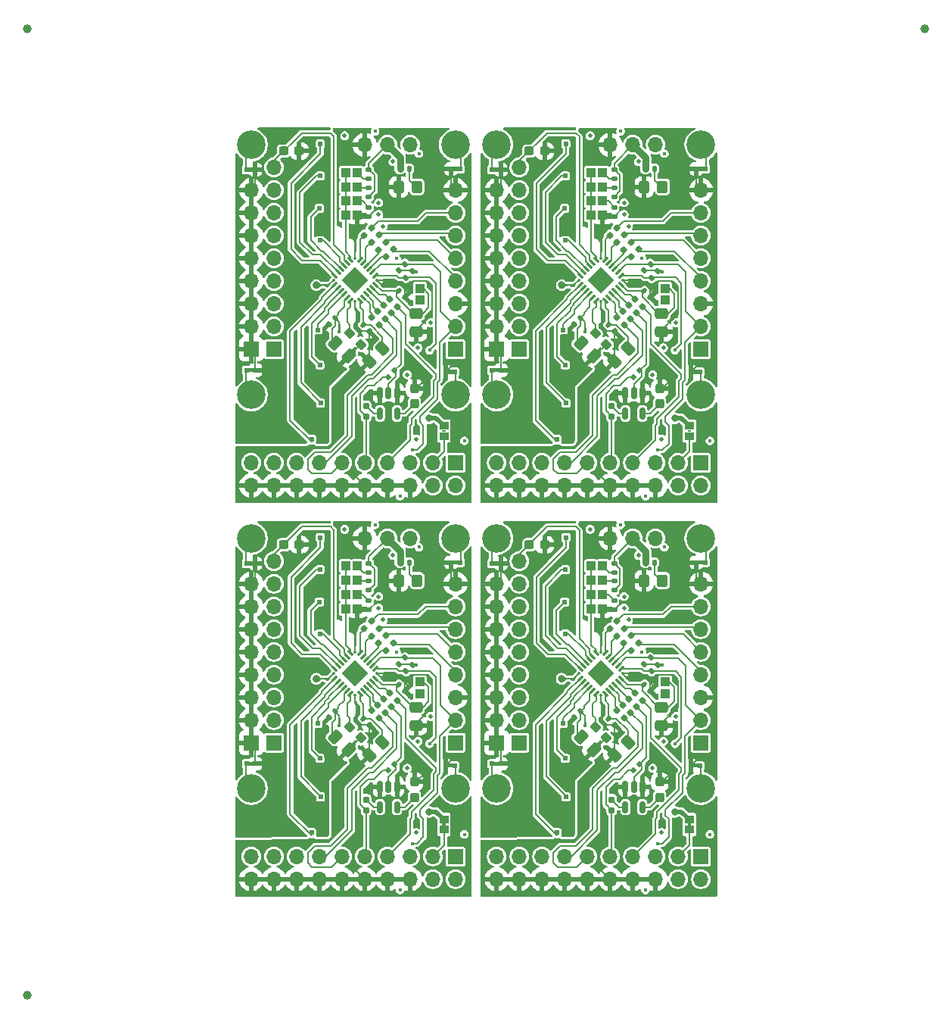
<source format=gtl>
G04 #@! TF.GenerationSoftware,KiCad,Pcbnew,9.0.4*
G04 #@! TF.CreationDate,2025-08-20T19:39:29-04:00*
G04 #@! TF.ProjectId,jlcpcb_4x4,6a6c6370-6362-45f3-9478-342e6b696361,rev?*
G04 #@! TF.SameCoordinates,Original*
G04 #@! TF.FileFunction,Copper,L1,Top*
G04 #@! TF.FilePolarity,Positive*
%FSLAX46Y46*%
G04 Gerber Fmt 4.6, Leading zero omitted, Abs format (unit mm)*
G04 Created by KiCad (PCBNEW 9.0.4) date 2025-08-20 19:39:29*
%MOMM*%
%LPD*%
G01*
G04 APERTURE LIST*
G04 Aperture macros list*
%AMRoundRect*
0 Rectangle with rounded corners*
0 $1 Rounding radius*
0 $2 $3 $4 $5 $6 $7 $8 $9 X,Y pos of 4 corners*
0 Add a 4 corners polygon primitive as box body*
4,1,4,$2,$3,$4,$5,$6,$7,$8,$9,$2,$3,0*
0 Add four circle primitives for the rounded corners*
1,1,$1+$1,$2,$3*
1,1,$1+$1,$4,$5*
1,1,$1+$1,$6,$7*
1,1,$1+$1,$8,$9*
0 Add four rect primitives between the rounded corners*
20,1,$1+$1,$2,$3,$4,$5,0*
20,1,$1+$1,$4,$5,$6,$7,0*
20,1,$1+$1,$6,$7,$8,$9,0*
20,1,$1+$1,$8,$9,$2,$3,0*%
%AMRotRect*
0 Rectangle, with rotation*
0 The origin of the aperture is its center*
0 $1 length*
0 $2 width*
0 $3 Rotation angle, in degrees counterclockwise*
0 Add horizontal line*
21,1,$1,$2,0,0,$3*%
G04 Aperture macros list end*
G04 #@! TA.AperFunction,EtchedComponent*
%ADD10C,0.000000*%
G04 #@! TD*
G04 #@! TA.AperFunction,SMDPad,CuDef*
%ADD11RoundRect,0.160000X-0.252791X0.026517X0.026517X-0.252791X0.252791X-0.026517X-0.026517X0.252791X0*%
G04 #@! TD*
G04 #@! TA.AperFunction,SMDPad,CuDef*
%ADD12RoundRect,0.160000X-0.026517X-0.252791X0.252791X0.026517X0.026517X0.252791X-0.252791X-0.026517X0*%
G04 #@! TD*
G04 #@! TA.AperFunction,SMDPad,CuDef*
%ADD13R,1.000000X1.000000*%
G04 #@! TD*
G04 #@! TA.AperFunction,SMDPad,CuDef*
%ADD14RoundRect,0.135000X-0.135000X-0.185000X0.135000X-0.185000X0.135000X0.185000X-0.135000X0.185000X0*%
G04 #@! TD*
G04 #@! TA.AperFunction,SMDPad,CuDef*
%ADD15RoundRect,0.140000X-0.021213X0.219203X-0.219203X0.021213X0.021213X-0.219203X0.219203X-0.021213X0*%
G04 #@! TD*
G04 #@! TA.AperFunction,SMDPad,CuDef*
%ADD16RoundRect,0.135000X-0.035355X0.226274X-0.226274X0.035355X0.035355X-0.226274X0.226274X-0.035355X0*%
G04 #@! TD*
G04 #@! TA.AperFunction,SMDPad,CuDef*
%ADD17R,0.500000X0.508000*%
G04 #@! TD*
G04 #@! TA.AperFunction,SMDPad,CuDef*
%ADD18R,0.508000X0.508000*%
G04 #@! TD*
G04 #@! TA.AperFunction,ComponentPad*
%ADD19C,0.500000*%
G04 #@! TD*
G04 #@! TA.AperFunction,SMDPad,CuDef*
%ADD20RoundRect,0.237500X0.237500X-0.300000X0.237500X0.300000X-0.237500X0.300000X-0.237500X-0.300000X0*%
G04 #@! TD*
G04 #@! TA.AperFunction,SMDPad,CuDef*
%ADD21RoundRect,0.140000X-0.219203X-0.021213X-0.021213X-0.219203X0.219203X0.021213X0.021213X0.219203X0*%
G04 #@! TD*
G04 #@! TA.AperFunction,SMDPad,CuDef*
%ADD22RoundRect,0.250000X-0.475000X0.337500X-0.475000X-0.337500X0.475000X-0.337500X0.475000X0.337500X0*%
G04 #@! TD*
G04 #@! TA.AperFunction,SMDPad,CuDef*
%ADD23RoundRect,0.135000X0.185000X-0.135000X0.185000X0.135000X-0.185000X0.135000X-0.185000X-0.135000X0*%
G04 #@! TD*
G04 #@! TA.AperFunction,SMDPad,CuDef*
%ADD24RoundRect,0.135000X-0.185000X0.135000X-0.185000X-0.135000X0.185000X-0.135000X0.185000X0.135000X0*%
G04 #@! TD*
G04 #@! TA.AperFunction,SMDPad,CuDef*
%ADD25RoundRect,0.160000X-0.160000X0.197500X-0.160000X-0.197500X0.160000X-0.197500X0.160000X0.197500X0*%
G04 #@! TD*
G04 #@! TA.AperFunction,ComponentPad*
%ADD26R,1.700000X1.700000*%
G04 #@! TD*
G04 #@! TA.AperFunction,ComponentPad*
%ADD27O,1.700000X1.700000*%
G04 #@! TD*
G04 #@! TA.AperFunction,ComponentPad*
%ADD28C,3.200000*%
G04 #@! TD*
G04 #@! TA.AperFunction,SMDPad,CuDef*
%ADD29RoundRect,0.237500X0.380070X-0.044194X-0.044194X0.380070X-0.380070X0.044194X0.044194X-0.380070X0*%
G04 #@! TD*
G04 #@! TA.AperFunction,SMDPad,CuDef*
%ADD30RoundRect,0.250000X-0.574524X-0.097227X-0.097227X-0.574524X0.574524X0.097227X0.097227X0.574524X0*%
G04 #@! TD*
G04 #@! TA.AperFunction,SMDPad,CuDef*
%ADD31RoundRect,0.062500X0.274004X-0.185616X-0.185616X0.274004X-0.274004X0.185616X0.185616X-0.274004X0*%
G04 #@! TD*
G04 #@! TA.AperFunction,SMDPad,CuDef*
%ADD32RoundRect,0.062500X0.274004X0.185616X0.185616X0.274004X-0.274004X-0.185616X-0.185616X-0.274004X0*%
G04 #@! TD*
G04 #@! TA.AperFunction,SMDPad,CuDef*
%ADD33RotRect,2.100000X2.100000X135.000000*%
G04 #@! TD*
G04 #@! TA.AperFunction,SMDPad,CuDef*
%ADD34RoundRect,0.062500X0.088388X0.000000X0.000000X0.088388X-0.088388X0.000000X0.000000X-0.088388X0*%
G04 #@! TD*
G04 #@! TA.AperFunction,SMDPad,CuDef*
%ADD35C,1.000000*%
G04 #@! TD*
G04 #@! TA.AperFunction,SMDPad,CuDef*
%ADD36RoundRect,0.250000X-0.097227X0.574524X-0.574524X0.097227X0.097227X-0.574524X0.574524X-0.097227X0*%
G04 #@! TD*
G04 #@! TA.AperFunction,SMDPad,CuDef*
%ADD37R,1.000000X0.954000*%
G04 #@! TD*
G04 #@! TA.AperFunction,SMDPad,CuDef*
%ADD38RoundRect,0.150000X-0.150000X0.512500X-0.150000X-0.512500X0.150000X-0.512500X0.150000X0.512500X0*%
G04 #@! TD*
G04 #@! TA.AperFunction,SMDPad,CuDef*
%ADD39C,0.200000*%
G04 #@! TD*
G04 #@! TA.AperFunction,SMDPad,CuDef*
%ADD40RoundRect,0.135000X0.035355X-0.226274X0.226274X-0.035355X-0.035355X0.226274X-0.226274X0.035355X0*%
G04 #@! TD*
G04 #@! TA.AperFunction,SMDPad,CuDef*
%ADD41RotRect,0.508000X0.508000X45.000000*%
G04 #@! TD*
G04 #@! TA.AperFunction,SMDPad,CuDef*
%ADD42RoundRect,0.250000X-0.325000X-0.450000X0.325000X-0.450000X0.325000X0.450000X-0.325000X0.450000X0*%
G04 #@! TD*
G04 #@! TA.AperFunction,SMDPad,CuDef*
%ADD43RoundRect,0.237500X-0.300000X-0.237500X0.300000X-0.237500X0.300000X0.237500X-0.300000X0.237500X0*%
G04 #@! TD*
G04 #@! TA.AperFunction,ComponentPad*
%ADD44R,0.500000X0.500000*%
G04 #@! TD*
G04 #@! TA.AperFunction,ViaPad*
%ADD45C,0.450000*%
G04 #@! TD*
G04 #@! TA.AperFunction,ViaPad*
%ADD46C,0.800000*%
G04 #@! TD*
G04 #@! TA.AperFunction,Conductor*
%ADD47C,0.250000*%
G04 #@! TD*
G04 #@! TA.AperFunction,Conductor*
%ADD48C,0.750000*%
G04 #@! TD*
G04 #@! TA.AperFunction,Conductor*
%ADD49C,0.200000*%
G04 #@! TD*
G04 #@! TA.AperFunction,Conductor*
%ADD50C,0.500000*%
G04 #@! TD*
G04 APERTURE END LIST*
G04 #@! TA.AperFunction,EtchedComponent*
G04 #@! TO.C,E108*
G36*
X37764000Y-78361500D02*
G01*
X37189000Y-78361500D01*
X37189000Y-77903500D01*
X37764000Y-77903500D01*
X37764000Y-78361500D01*
G37*
G04 #@! TD.AperFunction*
G04 #@! TA.AperFunction,EtchedComponent*
G04 #@! TO.C,G118*
G36*
X33204000Y-11861500D02*
G01*
X32629000Y-11861500D01*
X32629000Y-11403500D01*
X33204000Y-11403500D01*
X33204000Y-11861500D01*
G37*
G04 #@! TD.AperFunction*
D10*
G04 #@! TA.AperFunction,EtchedComponent*
G04 #@! TO.C,5V108*
G36*
X59285000Y-41057500D02*
G01*
X58885000Y-41057500D01*
X58885000Y-40807500D01*
X59285000Y-40807500D01*
X59285000Y-41057500D01*
G37*
G04 #@! TD.AperFunction*
G04 #@! TA.AperFunction,EtchedComponent*
G04 #@! TO.C,NT109*
G36*
X47485000Y-73457500D02*
G01*
X47285000Y-73457500D01*
X47285000Y-73007500D01*
X47485000Y-73007500D01*
X47485000Y-73457500D01*
G37*
G04 #@! TD.AperFunction*
G04 #@! TA.AperFunction,EtchedComponent*
G04 #@! TO.C,G117*
G36*
X32604000Y-34561500D02*
G01*
X32029000Y-34561500D01*
X32029000Y-34103500D01*
X32604000Y-34103500D01*
X32604000Y-34561500D01*
G37*
G04 #@! TD.AperFunction*
G04 #@! TA.AperFunction,EtchedComponent*
G04 #@! TO.C,5V108*
G36*
X59285000Y-85057500D02*
G01*
X58885000Y-85057500D01*
X58885000Y-84807500D01*
X59285000Y-84807500D01*
X59285000Y-85057500D01*
G37*
G04 #@! TD.AperFunction*
G04 #@! TA.AperFunction,EtchedComponent*
G04 #@! TO.C,NT109*
G36*
X20025000Y-29457500D02*
G01*
X19825000Y-29457500D01*
X19825000Y-29007500D01*
X20025000Y-29007500D01*
X20025000Y-29457500D01*
G37*
G04 #@! TD.AperFunction*
G04 #@! TA.AperFunction,EtchedComponent*
G04 #@! TO.C,5V108*
G36*
X31825000Y-41057500D02*
G01*
X31425000Y-41057500D01*
X31425000Y-40807500D01*
X31825000Y-40807500D01*
X31825000Y-41057500D01*
G37*
G04 #@! TD.AperFunction*
G04 #@! TA.AperFunction,EtchedComponent*
G04 #@! TO.C,G118*
G36*
X33204000Y-55861500D02*
G01*
X32629000Y-55861500D01*
X32629000Y-55403500D01*
X33204000Y-55403500D01*
X33204000Y-55861500D01*
G37*
G04 #@! TD.AperFunction*
G04 #@! TA.AperFunction,EtchedComponent*
G04 #@! TO.C,E108*
G36*
X10304000Y-34361500D02*
G01*
X9729000Y-34361500D01*
X9729000Y-33903500D01*
X10304000Y-33903500D01*
X10304000Y-34361500D01*
G37*
G04 #@! TD.AperFunction*
G04 #@! TA.AperFunction,EtchedComponent*
G04 #@! TO.C,G118*
G36*
X60664000Y-11861500D02*
G01*
X60089000Y-11861500D01*
X60089000Y-11403500D01*
X60664000Y-11403500D01*
X60664000Y-11861500D01*
G37*
G04 #@! TD.AperFunction*
G04 #@! TA.AperFunction,EtchedComponent*
G04 #@! TO.C,G117*
G36*
X60064000Y-78561500D02*
G01*
X59489000Y-78561500D01*
X59489000Y-78103500D01*
X60064000Y-78103500D01*
X60064000Y-78561500D01*
G37*
G04 #@! TD.AperFunction*
G04 #@! TA.AperFunction,EtchedComponent*
G04 #@! TO.C,E109*
G36*
X37764000Y-11961500D02*
G01*
X37189000Y-11961500D01*
X37189000Y-11503500D01*
X37764000Y-11503500D01*
X37764000Y-11961500D01*
G37*
G04 #@! TD.AperFunction*
G04 #@! TA.AperFunction,EtchedComponent*
G04 #@! TO.C,G117*
G36*
X32604000Y-78561500D02*
G01*
X32029000Y-78561500D01*
X32029000Y-78103500D01*
X32604000Y-78103500D01*
X32604000Y-78561500D01*
G37*
G04 #@! TD.AperFunction*
G04 #@! TA.AperFunction,EtchedComponent*
G04 #@! TO.C,NT109*
G36*
X20025000Y-73457500D02*
G01*
X19825000Y-73457500D01*
X19825000Y-73007500D01*
X20025000Y-73007500D01*
X20025000Y-73457500D01*
G37*
G04 #@! TD.AperFunction*
G04 #@! TA.AperFunction,EtchedComponent*
G04 #@! TO.C,E109*
G36*
X10304000Y-55961500D02*
G01*
X9729000Y-55961500D01*
X9729000Y-55503500D01*
X10304000Y-55503500D01*
X10304000Y-55961500D01*
G37*
G04 #@! TD.AperFunction*
G04 #@! TA.AperFunction,EtchedComponent*
G04 #@! TO.C,G117*
G36*
X60064000Y-34561500D02*
G01*
X59489000Y-34561500D01*
X59489000Y-34103500D01*
X60064000Y-34103500D01*
X60064000Y-34561500D01*
G37*
G04 #@! TD.AperFunction*
G04 #@! TA.AperFunction,EtchedComponent*
G04 #@! TO.C,NT109*
G36*
X47485000Y-29457500D02*
G01*
X47285000Y-29457500D01*
X47285000Y-29007500D01*
X47485000Y-29007500D01*
X47485000Y-29457500D01*
G37*
G04 #@! TD.AperFunction*
G04 #@! TA.AperFunction,EtchedComponent*
G04 #@! TO.C,5V108*
G36*
X31825000Y-85057500D02*
G01*
X31425000Y-85057500D01*
X31425000Y-84807500D01*
X31825000Y-84807500D01*
X31825000Y-85057500D01*
G37*
G04 #@! TD.AperFunction*
G04 #@! TA.AperFunction,EtchedComponent*
G04 #@! TO.C,E108*
G36*
X10304000Y-78361500D02*
G01*
X9729000Y-78361500D01*
X9729000Y-77903500D01*
X10304000Y-77903500D01*
X10304000Y-78361500D01*
G37*
G04 #@! TD.AperFunction*
G04 #@! TA.AperFunction,EtchedComponent*
G04 #@! TO.C,E109*
G36*
X37764000Y-55961500D02*
G01*
X37189000Y-55961500D01*
X37189000Y-55503500D01*
X37764000Y-55503500D01*
X37764000Y-55961500D01*
G37*
G04 #@! TD.AperFunction*
G04 #@! TA.AperFunction,EtchedComponent*
G36*
X10304000Y-11961500D02*
G01*
X9729000Y-11961500D01*
X9729000Y-11503500D01*
X10304000Y-11503500D01*
X10304000Y-11961500D01*
G37*
G04 #@! TD.AperFunction*
G04 #@! TA.AperFunction,EtchedComponent*
G04 #@! TO.C,G118*
G36*
X60664000Y-55861500D02*
G01*
X60089000Y-55861500D01*
X60089000Y-55403500D01*
X60664000Y-55403500D01*
X60664000Y-55861500D01*
G37*
G04 #@! TD.AperFunction*
G04 #@! TA.AperFunction,EtchedComponent*
G04 #@! TO.C,E108*
G36*
X37764000Y-34361500D02*
G01*
X37189000Y-34361500D01*
X37189000Y-33903500D01*
X37764000Y-33903500D01*
X37764000Y-34361500D01*
G37*
G04 #@! TD.AperFunction*
G04 #@! TD*
D11*
G04 #@! TO.P,R118,1*
G04 #@! TO.N,Board_0-5212_DIN1*
X26377207Y-27043663D03*
G04 #@! TO.P,R118,2*
G04 #@! TO.N,Board_0-Net-(TAC5212-DIN)*
X25532215Y-26198671D03*
G04 #@! TD*
D12*
G04 #@! TO.P,R112,1*
G04 #@! TO.N,Board_3-GPO1*
X51807496Y-63010004D03*
G04 #@! TO.P,R112,2*
G04 #@! TO.N,Board_3-Net-(TAC5212-GPO1)*
X50962504Y-63854996D03*
G04 #@! TD*
D13*
G04 #@! TO.P,ADD108,1,1*
G04 #@! TO.N,Board_1-GNDD*
X49385000Y-16832500D03*
G04 #@! TO.P,ADD108,2,2*
G04 #@! TO.N,Board_1-Net-(TAC5212-ADDR)*
X48085000Y-16832500D03*
G04 #@! TD*
D14*
G04 #@! TO.P,R126,1*
G04 #@! TO.N,Board_2-3.3V_LDO*
X26715000Y-55632500D03*
G04 #@! TO.P,R126,2*
G04 #@! TO.N,Board_2-Net-(D116-A)*
X27735000Y-55632500D03*
G04 #@! TD*
D15*
G04 #@! TO.P,C109,1*
G04 #@! TO.N,Board_2-3.3V_THIN*
X19464411Y-72293089D03*
G04 #@! TO.P,C109,2*
G04 #@! TO.N,Board_2-Earth*
X18785589Y-72971911D03*
G04 #@! TD*
D16*
G04 #@! TO.P,R120,1*
G04 #@! TO.N,Board_3-5212_SDA*
X54745624Y-66271876D03*
G04 #@! TO.P,R120,2*
G04 #@! TO.N,Board_3-Net-(PU_EN108-Pad1)*
X54024376Y-66993124D03*
G04 #@! TD*
D17*
G04 #@! TO.P,E108,1,1*
G04 #@! TO.N,Board_3-Earth*
X37989000Y-78132500D03*
D18*
G04 #@! TO.P,E108,2,2*
G04 #@! TO.N,Board_3-Net-(E108-Pad2)*
X36985000Y-78132500D03*
G04 #@! TD*
D19*
G04 #@! TO.P,G111,1,1*
G04 #@! TO.N,Board_1-Earth*
X55985000Y-41832500D03*
G04 #@! TD*
D13*
G04 #@! TO.P,PU_EN108,1,1*
G04 #@! TO.N,Board_2-Net-(PU_EN108-Pad1)*
X28925000Y-70282500D03*
G04 #@! TO.P,PU_EN108,2,2*
G04 #@! TO.N,Board_2-3.3v_IDE*
X28925000Y-68982500D03*
G04 #@! TD*
D16*
G04 #@! TO.P,R120,1*
G04 #@! TO.N,Board_0-5212_SDA*
X27285624Y-22271876D03*
G04 #@! TO.P,R120,2*
G04 #@! TO.N,Board_0-Net-(PU_EN108-Pad1)*
X26564376Y-22993124D03*
G04 #@! TD*
D19*
G04 #@! TO.P,G113,1,1*
G04 #@! TO.N,Board_1-Earth*
X56185000Y-31632500D03*
G04 #@! TD*
D13*
G04 #@! TO.P,ADD111,1,1*
G04 #@! TO.N,Board_2-Net-(ADD111-Pad1)*
X21925000Y-56032500D03*
G04 #@! TO.P,ADD111,2,2*
G04 #@! TO.N,Board_2-Net-(TAC5212-ADDR)*
X20625000Y-56032500D03*
G04 #@! TD*
D15*
G04 #@! TO.P,C109,1*
G04 #@! TO.N,Board_3-3.3V_THIN*
X46924411Y-72293089D03*
G04 #@! TO.P,C109,2*
G04 #@! TO.N,Board_3-Earth*
X46245589Y-72971911D03*
G04 #@! TD*
D19*
G04 #@! TO.P,G112,1,1*
G04 #@! TO.N,Board_0-Earth*
X24325000Y-15432500D03*
G04 #@! TD*
D20*
G04 #@! TO.P,C128,1*
G04 #@! TO.N,Board_2-3.3v_IDE*
X28325000Y-81895000D03*
G04 #@! TO.P,C128,2*
G04 #@! TO.N,Board_2-GNDD*
X28325000Y-80170000D03*
G04 #@! TD*
D19*
G04 #@! TO.P,G114,1,1*
G04 #@! TO.N,Board_0-Earth*
X25925000Y-10832500D03*
G04 #@! TD*
D21*
G04 #@! TO.P,C116,1*
G04 #@! TO.N,Board_1-Net-(TAC5212-DREG)*
X50045589Y-29093089D03*
G04 #@! TO.P,C116,2*
G04 #@! TO.N,Board_1-GNDD*
X50724411Y-29771911D03*
G04 #@! TD*
D12*
G04 #@! TO.P,R113,1*
G04 #@! TO.N,Board_3-GPIO2*
X52607496Y-63810004D03*
G04 #@! TO.P,R113,2*
G04 #@! TO.N,Board_3-Net-(TAC5212-GPIO2)*
X51762504Y-64654996D03*
G04 #@! TD*
D22*
G04 #@! TO.P,C111,1*
G04 #@! TO.N,Board_1-3.3v_IDE*
X55985000Y-27795000D03*
G04 #@! TO.P,C111,2*
G04 #@! TO.N,Board_1-GNDD*
X55985000Y-29870000D03*
G04 #@! TD*
D19*
G04 #@! TO.P,G114,1,1*
G04 #@! TO.N,Board_1-Earth*
X53385000Y-10832500D03*
G04 #@! TD*
D14*
G04 #@! TO.P,R126,1*
G04 #@! TO.N,Board_1-3.3V_LDO*
X54175000Y-11632500D03*
G04 #@! TO.P,R126,2*
G04 #@! TO.N,Board_1-Net-(D116-A)*
X55195000Y-11632500D03*
G04 #@! TD*
D23*
G04 #@! TO.P,R123,1*
G04 #@! TO.N,Board_3-Net-(ADD111-Pad1)*
X50685000Y-56742500D03*
G04 #@! TO.P,R123,2*
G04 #@! TO.N,Board_3-3.3V_LDO*
X50685000Y-55722500D03*
G04 #@! TD*
D19*
G04 #@! TO.P,G115,1,1*
G04 #@! TO.N,Board_1-Earth*
X57585000Y-28832500D03*
G04 #@! TD*
D12*
G04 #@! TO.P,R112,1*
G04 #@! TO.N,Board_1-GPO1*
X51807496Y-19010004D03*
G04 #@! TO.P,R112,2*
G04 #@! TO.N,Board_1-Net-(TAC5212-GPO1)*
X50962504Y-19854996D03*
G04 #@! TD*
D11*
G04 #@! TO.P,R117,1*
G04 #@! TO.N,Board_2-5212_DOUT1*
X25705455Y-71715414D03*
G04 #@! TO.P,R117,2*
G04 #@! TO.N,Board_2-Net-(TAC5212-DOUT)*
X24860463Y-70870422D03*
G04 #@! TD*
G04 #@! TO.P,R115,1*
G04 #@! TO.N,Board_1-5212_LRCK1*
X52493704Y-28387166D03*
G04 #@! TO.P,R115,2*
G04 #@! TO.N,Board_1-Net-(TAC5212-FSYNC)*
X51648712Y-27542174D03*
G04 #@! TD*
D24*
G04 #@! TO.P,R124,1*
G04 #@! TO.N,Board_0-Net-(ADD112-Pad1)*
X23225000Y-15922500D03*
G04 #@! TO.P,R124,2*
G04 #@! TO.N,Board_0-GNDD*
X23225000Y-16942500D03*
G04 #@! TD*
D19*
G04 #@! TO.P,G108,1,1*
G04 #@! TO.N,Board_1-Earth*
X52285000Y-18032500D03*
G04 #@! TD*
D12*
G04 #@! TO.P,R110,1*
G04 #@! TO.N,Board_0-GPI1*
X23547496Y-18210004D03*
G04 #@! TO.P,R110,2*
G04 #@! TO.N,Board_0-Net-(TAC5212-GPI1)*
X22702504Y-19054996D03*
G04 #@! TD*
D21*
G04 #@! TO.P,C116,1*
G04 #@! TO.N,Board_2-Net-(TAC5212-DREG)*
X22585589Y-73093089D03*
G04 #@! TO.P,C116,2*
G04 #@! TO.N,Board_2-GNDD*
X23264411Y-73771911D03*
G04 #@! TD*
D14*
G04 #@! TO.P,R126,1*
G04 #@! TO.N,Board_3-3.3V_LDO*
X54175000Y-55632500D03*
G04 #@! TO.P,R126,2*
G04 #@! TO.N,Board_3-Net-(D116-A)*
X55195000Y-55632500D03*
G04 #@! TD*
D25*
G04 #@! TO.P,R125,1*
G04 #@! TO.N,Board_3-5212_DOUT1+*
X50385000Y-83330000D03*
G04 #@! TO.P,R125,2*
G04 #@! TO.N,Board_3-Net-(U108-Y)*
X50385000Y-82135000D03*
G04 #@! TD*
D26*
G04 #@! TO.P,board_outline108,1,HELD_HIGH*
G04 #@! TO.N,Board_0-EN_HELD_HIGH*
X32925000Y-44495000D03*
D27*
G04 #@! TO.P,board_outline108,2,HELD_LOW*
G04 #@! TO.N,Board_0-unconnected-(board_outline108-HELD_LOW-Pad2)*
X32925000Y-47035000D03*
G04 #@! TO.P,board_outline108,3,5V*
G04 #@! TO.N,Board_0-Net-(5V108-Pad2)*
X30385000Y-44495000D03*
G04 #@! TO.P,board_outline108,4,GNDD*
G04 #@! TO.N,Board_0-3.3v_IDE*
X30385000Y-47035000D03*
G04 #@! TO.P,board_outline108,5,12V*
G04 #@! TO.N,Board_0-unconnected-(board_outline108-12V-Pad5)*
X27845000Y-44495000D03*
G04 #@! TO.P,board_outline108,6,GNDD*
G04 #@! TO.N,Board_0-GNDD*
X27845000Y-47035000D03*
G04 #@! TO.P,board_outline108,7,DSP_DOUT*
G04 #@! TO.N,Board_0-5212_DIN1*
X25305000Y-44495000D03*
G04 #@! TO.P,board_outline108,8,GNDD*
G04 #@! TO.N,Board_0-GNDD*
X25305000Y-47035000D03*
G04 #@! TO.P,board_outline108,9,DSP_DIN*
G04 #@! TO.N,Board_0-5212_DOUT1+*
X22765000Y-44495000D03*
G04 #@! TO.P,board_outline108,10,GNDD*
G04 #@! TO.N,Board_0-GNDD*
X22765000Y-47035000D03*
G04 #@! TO.P,board_outline108,11,BCLK*
G04 #@! TO.N,Board_0-5212_BCLK1*
X20225000Y-44495000D03*
G04 #@! TO.P,board_outline108,12,GNDD*
G04 #@! TO.N,Board_0-GNDD*
X20225000Y-47035000D03*
G04 #@! TO.P,board_outline108,13,LRCK*
G04 #@! TO.N,Board_0-5212_LRCK1*
X17685000Y-44495000D03*
G04 #@! TO.P,board_outline108,14,GNDD*
G04 #@! TO.N,Board_0-GNDD*
X17685000Y-47035000D03*
G04 #@! TO.P,board_outline108,15,SDA*
G04 #@! TO.N,Board_0-DSP_SDA*
X15145000Y-44495000D03*
G04 #@! TO.P,board_outline108,16,GNDD*
G04 #@! TO.N,Board_0-GNDD*
X15145000Y-47035000D03*
G04 #@! TO.P,board_outline108,17,SCL*
G04 #@! TO.N,Board_0-DSP_SCL*
X12605000Y-44495000D03*
G04 #@! TO.P,board_outline108,18,GNDD*
G04 #@! TO.N,Board_0-GNDD*
X12605000Y-47035000D03*
G04 #@! TO.P,board_outline108,19,MCLK*
G04 #@! TO.N,Board_0-5212_MCLK1*
X10065000Y-44495000D03*
G04 #@! TO.P,board_outline108,20,GNDD*
G04 #@! TO.N,Board_0-GNDD*
X10065000Y-47035000D03*
D26*
G04 #@! TO.P,board_outline108,21,OUTP*
G04 #@! TO.N,Board_0-OUT1P+*
X12610000Y-31785000D03*
G04 #@! TO.P,board_outline108,22,AGND*
G04 #@! TO.N,Board_0-Earth*
X10070000Y-31785000D03*
D27*
G04 #@! TO.P,board_outline108,23,OUT1M*
G04 #@! TO.N,Board_0-OUT1M+*
X12610000Y-29245000D03*
G04 #@! TO.P,board_outline108,24,AGND*
G04 #@! TO.N,Board_0-Earth*
X10070000Y-29245000D03*
G04 #@! TO.P,board_outline108,25,OUT2P*
G04 #@! TO.N,Board_0-OUT2P+*
X12610000Y-26705000D03*
G04 #@! TO.P,board_outline108,26,AGND*
G04 #@! TO.N,Board_0-Earth*
X10070000Y-26705000D03*
G04 #@! TO.P,board_outline108,27,OUT2M*
G04 #@! TO.N,Board_0-OUT2M+*
X12610000Y-24165000D03*
G04 #@! TO.P,board_outline108,28,AGND*
G04 #@! TO.N,Board_0-Earth*
X10070000Y-24165000D03*
G04 #@! TO.P,board_outline108,29,IN1P*
G04 #@! TO.N,Board_0-IN1P+*
X12610000Y-21625000D03*
G04 #@! TO.P,board_outline108,30,AGND*
G04 #@! TO.N,Board_0-Earth*
X10070000Y-21625000D03*
G04 #@! TO.P,board_outline108,31,IN1M*
G04 #@! TO.N,Board_0-IN1M+*
X12610000Y-19085000D03*
G04 #@! TO.P,board_outline108,32,AGND*
G04 #@! TO.N,Board_0-Earth*
X10070000Y-19085000D03*
G04 #@! TO.P,board_outline108,33,IN2P*
G04 #@! TO.N,Board_0-IN2P+*
X12610000Y-16545000D03*
G04 #@! TO.P,board_outline108,34,AGND*
G04 #@! TO.N,Board_0-Earth*
X10070000Y-16545000D03*
G04 #@! TO.P,board_outline108,35,IN2M*
G04 #@! TO.N,Board_0-IN2M+*
X12610000Y-14005000D03*
G04 #@! TO.P,board_outline108,36,AGND*
G04 #@! TO.N,Board_0-Earth*
X10070000Y-14005000D03*
D26*
G04 #@! TO.P,board_outline108,37,SCL*
G04 #@! TO.N,Board_0-5212_SCL*
X32930000Y-31785000D03*
D27*
G04 #@! TO.P,board_outline108,38,SDA*
G04 #@! TO.N,Board_0-5212_SDA*
X32930000Y-29245000D03*
G04 #@! TO.P,board_outline108,39,GNDD*
G04 #@! TO.N,Board_0-GNDD*
X32930000Y-26705000D03*
G04 #@! TO.P,board_outline108,40,GPIO1*
G04 #@! TO.N,Board_0-GPIO1*
X32930000Y-24165000D03*
G04 #@! TO.P,board_outline108,41,GPIO2*
G04 #@! TO.N,Board_0-GPIO2*
X32930000Y-21625000D03*
G04 #@! TO.P,board_outline108,42,GPO1*
G04 #@! TO.N,Board_0-GPO1*
X32930000Y-19085000D03*
G04 #@! TO.P,board_outline108,43,GPI1*
G04 #@! TO.N,Board_0-GPI1*
X32930000Y-16545000D03*
G04 #@! TO.P,board_outline108,44,GNDD*
G04 #@! TO.N,Board_0-GNDD*
X32930000Y-14005000D03*
G04 #@! TO.P,board_outline108,45,5V*
G04 #@! TO.N,Board_0-5V*
X27850000Y-8940000D03*
G04 #@! TO.P,board_outline108,46,3.3V*
G04 #@! TO.N,Board_0-3.3V_LDO*
X25310000Y-8940000D03*
G04 #@! TO.P,board_outline108,47,GNDD*
G04 #@! TO.N,Board_0-GNDD*
X22770000Y-8940000D03*
G04 #@! TO.P,board_outline108,48,MIC_BIAS*
G04 #@! TO.N,Board_0-MICBIAS*
X12610000Y-11480000D03*
D28*
G04 #@! TO.P,board_outline108,49,AGND*
G04 #@! TO.N,Board_0-Net-(E108-Pad2)*
X10070000Y-36880000D03*
G04 #@! TO.P,board_outline108,50,AGND*
G04 #@! TO.N,Board_0-Net-(E109-Pad2)*
X10070000Y-8940000D03*
G04 #@! TO.P,board_outline108,51,DGND*
G04 #@! TO.N,Board_0-Net-(G117-Pad1)*
X32930000Y-36880000D03*
G04 #@! TO.P,board_outline108,52,DGND*
G04 #@! TO.N,Board_0-Net-(G118-Pad1)*
X32930000Y-8940000D03*
G04 #@! TD*
D29*
G04 #@! TO.P,C119,1*
G04 #@! TO.N,Board_3-Earth*
X49794880Y-75242380D03*
G04 #@! TO.P,C119,2*
G04 #@! TO.N,Board_3-Net-(TAC5212-VREF)*
X48575120Y-74022620D03*
G04 #@! TD*
D13*
G04 #@! TO.P,ADD111,1,1*
G04 #@! TO.N,Board_1-Net-(ADD111-Pad1)*
X49385000Y-12032500D03*
G04 #@! TO.P,ADD111,2,2*
G04 #@! TO.N,Board_1-Net-(TAC5212-ADDR)*
X48085000Y-12032500D03*
G04 #@! TD*
D30*
G04 #@! TO.P,C108,1*
G04 #@! TO.N,Board_2-3.3V_THIN*
X19491377Y-75098877D03*
G04 #@! TO.P,C108,2*
G04 #@! TO.N,Board_2-Earth*
X20958623Y-76566123D03*
G04 #@! TD*
D19*
G04 #@! TO.P,G114,1,1*
G04 #@! TO.N,Board_3-Earth*
X53385000Y-54832500D03*
G04 #@! TD*
D31*
G04 #@! TO.P,TAC5212,1,DREG*
G04 #@! TO.N,Board_3-Net-(TAC5212-DREG)*
X49692005Y-70352725D03*
G04 #@! TO.P,TAC5212,2,BCLK*
G04 #@! TO.N,Board_3-Net-(TAC5212-BCLK)*
X50045559Y-69999172D03*
G04 #@! TO.P,TAC5212,3,FSYNC*
G04 #@! TO.N,Board_3-Net-(TAC5212-FSYNC)*
X50399112Y-69645618D03*
G04 #@! TO.P,TAC5212,4,DOUT*
G04 #@! TO.N,Board_3-Net-(TAC5212-DOUT)*
X50752665Y-69292065D03*
G04 #@! TO.P,TAC5212,5,DIN*
G04 #@! TO.N,Board_3-Net-(TAC5212-DIN)*
X51106219Y-68938512D03*
G04 #@! TO.P,TAC5212,6,IOVDD*
G04 #@! TO.N,Board_3-3.3v_IDE*
X51459772Y-68584958D03*
D32*
G04 #@! TO.P,TAC5212,7,SCL*
G04 #@! TO.N,Board_3-5212_SCL*
X51459772Y-67541976D03*
G04 #@! TO.P,TAC5212,8,SDA*
G04 #@! TO.N,Board_3-5212_SDA*
X51106219Y-67188422D03*
G04 #@! TO.P,TAC5212,9,GPIO1*
G04 #@! TO.N,Board_3-Net-(TAC5212-GPIO1)*
X50752665Y-66834869D03*
G04 #@! TO.P,TAC5212,10,GPIO2*
G04 #@! TO.N,Board_3-Net-(TAC5212-GPIO2)*
X50399112Y-66481316D03*
G04 #@! TO.P,TAC5212,11,GPO1*
G04 #@! TO.N,Board_3-Net-(TAC5212-GPO1)*
X50045559Y-66127762D03*
G04 #@! TO.P,TAC5212,12,GPI1*
G04 #@! TO.N,Board_3-Net-(TAC5212-GPI1)*
X49692005Y-65774209D03*
D31*
G04 #@! TO.P,TAC5212,13,ADDR*
G04 #@! TO.N,Board_3-Net-(TAC5212-ADDR)*
X48649023Y-65774209D03*
G04 #@! TO.P,TAC5212,14,MICBIAS*
G04 #@! TO.N,Board_3-MICBIAS*
X48295469Y-66127762D03*
G04 #@! TO.P,TAC5212,15,IN1P*
G04 #@! TO.N,Board_3-IN1P*
X47941916Y-66481316D03*
G04 #@! TO.P,TAC5212,16,IN1M*
G04 #@! TO.N,Board_3-IN1M*
X47588363Y-66834869D03*
G04 #@! TO.P,TAC5212,17,IN2P*
G04 #@! TO.N,Board_3-IN2P*
X47234809Y-67188422D03*
G04 #@! TO.P,TAC5212,18,IN2M*
G04 #@! TO.N,Board_3-IN2M*
X46881256Y-67541976D03*
D32*
G04 #@! TO.P,TAC5212,19,OUT1M*
G04 #@! TO.N,Board_3-OUT1M*
X46881256Y-68584958D03*
G04 #@! TO.P,TAC5212,20,OUT1P*
G04 #@! TO.N,Board_3-OUT1P*
X47234809Y-68938512D03*
G04 #@! TO.P,TAC5212,21,OUT2P*
G04 #@! TO.N,Board_3-OUT2P*
X47588363Y-69292065D03*
G04 #@! TO.P,TAC5212,22,OUT2M*
G04 #@! TO.N,Board_3-OUT2M*
X47941916Y-69645618D03*
G04 #@! TO.P,TAC5212,23,AVDD*
G04 #@! TO.N,Board_3-3.3V_THIN*
X48295469Y-69999172D03*
G04 #@! TO.P,TAC5212,24,VREF*
G04 #@! TO.N,Board_3-Net-(TAC5212-VREF)*
X48649023Y-70352725D03*
D19*
G04 #@! TO.P,TAC5212,25,VSS*
G04 #@! TO.N,Board_3-GNDD*
X49665489Y-68558442D03*
X48675539Y-68558442D03*
X49170514Y-68063467D03*
D33*
X49170514Y-68063467D03*
D19*
X49665489Y-67568492D03*
X48675539Y-67568492D03*
D34*
G04 #@! TO.P,TAC5212,A1,VSS*
X49170514Y-70495914D03*
G04 #@! TO.P,TAC5212,A2,VSS*
X51602961Y-68063467D03*
G04 #@! TO.P,TAC5212,A3,VSS*
X49170514Y-65631020D03*
G04 #@! TO.P,TAC5212,A4,VSS*
X46738067Y-68063467D03*
G04 #@! TD*
D29*
G04 #@! TO.P,C119,1*
G04 #@! TO.N,Board_0-Earth*
X22334880Y-31242380D03*
G04 #@! TO.P,C119,2*
G04 #@! TO.N,Board_0-Net-(TAC5212-VREF)*
X21115120Y-30022620D03*
G04 #@! TD*
D12*
G04 #@! TO.P,R110,1*
G04 #@! TO.N,Board_1-GPI1*
X51007496Y-18210004D03*
G04 #@! TO.P,R110,2*
G04 #@! TO.N,Board_1-Net-(TAC5212-GPI1)*
X50162504Y-19054996D03*
G04 #@! TD*
D35*
G04 #@! TO.P,KiKit_FID_T_3,*
G04 #@! TO.N,*
X-15000000Y-104000000D03*
G04 #@! TD*
D13*
G04 #@! TO.P,ADD111,1,1*
G04 #@! TO.N,Board_3-Net-(ADD111-Pad1)*
X49385000Y-56032500D03*
G04 #@! TO.P,ADD111,2,2*
G04 #@! TO.N,Board_3-Net-(TAC5212-ADDR)*
X48085000Y-56032500D03*
G04 #@! TD*
D17*
G04 #@! TO.P,G118,1,1*
G04 #@! TO.N,Board_0-Net-(G118-Pad1)*
X33429000Y-11632500D03*
D18*
G04 #@! TO.P,G118,2,2*
G04 #@! TO.N,Board_0-GNDD*
X32425000Y-11632500D03*
G04 #@! TD*
D11*
G04 #@! TO.P,R115,1*
G04 #@! TO.N,Board_0-5212_LRCK1*
X25033704Y-28387166D03*
G04 #@! TO.P,R115,2*
G04 #@! TO.N,Board_0-Net-(TAC5212-FSYNC)*
X24188712Y-27542174D03*
G04 #@! TD*
D19*
G04 #@! TO.P,G110,1,1*
G04 #@! TO.N,Board_3-Earth*
X51785000Y-60732500D03*
G04 #@! TD*
D12*
G04 #@! TO.P,R114,1*
G04 #@! TO.N,Board_2-GPIO1*
X25947496Y-64610004D03*
G04 #@! TO.P,R114,2*
G04 #@! TO.N,Board_2-Net-(TAC5212-GPIO1)*
X25102504Y-65454996D03*
G04 #@! TD*
D19*
G04 #@! TO.P,G109,1,1*
G04 #@! TO.N,Board_2-Earth*
X27525000Y-78632500D03*
G04 #@! TD*
D36*
G04 #@! TO.P,C115,1*
G04 #@! TO.N,Board_0-Net-(TAC5212-DREG)*
X24758623Y-31698877D03*
G04 #@! TO.P,C115,2*
G04 #@! TO.N,Board_0-GNDD*
X23291377Y-33166123D03*
G04 #@! TD*
D22*
G04 #@! TO.P,C111,1*
G04 #@! TO.N,Board_3-3.3v_IDE*
X55985000Y-71795000D03*
G04 #@! TO.P,C111,2*
G04 #@! TO.N,Board_3-GNDD*
X55985000Y-73870000D03*
G04 #@! TD*
D26*
G04 #@! TO.P,board_outline108,1,HELD_HIGH*
G04 #@! TO.N,Board_1-EN_HELD_HIGH*
X60385000Y-44495000D03*
D27*
G04 #@! TO.P,board_outline108,2,HELD_LOW*
G04 #@! TO.N,Board_1-unconnected-(board_outline108-HELD_LOW-Pad2)*
X60385000Y-47035000D03*
G04 #@! TO.P,board_outline108,3,5V*
G04 #@! TO.N,Board_1-Net-(5V108-Pad2)*
X57845000Y-44495000D03*
G04 #@! TO.P,board_outline108,4,GNDD*
G04 #@! TO.N,Board_1-3.3v_IDE*
X57845000Y-47035000D03*
G04 #@! TO.P,board_outline108,5,12V*
G04 #@! TO.N,Board_1-unconnected-(board_outline108-12V-Pad5)*
X55305000Y-44495000D03*
G04 #@! TO.P,board_outline108,6,GNDD*
G04 #@! TO.N,Board_1-GNDD*
X55305000Y-47035000D03*
G04 #@! TO.P,board_outline108,7,DSP_DOUT*
G04 #@! TO.N,Board_1-5212_DIN1*
X52765000Y-44495000D03*
G04 #@! TO.P,board_outline108,8,GNDD*
G04 #@! TO.N,Board_1-GNDD*
X52765000Y-47035000D03*
G04 #@! TO.P,board_outline108,9,DSP_DIN*
G04 #@! TO.N,Board_1-5212_DOUT1+*
X50225000Y-44495000D03*
G04 #@! TO.P,board_outline108,10,GNDD*
G04 #@! TO.N,Board_1-GNDD*
X50225000Y-47035000D03*
G04 #@! TO.P,board_outline108,11,BCLK*
G04 #@! TO.N,Board_1-5212_BCLK1*
X47685000Y-44495000D03*
G04 #@! TO.P,board_outline108,12,GNDD*
G04 #@! TO.N,Board_1-GNDD*
X47685000Y-47035000D03*
G04 #@! TO.P,board_outline108,13,LRCK*
G04 #@! TO.N,Board_1-5212_LRCK1*
X45145000Y-44495000D03*
G04 #@! TO.P,board_outline108,14,GNDD*
G04 #@! TO.N,Board_1-GNDD*
X45145000Y-47035000D03*
G04 #@! TO.P,board_outline108,15,SDA*
G04 #@! TO.N,Board_1-DSP_SDA*
X42605000Y-44495000D03*
G04 #@! TO.P,board_outline108,16,GNDD*
G04 #@! TO.N,Board_1-GNDD*
X42605000Y-47035000D03*
G04 #@! TO.P,board_outline108,17,SCL*
G04 #@! TO.N,Board_1-DSP_SCL*
X40065000Y-44495000D03*
G04 #@! TO.P,board_outline108,18,GNDD*
G04 #@! TO.N,Board_1-GNDD*
X40065000Y-47035000D03*
G04 #@! TO.P,board_outline108,19,MCLK*
G04 #@! TO.N,Board_1-5212_MCLK1*
X37525000Y-44495000D03*
G04 #@! TO.P,board_outline108,20,GNDD*
G04 #@! TO.N,Board_1-GNDD*
X37525000Y-47035000D03*
D26*
G04 #@! TO.P,board_outline108,21,OUTP*
G04 #@! TO.N,Board_1-OUT1P+*
X40070000Y-31785000D03*
G04 #@! TO.P,board_outline108,22,AGND*
G04 #@! TO.N,Board_1-Earth*
X37530000Y-31785000D03*
D27*
G04 #@! TO.P,board_outline108,23,OUT1M*
G04 #@! TO.N,Board_1-OUT1M+*
X40070000Y-29245000D03*
G04 #@! TO.P,board_outline108,24,AGND*
G04 #@! TO.N,Board_1-Earth*
X37530000Y-29245000D03*
G04 #@! TO.P,board_outline108,25,OUT2P*
G04 #@! TO.N,Board_1-OUT2P+*
X40070000Y-26705000D03*
G04 #@! TO.P,board_outline108,26,AGND*
G04 #@! TO.N,Board_1-Earth*
X37530000Y-26705000D03*
G04 #@! TO.P,board_outline108,27,OUT2M*
G04 #@! TO.N,Board_1-OUT2M+*
X40070000Y-24165000D03*
G04 #@! TO.P,board_outline108,28,AGND*
G04 #@! TO.N,Board_1-Earth*
X37530000Y-24165000D03*
G04 #@! TO.P,board_outline108,29,IN1P*
G04 #@! TO.N,Board_1-IN1P+*
X40070000Y-21625000D03*
G04 #@! TO.P,board_outline108,30,AGND*
G04 #@! TO.N,Board_1-Earth*
X37530000Y-21625000D03*
G04 #@! TO.P,board_outline108,31,IN1M*
G04 #@! TO.N,Board_1-IN1M+*
X40070000Y-19085000D03*
G04 #@! TO.P,board_outline108,32,AGND*
G04 #@! TO.N,Board_1-Earth*
X37530000Y-19085000D03*
G04 #@! TO.P,board_outline108,33,IN2P*
G04 #@! TO.N,Board_1-IN2P+*
X40070000Y-16545000D03*
G04 #@! TO.P,board_outline108,34,AGND*
G04 #@! TO.N,Board_1-Earth*
X37530000Y-16545000D03*
G04 #@! TO.P,board_outline108,35,IN2M*
G04 #@! TO.N,Board_1-IN2M+*
X40070000Y-14005000D03*
G04 #@! TO.P,board_outline108,36,AGND*
G04 #@! TO.N,Board_1-Earth*
X37530000Y-14005000D03*
D26*
G04 #@! TO.P,board_outline108,37,SCL*
G04 #@! TO.N,Board_1-5212_SCL*
X60390000Y-31785000D03*
D27*
G04 #@! TO.P,board_outline108,38,SDA*
G04 #@! TO.N,Board_1-5212_SDA*
X60390000Y-29245000D03*
G04 #@! TO.P,board_outline108,39,GNDD*
G04 #@! TO.N,Board_1-GNDD*
X60390000Y-26705000D03*
G04 #@! TO.P,board_outline108,40,GPIO1*
G04 #@! TO.N,Board_1-GPIO1*
X60390000Y-24165000D03*
G04 #@! TO.P,board_outline108,41,GPIO2*
G04 #@! TO.N,Board_1-GPIO2*
X60390000Y-21625000D03*
G04 #@! TO.P,board_outline108,42,GPO1*
G04 #@! TO.N,Board_1-GPO1*
X60390000Y-19085000D03*
G04 #@! TO.P,board_outline108,43,GPI1*
G04 #@! TO.N,Board_1-GPI1*
X60390000Y-16545000D03*
G04 #@! TO.P,board_outline108,44,GNDD*
G04 #@! TO.N,Board_1-GNDD*
X60390000Y-14005000D03*
G04 #@! TO.P,board_outline108,45,5V*
G04 #@! TO.N,Board_1-5V*
X55310000Y-8940000D03*
G04 #@! TO.P,board_outline108,46,3.3V*
G04 #@! TO.N,Board_1-3.3V_LDO*
X52770000Y-8940000D03*
G04 #@! TO.P,board_outline108,47,GNDD*
G04 #@! TO.N,Board_1-GNDD*
X50230000Y-8940000D03*
G04 #@! TO.P,board_outline108,48,MIC_BIAS*
G04 #@! TO.N,Board_1-MICBIAS*
X40070000Y-11480000D03*
D28*
G04 #@! TO.P,board_outline108,49,AGND*
G04 #@! TO.N,Board_1-Net-(E108-Pad2)*
X37530000Y-36880000D03*
G04 #@! TO.P,board_outline108,50,AGND*
G04 #@! TO.N,Board_1-Net-(E109-Pad2)*
X37530000Y-8940000D03*
G04 #@! TO.P,board_outline108,51,DGND*
G04 #@! TO.N,Board_1-Net-(G117-Pad1)*
X60390000Y-36880000D03*
G04 #@! TO.P,board_outline108,52,DGND*
G04 #@! TO.N,Board_1-Net-(G118-Pad1)*
X60390000Y-8940000D03*
G04 #@! TD*
D37*
G04 #@! TO.P,5V108,1,1*
G04 #@! TO.N,Board_1-5V*
X59085000Y-40355500D03*
G04 #@! TO.P,5V108,2,2*
G04 #@! TO.N,Board_1-Net-(5V108-Pad2)*
X59085001Y-41507487D03*
G04 #@! TD*
D19*
G04 #@! TO.P,G111,1,1*
G04 #@! TO.N,Board_0-Earth*
X28525000Y-41832500D03*
G04 #@! TD*
D13*
G04 #@! TO.P,ADD110,1,1*
G04 #@! TO.N,Board_2-Net-(ADD110-Pad1)*
X21925000Y-57632500D03*
G04 #@! TO.P,ADD110,2,2*
G04 #@! TO.N,Board_2-Net-(TAC5212-ADDR)*
X20625000Y-57632500D03*
G04 #@! TD*
D38*
G04 #@! TO.P,U108,1,OE*
G04 #@! TO.N,Board_3-GNDD*
X53835000Y-80695000D03*
G04 #@! TO.P,U108,2,A*
G04 #@! TO.N,Board_3-5212_DOUT1*
X52885000Y-80695000D03*
G04 #@! TO.P,U108,3,GND*
G04 #@! TO.N,Board_3-GNDD*
X51935000Y-80695000D03*
G04 #@! TO.P,U108,4,Y*
G04 #@! TO.N,Board_3-Net-(U108-Y)*
X51935000Y-82970000D03*
G04 #@! TO.P,U108,5,VCC*
G04 #@! TO.N,Board_3-3.3v_IDE*
X53835000Y-82970000D03*
G04 #@! TD*
D12*
G04 #@! TO.P,R112,1*
G04 #@! TO.N,Board_0-GPO1*
X24347496Y-19010004D03*
G04 #@! TO.P,R112,2*
G04 #@! TO.N,Board_0-Net-(TAC5212-GPO1)*
X23502504Y-19854996D03*
G04 #@! TD*
D11*
G04 #@! TO.P,R115,1*
G04 #@! TO.N,Board_2-5212_LRCK1*
X25033704Y-72387166D03*
G04 #@! TO.P,R115,2*
G04 #@! TO.N,Board_2-Net-(TAC5212-FSYNC)*
X24188712Y-71542174D03*
G04 #@! TD*
D39*
G04 #@! TO.P,NT109,1,1*
G04 #@! TO.N,Board_3-3.3V_LDO*
X47385000Y-73457500D03*
G04 #@! TO.P,NT109,2,2*
G04 #@! TO.N,Board_3-3.3V_THIN*
X47385000Y-73007500D03*
G04 #@! TD*
D26*
G04 #@! TO.P,board_outline108,1,HELD_HIGH*
G04 #@! TO.N,Board_2-EN_HELD_HIGH*
X32925000Y-88495000D03*
D27*
G04 #@! TO.P,board_outline108,2,HELD_LOW*
G04 #@! TO.N,Board_2-unconnected-(board_outline108-HELD_LOW-Pad2)*
X32925000Y-91035000D03*
G04 #@! TO.P,board_outline108,3,5V*
G04 #@! TO.N,Board_2-Net-(5V108-Pad2)*
X30385000Y-88495000D03*
G04 #@! TO.P,board_outline108,4,GNDD*
G04 #@! TO.N,Board_2-3.3v_IDE*
X30385000Y-91035000D03*
G04 #@! TO.P,board_outline108,5,12V*
G04 #@! TO.N,Board_2-unconnected-(board_outline108-12V-Pad5)*
X27845000Y-88495000D03*
G04 #@! TO.P,board_outline108,6,GNDD*
G04 #@! TO.N,Board_2-GNDD*
X27845000Y-91035000D03*
G04 #@! TO.P,board_outline108,7,DSP_DOUT*
G04 #@! TO.N,Board_2-5212_DIN1*
X25305000Y-88495000D03*
G04 #@! TO.P,board_outline108,8,GNDD*
G04 #@! TO.N,Board_2-GNDD*
X25305000Y-91035000D03*
G04 #@! TO.P,board_outline108,9,DSP_DIN*
G04 #@! TO.N,Board_2-5212_DOUT1+*
X22765000Y-88495000D03*
G04 #@! TO.P,board_outline108,10,GNDD*
G04 #@! TO.N,Board_2-GNDD*
X22765000Y-91035000D03*
G04 #@! TO.P,board_outline108,11,BCLK*
G04 #@! TO.N,Board_2-5212_BCLK1*
X20225000Y-88495000D03*
G04 #@! TO.P,board_outline108,12,GNDD*
G04 #@! TO.N,Board_2-GNDD*
X20225000Y-91035000D03*
G04 #@! TO.P,board_outline108,13,LRCK*
G04 #@! TO.N,Board_2-5212_LRCK1*
X17685000Y-88495000D03*
G04 #@! TO.P,board_outline108,14,GNDD*
G04 #@! TO.N,Board_2-GNDD*
X17685000Y-91035000D03*
G04 #@! TO.P,board_outline108,15,SDA*
G04 #@! TO.N,Board_2-DSP_SDA*
X15145000Y-88495000D03*
G04 #@! TO.P,board_outline108,16,GNDD*
G04 #@! TO.N,Board_2-GNDD*
X15145000Y-91035000D03*
G04 #@! TO.P,board_outline108,17,SCL*
G04 #@! TO.N,Board_2-DSP_SCL*
X12605000Y-88495000D03*
G04 #@! TO.P,board_outline108,18,GNDD*
G04 #@! TO.N,Board_2-GNDD*
X12605000Y-91035000D03*
G04 #@! TO.P,board_outline108,19,MCLK*
G04 #@! TO.N,Board_2-5212_MCLK1*
X10065000Y-88495000D03*
G04 #@! TO.P,board_outline108,20,GNDD*
G04 #@! TO.N,Board_2-GNDD*
X10065000Y-91035000D03*
D26*
G04 #@! TO.P,board_outline108,21,OUTP*
G04 #@! TO.N,Board_2-OUT1P+*
X12610000Y-75785000D03*
G04 #@! TO.P,board_outline108,22,AGND*
G04 #@! TO.N,Board_2-Earth*
X10070000Y-75785000D03*
D27*
G04 #@! TO.P,board_outline108,23,OUT1M*
G04 #@! TO.N,Board_2-OUT1M+*
X12610000Y-73245000D03*
G04 #@! TO.P,board_outline108,24,AGND*
G04 #@! TO.N,Board_2-Earth*
X10070000Y-73245000D03*
G04 #@! TO.P,board_outline108,25,OUT2P*
G04 #@! TO.N,Board_2-OUT2P+*
X12610000Y-70705000D03*
G04 #@! TO.P,board_outline108,26,AGND*
G04 #@! TO.N,Board_2-Earth*
X10070000Y-70705000D03*
G04 #@! TO.P,board_outline108,27,OUT2M*
G04 #@! TO.N,Board_2-OUT2M+*
X12610000Y-68165000D03*
G04 #@! TO.P,board_outline108,28,AGND*
G04 #@! TO.N,Board_2-Earth*
X10070000Y-68165000D03*
G04 #@! TO.P,board_outline108,29,IN1P*
G04 #@! TO.N,Board_2-IN1P+*
X12610000Y-65625000D03*
G04 #@! TO.P,board_outline108,30,AGND*
G04 #@! TO.N,Board_2-Earth*
X10070000Y-65625000D03*
G04 #@! TO.P,board_outline108,31,IN1M*
G04 #@! TO.N,Board_2-IN1M+*
X12610000Y-63085000D03*
G04 #@! TO.P,board_outline108,32,AGND*
G04 #@! TO.N,Board_2-Earth*
X10070000Y-63085000D03*
G04 #@! TO.P,board_outline108,33,IN2P*
G04 #@! TO.N,Board_2-IN2P+*
X12610000Y-60545000D03*
G04 #@! TO.P,board_outline108,34,AGND*
G04 #@! TO.N,Board_2-Earth*
X10070000Y-60545000D03*
G04 #@! TO.P,board_outline108,35,IN2M*
G04 #@! TO.N,Board_2-IN2M+*
X12610000Y-58005000D03*
G04 #@! TO.P,board_outline108,36,AGND*
G04 #@! TO.N,Board_2-Earth*
X10070000Y-58005000D03*
D26*
G04 #@! TO.P,board_outline108,37,SCL*
G04 #@! TO.N,Board_2-5212_SCL*
X32930000Y-75785000D03*
D27*
G04 #@! TO.P,board_outline108,38,SDA*
G04 #@! TO.N,Board_2-5212_SDA*
X32930000Y-73245000D03*
G04 #@! TO.P,board_outline108,39,GNDD*
G04 #@! TO.N,Board_2-GNDD*
X32930000Y-70705000D03*
G04 #@! TO.P,board_outline108,40,GPIO1*
G04 #@! TO.N,Board_2-GPIO1*
X32930000Y-68165000D03*
G04 #@! TO.P,board_outline108,41,GPIO2*
G04 #@! TO.N,Board_2-GPIO2*
X32930000Y-65625000D03*
G04 #@! TO.P,board_outline108,42,GPO1*
G04 #@! TO.N,Board_2-GPO1*
X32930000Y-63085000D03*
G04 #@! TO.P,board_outline108,43,GPI1*
G04 #@! TO.N,Board_2-GPI1*
X32930000Y-60545000D03*
G04 #@! TO.P,board_outline108,44,GNDD*
G04 #@! TO.N,Board_2-GNDD*
X32930000Y-58005000D03*
G04 #@! TO.P,board_outline108,45,5V*
G04 #@! TO.N,Board_2-5V*
X27850000Y-52940000D03*
G04 #@! TO.P,board_outline108,46,3.3V*
G04 #@! TO.N,Board_2-3.3V_LDO*
X25310000Y-52940000D03*
G04 #@! TO.P,board_outline108,47,GNDD*
G04 #@! TO.N,Board_2-GNDD*
X22770000Y-52940000D03*
G04 #@! TO.P,board_outline108,48,MIC_BIAS*
G04 #@! TO.N,Board_2-MICBIAS*
X12610000Y-55480000D03*
D28*
G04 #@! TO.P,board_outline108,49,AGND*
G04 #@! TO.N,Board_2-Net-(E108-Pad2)*
X10070000Y-80880000D03*
G04 #@! TO.P,board_outline108,50,AGND*
G04 #@! TO.N,Board_2-Net-(E109-Pad2)*
X10070000Y-52940000D03*
G04 #@! TO.P,board_outline108,51,DGND*
G04 #@! TO.N,Board_2-Net-(G117-Pad1)*
X32930000Y-80880000D03*
G04 #@! TO.P,board_outline108,52,DGND*
G04 #@! TO.N,Board_2-Net-(G118-Pad1)*
X32930000Y-52940000D03*
G04 #@! TD*
D21*
G04 #@! TO.P,C112,1*
G04 #@! TO.N,Board_0-3.3v_IDE*
X26585589Y-25293089D03*
G04 #@! TO.P,C112,2*
G04 #@! TO.N,Board_0-GNDD*
X27264411Y-25971911D03*
G04 #@! TD*
D13*
G04 #@! TO.P,ADD110,1,1*
G04 #@! TO.N,Board_3-Net-(ADD110-Pad1)*
X49385000Y-57632500D03*
G04 #@! TO.P,ADD110,2,2*
G04 #@! TO.N,Board_3-Net-(TAC5212-ADDR)*
X48085000Y-57632500D03*
G04 #@! TD*
D11*
G04 #@! TO.P,R115,1*
G04 #@! TO.N,Board_3-5212_LRCK1*
X52493704Y-72387166D03*
G04 #@! TO.P,R115,2*
G04 #@! TO.N,Board_3-Net-(TAC5212-FSYNC)*
X51648712Y-71542174D03*
G04 #@! TD*
D19*
G04 #@! TO.P,G116,1,1*
G04 #@! TO.N,Board_1-Earth*
X47985000Y-7932500D03*
G04 #@! TD*
D17*
G04 #@! TO.P,G117,1,1*
G04 #@! TO.N,Board_0-Net-(G117-Pad1)*
X32829000Y-34332500D03*
D18*
G04 #@! TO.P,G117,2,2*
G04 #@! TO.N,Board_0-GNDD*
X31825000Y-34332500D03*
G04 #@! TD*
D12*
G04 #@! TO.P,R113,1*
G04 #@! TO.N,Board_0-GPIO2*
X25147496Y-19810004D03*
G04 #@! TO.P,R113,2*
G04 #@! TO.N,Board_0-Net-(TAC5212-GPIO2)*
X24302504Y-20654996D03*
G04 #@! TD*
D13*
G04 #@! TO.P,ADD110,1,1*
G04 #@! TO.N,Board_1-Net-(ADD110-Pad1)*
X49385000Y-13632500D03*
G04 #@! TO.P,ADD110,2,2*
G04 #@! TO.N,Board_1-Net-(TAC5212-ADDR)*
X48085000Y-13632500D03*
G04 #@! TD*
D12*
G04 #@! TO.P,R114,1*
G04 #@! TO.N,Board_0-GPIO1*
X25947496Y-20610004D03*
G04 #@! TO.P,R114,2*
G04 #@! TO.N,Board_0-Net-(TAC5212-GPIO1)*
X25102504Y-21454996D03*
G04 #@! TD*
D21*
G04 #@! TO.P,C116,1*
G04 #@! TO.N,Board_3-Net-(TAC5212-DREG)*
X50045589Y-73093089D03*
G04 #@! TO.P,C116,2*
G04 #@! TO.N,Board_3-GNDD*
X50724411Y-73771911D03*
G04 #@! TD*
G04 #@! TO.P,C112,1*
G04 #@! TO.N,Board_2-3.3v_IDE*
X26585589Y-69293089D03*
G04 #@! TO.P,C112,2*
G04 #@! TO.N,Board_2-GNDD*
X27264411Y-69971911D03*
G04 #@! TD*
D40*
G04 #@! TO.P,R121,1*
G04 #@! TO.N,Board_0-5212_SCL*
X27364376Y-23793124D03*
G04 #@! TO.P,R121,2*
G04 #@! TO.N,Board_0-Net-(PU_EN108-Pad1)*
X28085624Y-23071876D03*
G04 #@! TD*
D13*
G04 #@! TO.P,ADD108,1,1*
G04 #@! TO.N,Board_3-GNDD*
X49385000Y-60832500D03*
G04 #@! TO.P,ADD108,2,2*
G04 #@! TO.N,Board_3-Net-(TAC5212-ADDR)*
X48085000Y-60832500D03*
G04 #@! TD*
D37*
G04 #@! TO.P,5V108,1,1*
G04 #@! TO.N,Board_3-5V*
X59085000Y-84355500D03*
G04 #@! TO.P,5V108,2,2*
G04 #@! TO.N,Board_3-Net-(5V108-Pad2)*
X59085001Y-85507487D03*
G04 #@! TD*
D11*
G04 #@! TO.P,R119,1*
G04 #@! TO.N,Board_3-5212_BCLK1*
X51821952Y-73058917D03*
G04 #@! TO.P,R119,2*
G04 #@! TO.N,Board_3-Net-(TAC5212-BCLK)*
X50976960Y-72213925D03*
G04 #@! TD*
D41*
G04 #@! TO.P,DOUT108,1,1*
G04 #@! TO.N,Board_2-5212_DOUT1*
X26078553Y-78178947D03*
G04 #@! TO.P,DOUT108,2,2*
G04 #@! TO.N,Board_2-5212_DOUT1+*
X25371447Y-78886053D03*
G04 #@! TD*
D11*
G04 #@! TO.P,R118,1*
G04 #@! TO.N,Board_2-5212_DIN1*
X26377207Y-71043663D03*
G04 #@! TO.P,R118,2*
G04 #@! TO.N,Board_2-Net-(TAC5212-DIN)*
X25532215Y-70198671D03*
G04 #@! TD*
D19*
G04 #@! TO.P,G111,1,1*
G04 #@! TO.N,Board_2-Earth*
X28525000Y-85832500D03*
G04 #@! TD*
G04 #@! TO.P,G110,1,1*
G04 #@! TO.N,Board_2-Earth*
X24325000Y-60732500D03*
G04 #@! TD*
D26*
G04 #@! TO.P,board_outline108,1,HELD_HIGH*
G04 #@! TO.N,Board_3-EN_HELD_HIGH*
X60385000Y-88495000D03*
D27*
G04 #@! TO.P,board_outline108,2,HELD_LOW*
G04 #@! TO.N,Board_3-unconnected-(board_outline108-HELD_LOW-Pad2)*
X60385000Y-91035000D03*
G04 #@! TO.P,board_outline108,3,5V*
G04 #@! TO.N,Board_3-Net-(5V108-Pad2)*
X57845000Y-88495000D03*
G04 #@! TO.P,board_outline108,4,GNDD*
G04 #@! TO.N,Board_3-3.3v_IDE*
X57845000Y-91035000D03*
G04 #@! TO.P,board_outline108,5,12V*
G04 #@! TO.N,Board_3-unconnected-(board_outline108-12V-Pad5)*
X55305000Y-88495000D03*
G04 #@! TO.P,board_outline108,6,GNDD*
G04 #@! TO.N,Board_3-GNDD*
X55305000Y-91035000D03*
G04 #@! TO.P,board_outline108,7,DSP_DOUT*
G04 #@! TO.N,Board_3-5212_DIN1*
X52765000Y-88495000D03*
G04 #@! TO.P,board_outline108,8,GNDD*
G04 #@! TO.N,Board_3-GNDD*
X52765000Y-91035000D03*
G04 #@! TO.P,board_outline108,9,DSP_DIN*
G04 #@! TO.N,Board_3-5212_DOUT1+*
X50225000Y-88495000D03*
G04 #@! TO.P,board_outline108,10,GNDD*
G04 #@! TO.N,Board_3-GNDD*
X50225000Y-91035000D03*
G04 #@! TO.P,board_outline108,11,BCLK*
G04 #@! TO.N,Board_3-5212_BCLK1*
X47685000Y-88495000D03*
G04 #@! TO.P,board_outline108,12,GNDD*
G04 #@! TO.N,Board_3-GNDD*
X47685000Y-91035000D03*
G04 #@! TO.P,board_outline108,13,LRCK*
G04 #@! TO.N,Board_3-5212_LRCK1*
X45145000Y-88495000D03*
G04 #@! TO.P,board_outline108,14,GNDD*
G04 #@! TO.N,Board_3-GNDD*
X45145000Y-91035000D03*
G04 #@! TO.P,board_outline108,15,SDA*
G04 #@! TO.N,Board_3-DSP_SDA*
X42605000Y-88495000D03*
G04 #@! TO.P,board_outline108,16,GNDD*
G04 #@! TO.N,Board_3-GNDD*
X42605000Y-91035000D03*
G04 #@! TO.P,board_outline108,17,SCL*
G04 #@! TO.N,Board_3-DSP_SCL*
X40065000Y-88495000D03*
G04 #@! TO.P,board_outline108,18,GNDD*
G04 #@! TO.N,Board_3-GNDD*
X40065000Y-91035000D03*
G04 #@! TO.P,board_outline108,19,MCLK*
G04 #@! TO.N,Board_3-5212_MCLK1*
X37525000Y-88495000D03*
G04 #@! TO.P,board_outline108,20,GNDD*
G04 #@! TO.N,Board_3-GNDD*
X37525000Y-91035000D03*
D26*
G04 #@! TO.P,board_outline108,21,OUTP*
G04 #@! TO.N,Board_3-OUT1P+*
X40070000Y-75785000D03*
G04 #@! TO.P,board_outline108,22,AGND*
G04 #@! TO.N,Board_3-Earth*
X37530000Y-75785000D03*
D27*
G04 #@! TO.P,board_outline108,23,OUT1M*
G04 #@! TO.N,Board_3-OUT1M+*
X40070000Y-73245000D03*
G04 #@! TO.P,board_outline108,24,AGND*
G04 #@! TO.N,Board_3-Earth*
X37530000Y-73245000D03*
G04 #@! TO.P,board_outline108,25,OUT2P*
G04 #@! TO.N,Board_3-OUT2P+*
X40070000Y-70705000D03*
G04 #@! TO.P,board_outline108,26,AGND*
G04 #@! TO.N,Board_3-Earth*
X37530000Y-70705000D03*
G04 #@! TO.P,board_outline108,27,OUT2M*
G04 #@! TO.N,Board_3-OUT2M+*
X40070000Y-68165000D03*
G04 #@! TO.P,board_outline108,28,AGND*
G04 #@! TO.N,Board_3-Earth*
X37530000Y-68165000D03*
G04 #@! TO.P,board_outline108,29,IN1P*
G04 #@! TO.N,Board_3-IN1P+*
X40070000Y-65625000D03*
G04 #@! TO.P,board_outline108,30,AGND*
G04 #@! TO.N,Board_3-Earth*
X37530000Y-65625000D03*
G04 #@! TO.P,board_outline108,31,IN1M*
G04 #@! TO.N,Board_3-IN1M+*
X40070000Y-63085000D03*
G04 #@! TO.P,board_outline108,32,AGND*
G04 #@! TO.N,Board_3-Earth*
X37530000Y-63085000D03*
G04 #@! TO.P,board_outline108,33,IN2P*
G04 #@! TO.N,Board_3-IN2P+*
X40070000Y-60545000D03*
G04 #@! TO.P,board_outline108,34,AGND*
G04 #@! TO.N,Board_3-Earth*
X37530000Y-60545000D03*
G04 #@! TO.P,board_outline108,35,IN2M*
G04 #@! TO.N,Board_3-IN2M+*
X40070000Y-58005000D03*
G04 #@! TO.P,board_outline108,36,AGND*
G04 #@! TO.N,Board_3-Earth*
X37530000Y-58005000D03*
D26*
G04 #@! TO.P,board_outline108,37,SCL*
G04 #@! TO.N,Board_3-5212_SCL*
X60390000Y-75785000D03*
D27*
G04 #@! TO.P,board_outline108,38,SDA*
G04 #@! TO.N,Board_3-5212_SDA*
X60390000Y-73245000D03*
G04 #@! TO.P,board_outline108,39,GNDD*
G04 #@! TO.N,Board_3-GNDD*
X60390000Y-70705000D03*
G04 #@! TO.P,board_outline108,40,GPIO1*
G04 #@! TO.N,Board_3-GPIO1*
X60390000Y-68165000D03*
G04 #@! TO.P,board_outline108,41,GPIO2*
G04 #@! TO.N,Board_3-GPIO2*
X60390000Y-65625000D03*
G04 #@! TO.P,board_outline108,42,GPO1*
G04 #@! TO.N,Board_3-GPO1*
X60390000Y-63085000D03*
G04 #@! TO.P,board_outline108,43,GPI1*
G04 #@! TO.N,Board_3-GPI1*
X60390000Y-60545000D03*
G04 #@! TO.P,board_outline108,44,GNDD*
G04 #@! TO.N,Board_3-GNDD*
X60390000Y-58005000D03*
G04 #@! TO.P,board_outline108,45,5V*
G04 #@! TO.N,Board_3-5V*
X55310000Y-52940000D03*
G04 #@! TO.P,board_outline108,46,3.3V*
G04 #@! TO.N,Board_3-3.3V_LDO*
X52770000Y-52940000D03*
G04 #@! TO.P,board_outline108,47,GNDD*
G04 #@! TO.N,Board_3-GNDD*
X50230000Y-52940000D03*
G04 #@! TO.P,board_outline108,48,MIC_BIAS*
G04 #@! TO.N,Board_3-MICBIAS*
X40070000Y-55480000D03*
D28*
G04 #@! TO.P,board_outline108,49,AGND*
G04 #@! TO.N,Board_3-Net-(E108-Pad2)*
X37530000Y-80880000D03*
G04 #@! TO.P,board_outline108,50,AGND*
G04 #@! TO.N,Board_3-Net-(E109-Pad2)*
X37530000Y-52940000D03*
G04 #@! TO.P,board_outline108,51,DGND*
G04 #@! TO.N,Board_3-Net-(G117-Pad1)*
X60390000Y-80880000D03*
G04 #@! TO.P,board_outline108,52,DGND*
G04 #@! TO.N,Board_3-Net-(G118-Pad1)*
X60390000Y-52940000D03*
G04 #@! TD*
D12*
G04 #@! TO.P,R110,1*
G04 #@! TO.N,Board_3-GPI1*
X51007496Y-62210004D03*
G04 #@! TO.P,R110,2*
G04 #@! TO.N,Board_3-Net-(TAC5212-GPI1)*
X50162504Y-63054996D03*
G04 #@! TD*
D19*
G04 #@! TO.P,G112,1,1*
G04 #@! TO.N,Board_1-Earth*
X51785000Y-15432500D03*
G04 #@! TD*
D22*
G04 #@! TO.P,C111,1*
G04 #@! TO.N,Board_2-3.3v_IDE*
X28525000Y-71795000D03*
G04 #@! TO.P,C111,2*
G04 #@! TO.N,Board_2-GNDD*
X28525000Y-73870000D03*
G04 #@! TD*
D19*
G04 #@! TO.P,G114,1,1*
G04 #@! TO.N,Board_2-Earth*
X25925000Y-54832500D03*
G04 #@! TD*
D13*
G04 #@! TO.P,PU_EN108,1,1*
G04 #@! TO.N,Board_1-Net-(PU_EN108-Pad1)*
X56385000Y-26282500D03*
G04 #@! TO.P,PU_EN108,2,2*
G04 #@! TO.N,Board_1-3.3v_IDE*
X56385000Y-24982500D03*
G04 #@! TD*
D19*
G04 #@! TO.P,G113,1,1*
G04 #@! TO.N,Board_0-Earth*
X28725000Y-31632500D03*
G04 #@! TD*
D29*
G04 #@! TO.P,C119,1*
G04 #@! TO.N,Board_2-Earth*
X22334880Y-75242380D03*
G04 #@! TO.P,C119,2*
G04 #@! TO.N,Board_2-Net-(TAC5212-VREF)*
X21115120Y-74022620D03*
G04 #@! TD*
D39*
G04 #@! TO.P,NT109,1,1*
G04 #@! TO.N,Board_0-3.3V_LDO*
X19925000Y-29457500D03*
G04 #@! TO.P,NT109,2,2*
G04 #@! TO.N,Board_0-3.3V_THIN*
X19925000Y-29007500D03*
G04 #@! TD*
D19*
G04 #@! TO.P,G115,1,1*
G04 #@! TO.N,Board_3-Earth*
X57585000Y-72832500D03*
G04 #@! TD*
D13*
G04 #@! TO.P,ADD112,1,1*
G04 #@! TO.N,Board_0-Net-(ADD112-Pad1)*
X21925000Y-15232500D03*
G04 #@! TO.P,ADD112,2,2*
G04 #@! TO.N,Board_0-Net-(TAC5212-ADDR)*
X20625000Y-15232500D03*
G04 #@! TD*
D41*
G04 #@! TO.P,DOUT108,1,1*
G04 #@! TO.N,Board_3-5212_DOUT1*
X53538553Y-78178947D03*
G04 #@! TO.P,DOUT108,2,2*
G04 #@! TO.N,Board_3-5212_DOUT1+*
X52831447Y-78886053D03*
G04 #@! TD*
D25*
G04 #@! TO.P,R125,1*
G04 #@! TO.N,Board_1-5212_DOUT1+*
X50385000Y-39330000D03*
G04 #@! TO.P,R125,2*
G04 #@! TO.N,Board_1-Net-(U108-Y)*
X50385000Y-38135000D03*
G04 #@! TD*
D19*
G04 #@! TO.P,G116,1,1*
G04 #@! TO.N,Board_3-Earth*
X47985000Y-51932500D03*
G04 #@! TD*
D12*
G04 #@! TO.P,R112,1*
G04 #@! TO.N,Board_2-GPO1*
X24347496Y-63010004D03*
G04 #@! TO.P,R112,2*
G04 #@! TO.N,Board_2-Net-(TAC5212-GPO1)*
X23502504Y-63854996D03*
G04 #@! TD*
D13*
G04 #@! TO.P,ADD112,1,1*
G04 #@! TO.N,Board_3-Net-(ADD112-Pad1)*
X49385000Y-59232500D03*
G04 #@! TO.P,ADD112,2,2*
G04 #@! TO.N,Board_3-Net-(TAC5212-ADDR)*
X48085000Y-59232500D03*
G04 #@! TD*
D30*
G04 #@! TO.P,C108,1*
G04 #@! TO.N,Board_0-3.3V_THIN*
X19491377Y-31098877D03*
G04 #@! TO.P,C108,2*
G04 #@! TO.N,Board_0-Earth*
X20958623Y-32566123D03*
G04 #@! TD*
D42*
G04 #@! TO.P,D116,1,K*
G04 #@! TO.N,Board_1-GNDD*
X54035000Y-13657500D03*
G04 #@! TO.P,D116,2,A*
G04 #@! TO.N,Board_1-Net-(D116-A)*
X56085000Y-13657500D03*
G04 #@! TD*
D30*
G04 #@! TO.P,C108,1*
G04 #@! TO.N,Board_1-3.3V_THIN*
X46951377Y-31098877D03*
G04 #@! TO.P,C108,2*
G04 #@! TO.N,Board_1-Earth*
X48418623Y-32566123D03*
G04 #@! TD*
D19*
G04 #@! TO.P,G109,1,1*
G04 #@! TO.N,Board_1-Earth*
X54985000Y-34632500D03*
G04 #@! TD*
G04 #@! TO.P,G108,1,1*
G04 #@! TO.N,Board_3-Earth*
X52285000Y-62032500D03*
G04 #@! TD*
D37*
G04 #@! TO.P,5V108,1,1*
G04 #@! TO.N,Board_0-5V*
X31625000Y-40355500D03*
G04 #@! TO.P,5V108,2,2*
G04 #@! TO.N,Board_0-Net-(5V108-Pad2)*
X31625001Y-41507487D03*
G04 #@! TD*
D12*
G04 #@! TO.P,R114,1*
G04 #@! TO.N,Board_3-GPIO1*
X53407496Y-64610004D03*
G04 #@! TO.P,R114,2*
G04 #@! TO.N,Board_3-Net-(TAC5212-GPIO1)*
X52562504Y-65454996D03*
G04 #@! TD*
D23*
G04 #@! TO.P,R123,1*
G04 #@! TO.N,Board_0-Net-(ADD111-Pad1)*
X23225000Y-12742500D03*
G04 #@! TO.P,R123,2*
G04 #@! TO.N,Board_0-3.3V_LDO*
X23225000Y-11722500D03*
G04 #@! TD*
D19*
G04 #@! TO.P,G113,1,1*
G04 #@! TO.N,Board_2-Earth*
X28725000Y-75632500D03*
G04 #@! TD*
D11*
G04 #@! TO.P,R119,1*
G04 #@! TO.N,Board_2-5212_BCLK1*
X24361952Y-73058917D03*
G04 #@! TO.P,R119,2*
G04 #@! TO.N,Board_2-Net-(TAC5212-BCLK)*
X23516960Y-72213925D03*
G04 #@! TD*
D12*
G04 #@! TO.P,R113,1*
G04 #@! TO.N,Board_1-GPIO2*
X52607496Y-19810004D03*
G04 #@! TO.P,R113,2*
G04 #@! TO.N,Board_1-Net-(TAC5212-GPIO2)*
X51762504Y-20654996D03*
G04 #@! TD*
D14*
G04 #@! TO.P,R126,1*
G04 #@! TO.N,Board_0-3.3V_LDO*
X26715000Y-11632500D03*
G04 #@! TO.P,R126,2*
G04 #@! TO.N,Board_0-Net-(D116-A)*
X27735000Y-11632500D03*
G04 #@! TD*
D11*
G04 #@! TO.P,R117,1*
G04 #@! TO.N,Board_0-5212_DOUT1*
X25705455Y-27715414D03*
G04 #@! TO.P,R117,2*
G04 #@! TO.N,Board_0-Net-(TAC5212-DOUT)*
X24860463Y-26870422D03*
G04 #@! TD*
D35*
G04 #@! TO.P,KiKit_FID_T_2,*
G04 #@! TO.N,*
X85460000Y4000000D03*
G04 #@! TD*
D24*
G04 #@! TO.P,R122,1*
G04 #@! TO.N,Board_3-Net-(ADD110-Pad1)*
X50685000Y-57722500D03*
G04 #@! TO.P,R122,2*
G04 #@! TO.N,Board_3-3.3V_LDO*
X50685000Y-58742500D03*
G04 #@! TD*
G04 #@! TO.P,R124,1*
G04 #@! TO.N,Board_3-Net-(ADD112-Pad1)*
X50685000Y-59922500D03*
G04 #@! TO.P,R124,2*
G04 #@! TO.N,Board_3-GNDD*
X50685000Y-60942500D03*
G04 #@! TD*
D16*
G04 #@! TO.P,R120,1*
G04 #@! TO.N,Board_2-5212_SDA*
X27285624Y-66271876D03*
G04 #@! TO.P,R120,2*
G04 #@! TO.N,Board_2-Net-(PU_EN108-Pad1)*
X26564376Y-66993124D03*
G04 #@! TD*
D21*
G04 #@! TO.P,C112,1*
G04 #@! TO.N,Board_3-3.3v_IDE*
X54045589Y-69293089D03*
G04 #@! TO.P,C112,2*
G04 #@! TO.N,Board_3-GNDD*
X54724411Y-69971911D03*
G04 #@! TD*
D12*
G04 #@! TO.P,R113,1*
G04 #@! TO.N,Board_2-GPIO2*
X25147496Y-63810004D03*
G04 #@! TO.P,R113,2*
G04 #@! TO.N,Board_2-Net-(TAC5212-GPIO2)*
X24302504Y-64654996D03*
G04 #@! TD*
D17*
G04 #@! TO.P,G118,1,1*
G04 #@! TO.N,Board_2-Net-(G118-Pad1)*
X33429000Y-55632500D03*
D18*
G04 #@! TO.P,G118,2,2*
G04 #@! TO.N,Board_2-GNDD*
X32425000Y-55632500D03*
G04 #@! TD*
D17*
G04 #@! TO.P,E108,1,1*
G04 #@! TO.N,Board_0-Earth*
X10529000Y-34132500D03*
D18*
G04 #@! TO.P,E108,2,2*
G04 #@! TO.N,Board_0-Net-(E108-Pad2)*
X9525000Y-34132500D03*
G04 #@! TD*
D17*
G04 #@! TO.P,G118,1,1*
G04 #@! TO.N,Board_1-Net-(G118-Pad1)*
X60889000Y-11632500D03*
D18*
G04 #@! TO.P,G118,2,2*
G04 #@! TO.N,Board_1-GNDD*
X59885000Y-11632500D03*
G04 #@! TD*
D17*
G04 #@! TO.P,G117,1,1*
G04 #@! TO.N,Board_3-Net-(G117-Pad1)*
X60289000Y-78332500D03*
D18*
G04 #@! TO.P,G117,2,2*
G04 #@! TO.N,Board_3-GNDD*
X59285000Y-78332500D03*
G04 #@! TD*
D40*
G04 #@! TO.P,R121,1*
G04 #@! TO.N,Board_1-5212_SCL*
X54824376Y-23793124D03*
G04 #@! TO.P,R121,2*
G04 #@! TO.N,Board_1-Net-(PU_EN108-Pad1)*
X55545624Y-23071876D03*
G04 #@! TD*
D42*
G04 #@! TO.P,D116,1,K*
G04 #@! TO.N,Board_2-GNDD*
X26575000Y-57657500D03*
G04 #@! TO.P,D116,2,A*
G04 #@! TO.N,Board_2-Net-(D116-A)*
X28625000Y-57657500D03*
G04 #@! TD*
D13*
G04 #@! TO.P,ADD108,1,1*
G04 #@! TO.N,Board_0-GNDD*
X21925000Y-16832500D03*
G04 #@! TO.P,ADD108,2,2*
G04 #@! TO.N,Board_0-Net-(TAC5212-ADDR)*
X20625000Y-16832500D03*
G04 #@! TD*
D17*
G04 #@! TO.P,E109,1,1*
G04 #@! TO.N,Board_1-Earth*
X37989000Y-11732500D03*
D18*
G04 #@! TO.P,E109,2,2*
G04 #@! TO.N,Board_1-Net-(E109-Pad2)*
X36985000Y-11732500D03*
G04 #@! TD*
D40*
G04 #@! TO.P,R121,1*
G04 #@! TO.N,Board_2-5212_SCL*
X27364376Y-67793124D03*
G04 #@! TO.P,R121,2*
G04 #@! TO.N,Board_2-Net-(PU_EN108-Pad1)*
X28085624Y-67071876D03*
G04 #@! TD*
D43*
G04 #@! TO.P,C118,1*
G04 #@! TO.N,Board_0-MICBIAS*
X13712500Y-9632500D03*
G04 #@! TO.P,C118,2*
G04 #@! TO.N,Board_0-Earth*
X15437500Y-9632500D03*
G04 #@! TD*
D15*
G04 #@! TO.P,C109,1*
G04 #@! TO.N,Board_0-3.3V_THIN*
X19464411Y-28293089D03*
G04 #@! TO.P,C109,2*
G04 #@! TO.N,Board_0-Earth*
X18785589Y-28971911D03*
G04 #@! TD*
D11*
G04 #@! TO.P,R119,1*
G04 #@! TO.N,Board_0-5212_BCLK1*
X24361952Y-29058917D03*
G04 #@! TO.P,R119,2*
G04 #@! TO.N,Board_0-Net-(TAC5212-BCLK)*
X23516960Y-28213925D03*
G04 #@! TD*
D41*
G04 #@! TO.P,DOUT108,1,1*
G04 #@! TO.N,Board_1-5212_DOUT1*
X53538553Y-34178947D03*
G04 #@! TO.P,DOUT108,2,2*
G04 #@! TO.N,Board_1-5212_DOUT1+*
X52831447Y-34886053D03*
G04 #@! TD*
D13*
G04 #@! TO.P,PU_EN108,1,1*
G04 #@! TO.N,Board_3-Net-(PU_EN108-Pad1)*
X56385000Y-70282500D03*
G04 #@! TO.P,PU_EN108,2,2*
G04 #@! TO.N,Board_3-3.3v_IDE*
X56385000Y-68982500D03*
G04 #@! TD*
D25*
G04 #@! TO.P,R125,1*
G04 #@! TO.N,Board_0-5212_DOUT1+*
X22925000Y-39330000D03*
G04 #@! TO.P,R125,2*
G04 #@! TO.N,Board_0-Net-(U108-Y)*
X22925000Y-38135000D03*
G04 #@! TD*
D19*
G04 #@! TO.P,G112,1,1*
G04 #@! TO.N,Board_2-Earth*
X24325000Y-59432500D03*
G04 #@! TD*
G04 #@! TO.P,G116,1,1*
G04 #@! TO.N,Board_0-Earth*
X20525000Y-7932500D03*
G04 #@! TD*
G04 #@! TO.P,G115,1,1*
G04 #@! TO.N,Board_2-Earth*
X30125000Y-72832500D03*
G04 #@! TD*
D17*
G04 #@! TO.P,G117,1,1*
G04 #@! TO.N,Board_2-Net-(G117-Pad1)*
X32829000Y-78332500D03*
D18*
G04 #@! TO.P,G117,2,2*
G04 #@! TO.N,Board_2-GNDD*
X31825000Y-78332500D03*
G04 #@! TD*
D11*
G04 #@! TO.P,R117,1*
G04 #@! TO.N,Board_3-5212_DOUT1*
X53165455Y-71715414D03*
G04 #@! TO.P,R117,2*
G04 #@! TO.N,Board_3-Net-(TAC5212-DOUT)*
X52320463Y-70870422D03*
G04 #@! TD*
D24*
G04 #@! TO.P,R122,1*
G04 #@! TO.N,Board_1-Net-(ADD110-Pad1)*
X50685000Y-13722500D03*
G04 #@! TO.P,R122,2*
G04 #@! TO.N,Board_1-3.3V_LDO*
X50685000Y-14742500D03*
G04 #@! TD*
D39*
G04 #@! TO.P,NT109,1,1*
G04 #@! TO.N,Board_2-3.3V_LDO*
X19925000Y-73457500D03*
G04 #@! TO.P,NT109,2,2*
G04 #@! TO.N,Board_2-3.3V_THIN*
X19925000Y-73007500D03*
G04 #@! TD*
D13*
G04 #@! TO.P,PU_EN108,1,1*
G04 #@! TO.N,Board_0-Net-(PU_EN108-Pad1)*
X28925000Y-26282500D03*
G04 #@! TO.P,PU_EN108,2,2*
G04 #@! TO.N,Board_0-3.3v_IDE*
X28925000Y-24982500D03*
G04 #@! TD*
D19*
G04 #@! TO.P,G109,1,1*
G04 #@! TO.N,Board_3-Earth*
X54985000Y-78632500D03*
G04 #@! TD*
D36*
G04 #@! TO.P,C115,1*
G04 #@! TO.N,Board_2-Net-(TAC5212-DREG)*
X24758623Y-75698877D03*
G04 #@! TO.P,C115,2*
G04 #@! TO.N,Board_2-GNDD*
X23291377Y-77166123D03*
G04 #@! TD*
D43*
G04 #@! TO.P,C118,1*
G04 #@! TO.N,Board_2-MICBIAS*
X13712500Y-53632500D03*
G04 #@! TO.P,C118,2*
G04 #@! TO.N,Board_2-Earth*
X15437500Y-53632500D03*
G04 #@! TD*
D19*
G04 #@! TO.P,G109,1,1*
G04 #@! TO.N,Board_0-Earth*
X27525000Y-34632500D03*
G04 #@! TD*
D20*
G04 #@! TO.P,C128,1*
G04 #@! TO.N,Board_1-3.3v_IDE*
X55785000Y-37895000D03*
G04 #@! TO.P,C128,2*
G04 #@! TO.N,Board_1-GNDD*
X55785000Y-36170000D03*
G04 #@! TD*
D17*
G04 #@! TO.P,E109,1,1*
G04 #@! TO.N,Board_2-Earth*
X10529000Y-55732500D03*
D18*
G04 #@! TO.P,E109,2,2*
G04 #@! TO.N,Board_2-Net-(E109-Pad2)*
X9525000Y-55732500D03*
G04 #@! TD*
D21*
G04 #@! TO.P,C112,1*
G04 #@! TO.N,Board_1-3.3v_IDE*
X54045589Y-25293089D03*
G04 #@! TO.P,C112,2*
G04 #@! TO.N,Board_1-GNDD*
X54724411Y-25971911D03*
G04 #@! TD*
D41*
G04 #@! TO.P,DOUT108,1,1*
G04 #@! TO.N,Board_0-5212_DOUT1*
X26078553Y-34178947D03*
G04 #@! TO.P,DOUT108,2,2*
G04 #@! TO.N,Board_0-5212_DOUT1+*
X25371447Y-34886053D03*
G04 #@! TD*
D12*
G04 #@! TO.P,R110,1*
G04 #@! TO.N,Board_2-GPI1*
X23547496Y-62210004D03*
G04 #@! TO.P,R110,2*
G04 #@! TO.N,Board_2-Net-(TAC5212-GPI1)*
X22702504Y-63054996D03*
G04 #@! TD*
D17*
G04 #@! TO.P,G117,1,1*
G04 #@! TO.N,Board_1-Net-(G117-Pad1)*
X60289000Y-34332500D03*
D18*
G04 #@! TO.P,G117,2,2*
G04 #@! TO.N,Board_1-GNDD*
X59285000Y-34332500D03*
G04 #@! TD*
D11*
G04 #@! TO.P,R118,1*
G04 #@! TO.N,Board_1-5212_DIN1*
X53837207Y-27043663D03*
G04 #@! TO.P,R118,2*
G04 #@! TO.N,Board_1-Net-(TAC5212-DIN)*
X52992215Y-26198671D03*
G04 #@! TD*
D12*
G04 #@! TO.P,R114,1*
G04 #@! TO.N,Board_1-GPIO1*
X53407496Y-20610004D03*
G04 #@! TO.P,R114,2*
G04 #@! TO.N,Board_1-Net-(TAC5212-GPIO1)*
X52562504Y-21454996D03*
G04 #@! TD*
D11*
G04 #@! TO.P,R119,1*
G04 #@! TO.N,Board_1-5212_BCLK1*
X51821952Y-29058917D03*
G04 #@! TO.P,R119,2*
G04 #@! TO.N,Board_1-Net-(TAC5212-BCLK)*
X50976960Y-28213925D03*
G04 #@! TD*
D38*
G04 #@! TO.P,U108,1,OE*
G04 #@! TO.N,Board_1-GNDD*
X53835000Y-36695000D03*
G04 #@! TO.P,U108,2,A*
G04 #@! TO.N,Board_1-5212_DOUT1*
X52885000Y-36695000D03*
G04 #@! TO.P,U108,3,GND*
G04 #@! TO.N,Board_1-GNDD*
X51935000Y-36695000D03*
G04 #@! TO.P,U108,4,Y*
G04 #@! TO.N,Board_1-Net-(U108-Y)*
X51935000Y-38970000D03*
G04 #@! TO.P,U108,5,VCC*
G04 #@! TO.N,Board_1-3.3v_IDE*
X53835000Y-38970000D03*
G04 #@! TD*
D19*
G04 #@! TO.P,G116,1,1*
G04 #@! TO.N,Board_2-Earth*
X20525000Y-51932500D03*
G04 #@! TD*
D23*
G04 #@! TO.P,R123,1*
G04 #@! TO.N,Board_2-Net-(ADD111-Pad1)*
X23225000Y-56742500D03*
G04 #@! TO.P,R123,2*
G04 #@! TO.N,Board_2-3.3V_LDO*
X23225000Y-55722500D03*
G04 #@! TD*
D19*
G04 #@! TO.P,G113,1,1*
G04 #@! TO.N,Board_3-Earth*
X56185000Y-75632500D03*
G04 #@! TD*
D30*
G04 #@! TO.P,C108,1*
G04 #@! TO.N,Board_3-3.3V_THIN*
X46951377Y-75098877D03*
G04 #@! TO.P,C108,2*
G04 #@! TO.N,Board_3-Earth*
X48418623Y-76566123D03*
G04 #@! TD*
D25*
G04 #@! TO.P,R125,1*
G04 #@! TO.N,Board_2-5212_DOUT1+*
X22925000Y-83330000D03*
G04 #@! TO.P,R125,2*
G04 #@! TO.N,Board_2-Net-(U108-Y)*
X22925000Y-82135000D03*
G04 #@! TD*
D24*
G04 #@! TO.P,R122,1*
G04 #@! TO.N,Board_0-Net-(ADD110-Pad1)*
X23225000Y-13722500D03*
G04 #@! TO.P,R122,2*
G04 #@! TO.N,Board_0-3.3V_LDO*
X23225000Y-14742500D03*
G04 #@! TD*
D16*
G04 #@! TO.P,R120,1*
G04 #@! TO.N,Board_1-5212_SDA*
X54745624Y-22271876D03*
G04 #@! TO.P,R120,2*
G04 #@! TO.N,Board_1-Net-(PU_EN108-Pad1)*
X54024376Y-22993124D03*
G04 #@! TD*
D20*
G04 #@! TO.P,C128,1*
G04 #@! TO.N,Board_3-3.3v_IDE*
X55785000Y-81895000D03*
G04 #@! TO.P,C128,2*
G04 #@! TO.N,Board_3-GNDD*
X55785000Y-80170000D03*
G04 #@! TD*
D24*
G04 #@! TO.P,R124,1*
G04 #@! TO.N,Board_1-Net-(ADD112-Pad1)*
X50685000Y-15922500D03*
G04 #@! TO.P,R124,2*
G04 #@! TO.N,Board_1-GNDD*
X50685000Y-16942500D03*
G04 #@! TD*
D19*
G04 #@! TO.P,G111,1,1*
G04 #@! TO.N,Board_3-Earth*
X55985000Y-85832500D03*
G04 #@! TD*
D29*
G04 #@! TO.P,C119,1*
G04 #@! TO.N,Board_1-Earth*
X49794880Y-31242380D03*
G04 #@! TO.P,C119,2*
G04 #@! TO.N,Board_1-Net-(TAC5212-VREF)*
X48575120Y-30022620D03*
G04 #@! TD*
D19*
G04 #@! TO.P,G108,1,1*
G04 #@! TO.N,Board_2-Earth*
X24825000Y-62032500D03*
G04 #@! TD*
D13*
G04 #@! TO.P,ADD108,1,1*
G04 #@! TO.N,Board_2-GNDD*
X21925000Y-60832500D03*
G04 #@! TO.P,ADD108,2,2*
G04 #@! TO.N,Board_2-Net-(TAC5212-ADDR)*
X20625000Y-60832500D03*
G04 #@! TD*
D11*
G04 #@! TO.P,R118,1*
G04 #@! TO.N,Board_3-5212_DIN1*
X53837207Y-71043663D03*
G04 #@! TO.P,R118,2*
G04 #@! TO.N,Board_3-Net-(TAC5212-DIN)*
X52992215Y-70198671D03*
G04 #@! TD*
D13*
G04 #@! TO.P,ADD110,1,1*
G04 #@! TO.N,Board_0-Net-(ADD110-Pad1)*
X21925000Y-13632500D03*
G04 #@! TO.P,ADD110,2,2*
G04 #@! TO.N,Board_0-Net-(TAC5212-ADDR)*
X20625000Y-13632500D03*
G04 #@! TD*
D19*
G04 #@! TO.P,G112,1,1*
G04 #@! TO.N,Board_3-Earth*
X51785000Y-59432500D03*
G04 #@! TD*
D43*
G04 #@! TO.P,C118,1*
G04 #@! TO.N,Board_3-MICBIAS*
X41172500Y-53632500D03*
G04 #@! TO.P,C118,2*
G04 #@! TO.N,Board_3-Earth*
X42897500Y-53632500D03*
G04 #@! TD*
D13*
G04 #@! TO.P,ADD111,1,1*
G04 #@! TO.N,Board_0-Net-(ADD111-Pad1)*
X21925000Y-12032500D03*
G04 #@! TO.P,ADD111,2,2*
G04 #@! TO.N,Board_0-Net-(TAC5212-ADDR)*
X20625000Y-12032500D03*
G04 #@! TD*
D20*
G04 #@! TO.P,C128,1*
G04 #@! TO.N,Board_0-3.3v_IDE*
X28325000Y-37895000D03*
G04 #@! TO.P,C128,2*
G04 #@! TO.N,Board_0-GNDD*
X28325000Y-36170000D03*
G04 #@! TD*
D40*
G04 #@! TO.P,R121,1*
G04 #@! TO.N,Board_3-5212_SCL*
X54824376Y-67793124D03*
G04 #@! TO.P,R121,2*
G04 #@! TO.N,Board_3-Net-(PU_EN108-Pad1)*
X55545624Y-67071876D03*
G04 #@! TD*
D36*
G04 #@! TO.P,C115,1*
G04 #@! TO.N,Board_3-Net-(TAC5212-DREG)*
X52218623Y-75698877D03*
G04 #@! TO.P,C115,2*
G04 #@! TO.N,Board_3-GNDD*
X50751377Y-77166123D03*
G04 #@! TD*
D39*
G04 #@! TO.P,NT109,1,1*
G04 #@! TO.N,Board_1-3.3V_LDO*
X47385000Y-29457500D03*
G04 #@! TO.P,NT109,2,2*
G04 #@! TO.N,Board_1-3.3V_THIN*
X47385000Y-29007500D03*
G04 #@! TD*
D15*
G04 #@! TO.P,C109,1*
G04 #@! TO.N,Board_1-3.3V_THIN*
X46924411Y-28293089D03*
G04 #@! TO.P,C109,2*
G04 #@! TO.N,Board_1-Earth*
X46245589Y-28971911D03*
G04 #@! TD*
D24*
G04 #@! TO.P,R122,1*
G04 #@! TO.N,Board_2-Net-(ADD110-Pad1)*
X23225000Y-57722500D03*
G04 #@! TO.P,R122,2*
G04 #@! TO.N,Board_2-3.3V_LDO*
X23225000Y-58742500D03*
G04 #@! TD*
D11*
G04 #@! TO.P,R117,1*
G04 #@! TO.N,Board_1-5212_DOUT1*
X53165455Y-27715414D03*
G04 #@! TO.P,R117,2*
G04 #@! TO.N,Board_1-Net-(TAC5212-DOUT)*
X52320463Y-26870422D03*
G04 #@! TD*
D37*
G04 #@! TO.P,5V108,1,1*
G04 #@! TO.N,Board_2-5V*
X31625000Y-84355500D03*
G04 #@! TO.P,5V108,2,2*
G04 #@! TO.N,Board_2-Net-(5V108-Pad2)*
X31625001Y-85507487D03*
G04 #@! TD*
D31*
G04 #@! TO.P,TAC5212,1,DREG*
G04 #@! TO.N,Board_1-Net-(TAC5212-DREG)*
X49692005Y-26352725D03*
G04 #@! TO.P,TAC5212,2,BCLK*
G04 #@! TO.N,Board_1-Net-(TAC5212-BCLK)*
X50045559Y-25999172D03*
G04 #@! TO.P,TAC5212,3,FSYNC*
G04 #@! TO.N,Board_1-Net-(TAC5212-FSYNC)*
X50399112Y-25645618D03*
G04 #@! TO.P,TAC5212,4,DOUT*
G04 #@! TO.N,Board_1-Net-(TAC5212-DOUT)*
X50752665Y-25292065D03*
G04 #@! TO.P,TAC5212,5,DIN*
G04 #@! TO.N,Board_1-Net-(TAC5212-DIN)*
X51106219Y-24938512D03*
G04 #@! TO.P,TAC5212,6,IOVDD*
G04 #@! TO.N,Board_1-3.3v_IDE*
X51459772Y-24584958D03*
D32*
G04 #@! TO.P,TAC5212,7,SCL*
G04 #@! TO.N,Board_1-5212_SCL*
X51459772Y-23541976D03*
G04 #@! TO.P,TAC5212,8,SDA*
G04 #@! TO.N,Board_1-5212_SDA*
X51106219Y-23188422D03*
G04 #@! TO.P,TAC5212,9,GPIO1*
G04 #@! TO.N,Board_1-Net-(TAC5212-GPIO1)*
X50752665Y-22834869D03*
G04 #@! TO.P,TAC5212,10,GPIO2*
G04 #@! TO.N,Board_1-Net-(TAC5212-GPIO2)*
X50399112Y-22481316D03*
G04 #@! TO.P,TAC5212,11,GPO1*
G04 #@! TO.N,Board_1-Net-(TAC5212-GPO1)*
X50045559Y-22127762D03*
G04 #@! TO.P,TAC5212,12,GPI1*
G04 #@! TO.N,Board_1-Net-(TAC5212-GPI1)*
X49692005Y-21774209D03*
D31*
G04 #@! TO.P,TAC5212,13,ADDR*
G04 #@! TO.N,Board_1-Net-(TAC5212-ADDR)*
X48649023Y-21774209D03*
G04 #@! TO.P,TAC5212,14,MICBIAS*
G04 #@! TO.N,Board_1-MICBIAS*
X48295469Y-22127762D03*
G04 #@! TO.P,TAC5212,15,IN1P*
G04 #@! TO.N,Board_1-IN1P*
X47941916Y-22481316D03*
G04 #@! TO.P,TAC5212,16,IN1M*
G04 #@! TO.N,Board_1-IN1M*
X47588363Y-22834869D03*
G04 #@! TO.P,TAC5212,17,IN2P*
G04 #@! TO.N,Board_1-IN2P*
X47234809Y-23188422D03*
G04 #@! TO.P,TAC5212,18,IN2M*
G04 #@! TO.N,Board_1-IN2M*
X46881256Y-23541976D03*
D32*
G04 #@! TO.P,TAC5212,19,OUT1M*
G04 #@! TO.N,Board_1-OUT1M*
X46881256Y-24584958D03*
G04 #@! TO.P,TAC5212,20,OUT1P*
G04 #@! TO.N,Board_1-OUT1P*
X47234809Y-24938512D03*
G04 #@! TO.P,TAC5212,21,OUT2P*
G04 #@! TO.N,Board_1-OUT2P*
X47588363Y-25292065D03*
G04 #@! TO.P,TAC5212,22,OUT2M*
G04 #@! TO.N,Board_1-OUT2M*
X47941916Y-25645618D03*
G04 #@! TO.P,TAC5212,23,AVDD*
G04 #@! TO.N,Board_1-3.3V_THIN*
X48295469Y-25999172D03*
G04 #@! TO.P,TAC5212,24,VREF*
G04 #@! TO.N,Board_1-Net-(TAC5212-VREF)*
X48649023Y-26352725D03*
D19*
G04 #@! TO.P,TAC5212,25,VSS*
G04 #@! TO.N,Board_1-GNDD*
X49665489Y-24558442D03*
X48675539Y-24558442D03*
X49170514Y-24063467D03*
D33*
X49170514Y-24063467D03*
D19*
X49665489Y-23568492D03*
X48675539Y-23568492D03*
D34*
G04 #@! TO.P,TAC5212,A1,VSS*
X49170514Y-26495914D03*
G04 #@! TO.P,TAC5212,A2,VSS*
X51602961Y-24063467D03*
G04 #@! TO.P,TAC5212,A3,VSS*
X49170514Y-21631020D03*
G04 #@! TO.P,TAC5212,A4,VSS*
X46738067Y-24063467D03*
G04 #@! TD*
D43*
G04 #@! TO.P,C118,1*
G04 #@! TO.N,Board_1-MICBIAS*
X41172500Y-9632500D03*
G04 #@! TO.P,C118,2*
G04 #@! TO.N,Board_1-Earth*
X42897500Y-9632500D03*
G04 #@! TD*
D35*
G04 #@! TO.P,KiKit_FID_T_1,*
G04 #@! TO.N,*
X-15000000Y4000000D03*
G04 #@! TD*
D13*
G04 #@! TO.P,ADD112,1,1*
G04 #@! TO.N,Board_1-Net-(ADD112-Pad1)*
X49385000Y-15232500D03*
G04 #@! TO.P,ADD112,2,2*
G04 #@! TO.N,Board_1-Net-(TAC5212-ADDR)*
X48085000Y-15232500D03*
G04 #@! TD*
D23*
G04 #@! TO.P,R123,1*
G04 #@! TO.N,Board_1-Net-(ADD111-Pad1)*
X50685000Y-12742500D03*
G04 #@! TO.P,R123,2*
G04 #@! TO.N,Board_1-3.3V_LDO*
X50685000Y-11722500D03*
G04 #@! TD*
D42*
G04 #@! TO.P,D116,1,K*
G04 #@! TO.N,Board_3-GNDD*
X54035000Y-57657500D03*
G04 #@! TO.P,D116,2,A*
G04 #@! TO.N,Board_3-Net-(D116-A)*
X56085000Y-57657500D03*
G04 #@! TD*
D19*
G04 #@! TO.P,G115,1,1*
G04 #@! TO.N,Board_0-Earth*
X30125000Y-28832500D03*
G04 #@! TD*
D38*
G04 #@! TO.P,U108,1,OE*
G04 #@! TO.N,Board_2-GNDD*
X26375000Y-80695000D03*
G04 #@! TO.P,U108,2,A*
G04 #@! TO.N,Board_2-5212_DOUT1*
X25425000Y-80695000D03*
G04 #@! TO.P,U108,3,GND*
G04 #@! TO.N,Board_2-GNDD*
X24475000Y-80695000D03*
G04 #@! TO.P,U108,4,Y*
G04 #@! TO.N,Board_2-Net-(U108-Y)*
X24475000Y-82970000D03*
G04 #@! TO.P,U108,5,VCC*
G04 #@! TO.N,Board_2-3.3v_IDE*
X26375000Y-82970000D03*
G04 #@! TD*
D31*
G04 #@! TO.P,TAC5212,1,DREG*
G04 #@! TO.N,Board_0-Net-(TAC5212-DREG)*
X22232005Y-26352725D03*
G04 #@! TO.P,TAC5212,2,BCLK*
G04 #@! TO.N,Board_0-Net-(TAC5212-BCLK)*
X22585559Y-25999172D03*
G04 #@! TO.P,TAC5212,3,FSYNC*
G04 #@! TO.N,Board_0-Net-(TAC5212-FSYNC)*
X22939112Y-25645618D03*
G04 #@! TO.P,TAC5212,4,DOUT*
G04 #@! TO.N,Board_0-Net-(TAC5212-DOUT)*
X23292665Y-25292065D03*
G04 #@! TO.P,TAC5212,5,DIN*
G04 #@! TO.N,Board_0-Net-(TAC5212-DIN)*
X23646219Y-24938512D03*
G04 #@! TO.P,TAC5212,6,IOVDD*
G04 #@! TO.N,Board_0-3.3v_IDE*
X23999772Y-24584958D03*
D32*
G04 #@! TO.P,TAC5212,7,SCL*
G04 #@! TO.N,Board_0-5212_SCL*
X23999772Y-23541976D03*
G04 #@! TO.P,TAC5212,8,SDA*
G04 #@! TO.N,Board_0-5212_SDA*
X23646219Y-23188422D03*
G04 #@! TO.P,TAC5212,9,GPIO1*
G04 #@! TO.N,Board_0-Net-(TAC5212-GPIO1)*
X23292665Y-22834869D03*
G04 #@! TO.P,TAC5212,10,GPIO2*
G04 #@! TO.N,Board_0-Net-(TAC5212-GPIO2)*
X22939112Y-22481316D03*
G04 #@! TO.P,TAC5212,11,GPO1*
G04 #@! TO.N,Board_0-Net-(TAC5212-GPO1)*
X22585559Y-22127762D03*
G04 #@! TO.P,TAC5212,12,GPI1*
G04 #@! TO.N,Board_0-Net-(TAC5212-GPI1)*
X22232005Y-21774209D03*
D31*
G04 #@! TO.P,TAC5212,13,ADDR*
G04 #@! TO.N,Board_0-Net-(TAC5212-ADDR)*
X21189023Y-21774209D03*
G04 #@! TO.P,TAC5212,14,MICBIAS*
G04 #@! TO.N,Board_0-MICBIAS*
X20835469Y-22127762D03*
G04 #@! TO.P,TAC5212,15,IN1P*
G04 #@! TO.N,Board_0-IN1P*
X20481916Y-22481316D03*
G04 #@! TO.P,TAC5212,16,IN1M*
G04 #@! TO.N,Board_0-IN1M*
X20128363Y-22834869D03*
G04 #@! TO.P,TAC5212,17,IN2P*
G04 #@! TO.N,Board_0-IN2P*
X19774809Y-23188422D03*
G04 #@! TO.P,TAC5212,18,IN2M*
G04 #@! TO.N,Board_0-IN2M*
X19421256Y-23541976D03*
D32*
G04 #@! TO.P,TAC5212,19,OUT1M*
G04 #@! TO.N,Board_0-OUT1M*
X19421256Y-24584958D03*
G04 #@! TO.P,TAC5212,20,OUT1P*
G04 #@! TO.N,Board_0-OUT1P*
X19774809Y-24938512D03*
G04 #@! TO.P,TAC5212,21,OUT2P*
G04 #@! TO.N,Board_0-OUT2P*
X20128363Y-25292065D03*
G04 #@! TO.P,TAC5212,22,OUT2M*
G04 #@! TO.N,Board_0-OUT2M*
X20481916Y-25645618D03*
G04 #@! TO.P,TAC5212,23,AVDD*
G04 #@! TO.N,Board_0-3.3V_THIN*
X20835469Y-25999172D03*
G04 #@! TO.P,TAC5212,24,VREF*
G04 #@! TO.N,Board_0-Net-(TAC5212-VREF)*
X21189023Y-26352725D03*
D19*
G04 #@! TO.P,TAC5212,25,VSS*
G04 #@! TO.N,Board_0-GNDD*
X22205489Y-24558442D03*
X21215539Y-24558442D03*
X21710514Y-24063467D03*
D33*
X21710514Y-24063467D03*
D19*
X22205489Y-23568492D03*
X21215539Y-23568492D03*
D34*
G04 #@! TO.P,TAC5212,A1,VSS*
X21710514Y-26495914D03*
G04 #@! TO.P,TAC5212,A2,VSS*
X24142961Y-24063467D03*
G04 #@! TO.P,TAC5212,A3,VSS*
X21710514Y-21631020D03*
G04 #@! TO.P,TAC5212,A4,VSS*
X19278067Y-24063467D03*
G04 #@! TD*
D17*
G04 #@! TO.P,E108,1,1*
G04 #@! TO.N,Board_2-Earth*
X10529000Y-78132500D03*
D18*
G04 #@! TO.P,E108,2,2*
G04 #@! TO.N,Board_2-Net-(E108-Pad2)*
X9525000Y-78132500D03*
G04 #@! TD*
D31*
G04 #@! TO.P,TAC5212,1,DREG*
G04 #@! TO.N,Board_2-Net-(TAC5212-DREG)*
X22232005Y-70352725D03*
G04 #@! TO.P,TAC5212,2,BCLK*
G04 #@! TO.N,Board_2-Net-(TAC5212-BCLK)*
X22585559Y-69999172D03*
G04 #@! TO.P,TAC5212,3,FSYNC*
G04 #@! TO.N,Board_2-Net-(TAC5212-FSYNC)*
X22939112Y-69645618D03*
G04 #@! TO.P,TAC5212,4,DOUT*
G04 #@! TO.N,Board_2-Net-(TAC5212-DOUT)*
X23292665Y-69292065D03*
G04 #@! TO.P,TAC5212,5,DIN*
G04 #@! TO.N,Board_2-Net-(TAC5212-DIN)*
X23646219Y-68938512D03*
G04 #@! TO.P,TAC5212,6,IOVDD*
G04 #@! TO.N,Board_2-3.3v_IDE*
X23999772Y-68584958D03*
D32*
G04 #@! TO.P,TAC5212,7,SCL*
G04 #@! TO.N,Board_2-5212_SCL*
X23999772Y-67541976D03*
G04 #@! TO.P,TAC5212,8,SDA*
G04 #@! TO.N,Board_2-5212_SDA*
X23646219Y-67188422D03*
G04 #@! TO.P,TAC5212,9,GPIO1*
G04 #@! TO.N,Board_2-Net-(TAC5212-GPIO1)*
X23292665Y-66834869D03*
G04 #@! TO.P,TAC5212,10,GPIO2*
G04 #@! TO.N,Board_2-Net-(TAC5212-GPIO2)*
X22939112Y-66481316D03*
G04 #@! TO.P,TAC5212,11,GPO1*
G04 #@! TO.N,Board_2-Net-(TAC5212-GPO1)*
X22585559Y-66127762D03*
G04 #@! TO.P,TAC5212,12,GPI1*
G04 #@! TO.N,Board_2-Net-(TAC5212-GPI1)*
X22232005Y-65774209D03*
D31*
G04 #@! TO.P,TAC5212,13,ADDR*
G04 #@! TO.N,Board_2-Net-(TAC5212-ADDR)*
X21189023Y-65774209D03*
G04 #@! TO.P,TAC5212,14,MICBIAS*
G04 #@! TO.N,Board_2-MICBIAS*
X20835469Y-66127762D03*
G04 #@! TO.P,TAC5212,15,IN1P*
G04 #@! TO.N,Board_2-IN1P*
X20481916Y-66481316D03*
G04 #@! TO.P,TAC5212,16,IN1M*
G04 #@! TO.N,Board_2-IN1M*
X20128363Y-66834869D03*
G04 #@! TO.P,TAC5212,17,IN2P*
G04 #@! TO.N,Board_2-IN2P*
X19774809Y-67188422D03*
G04 #@! TO.P,TAC5212,18,IN2M*
G04 #@! TO.N,Board_2-IN2M*
X19421256Y-67541976D03*
D32*
G04 #@! TO.P,TAC5212,19,OUT1M*
G04 #@! TO.N,Board_2-OUT1M*
X19421256Y-68584958D03*
G04 #@! TO.P,TAC5212,20,OUT1P*
G04 #@! TO.N,Board_2-OUT1P*
X19774809Y-68938512D03*
G04 #@! TO.P,TAC5212,21,OUT2P*
G04 #@! TO.N,Board_2-OUT2P*
X20128363Y-69292065D03*
G04 #@! TO.P,TAC5212,22,OUT2M*
G04 #@! TO.N,Board_2-OUT2M*
X20481916Y-69645618D03*
G04 #@! TO.P,TAC5212,23,AVDD*
G04 #@! TO.N,Board_2-3.3V_THIN*
X20835469Y-69999172D03*
G04 #@! TO.P,TAC5212,24,VREF*
G04 #@! TO.N,Board_2-Net-(TAC5212-VREF)*
X21189023Y-70352725D03*
D19*
G04 #@! TO.P,TAC5212,25,VSS*
G04 #@! TO.N,Board_2-GNDD*
X22205489Y-68558442D03*
X21215539Y-68558442D03*
X21710514Y-68063467D03*
D33*
X21710514Y-68063467D03*
D19*
X22205489Y-67568492D03*
X21215539Y-67568492D03*
D34*
G04 #@! TO.P,TAC5212,A1,VSS*
X21710514Y-70495914D03*
G04 #@! TO.P,TAC5212,A2,VSS*
X24142961Y-68063467D03*
G04 #@! TO.P,TAC5212,A3,VSS*
X21710514Y-65631020D03*
G04 #@! TO.P,TAC5212,A4,VSS*
X19278067Y-68063467D03*
G04 #@! TD*
D38*
G04 #@! TO.P,U108,1,OE*
G04 #@! TO.N,Board_0-GNDD*
X26375000Y-36695000D03*
G04 #@! TO.P,U108,2,A*
G04 #@! TO.N,Board_0-5212_DOUT1*
X25425000Y-36695000D03*
G04 #@! TO.P,U108,3,GND*
G04 #@! TO.N,Board_0-GNDD*
X24475000Y-36695000D03*
G04 #@! TO.P,U108,4,Y*
G04 #@! TO.N,Board_0-Net-(U108-Y)*
X24475000Y-38970000D03*
G04 #@! TO.P,U108,5,VCC*
G04 #@! TO.N,Board_0-3.3v_IDE*
X26375000Y-38970000D03*
G04 #@! TD*
D17*
G04 #@! TO.P,E109,1,1*
G04 #@! TO.N,Board_3-Earth*
X37989000Y-55732500D03*
D18*
G04 #@! TO.P,E109,2,2*
G04 #@! TO.N,Board_3-Net-(E109-Pad2)*
X36985000Y-55732500D03*
G04 #@! TD*
D17*
G04 #@! TO.P,E109,1,1*
G04 #@! TO.N,Board_0-Earth*
X10529000Y-11732500D03*
D18*
G04 #@! TO.P,E109,2,2*
G04 #@! TO.N,Board_0-Net-(E109-Pad2)*
X9525000Y-11732500D03*
G04 #@! TD*
D24*
G04 #@! TO.P,R124,1*
G04 #@! TO.N,Board_2-Net-(ADD112-Pad1)*
X23225000Y-59922500D03*
G04 #@! TO.P,R124,2*
G04 #@! TO.N,Board_2-GNDD*
X23225000Y-60942500D03*
G04 #@! TD*
D19*
G04 #@! TO.P,G108,1,1*
G04 #@! TO.N,Board_0-Earth*
X24825000Y-18032500D03*
G04 #@! TD*
D22*
G04 #@! TO.P,C111,1*
G04 #@! TO.N,Board_0-3.3v_IDE*
X28525000Y-27795000D03*
G04 #@! TO.P,C111,2*
G04 #@! TO.N,Board_0-GNDD*
X28525000Y-29870000D03*
G04 #@! TD*
D19*
G04 #@! TO.P,G110,1,1*
G04 #@! TO.N,Board_0-Earth*
X24325000Y-16732500D03*
G04 #@! TD*
D36*
G04 #@! TO.P,C115,1*
G04 #@! TO.N,Board_1-Net-(TAC5212-DREG)*
X52218623Y-31698877D03*
G04 #@! TO.P,C115,2*
G04 #@! TO.N,Board_1-GNDD*
X50751377Y-33166123D03*
G04 #@! TD*
D13*
G04 #@! TO.P,ADD112,1,1*
G04 #@! TO.N,Board_2-Net-(ADD112-Pad1)*
X21925000Y-59232500D03*
G04 #@! TO.P,ADD112,2,2*
G04 #@! TO.N,Board_2-Net-(TAC5212-ADDR)*
X20625000Y-59232500D03*
G04 #@! TD*
D17*
G04 #@! TO.P,G118,1,1*
G04 #@! TO.N,Board_3-Net-(G118-Pad1)*
X60889000Y-55632500D03*
D18*
G04 #@! TO.P,G118,2,2*
G04 #@! TO.N,Board_3-GNDD*
X59885000Y-55632500D03*
G04 #@! TD*
D42*
G04 #@! TO.P,D116,1,K*
G04 #@! TO.N,Board_0-GNDD*
X26575000Y-13657500D03*
G04 #@! TO.P,D116,2,A*
G04 #@! TO.N,Board_0-Net-(D116-A)*
X28625000Y-13657500D03*
G04 #@! TD*
D21*
G04 #@! TO.P,C116,1*
G04 #@! TO.N,Board_0-Net-(TAC5212-DREG)*
X22585589Y-29093089D03*
G04 #@! TO.P,C116,2*
G04 #@! TO.N,Board_0-GNDD*
X23264411Y-29771911D03*
G04 #@! TD*
D19*
G04 #@! TO.P,G110,1,1*
G04 #@! TO.N,Board_1-Earth*
X51785000Y-16732500D03*
G04 #@! TD*
D17*
G04 #@! TO.P,E108,1,1*
G04 #@! TO.N,Board_1-Earth*
X37989000Y-34132500D03*
D18*
G04 #@! TO.P,E108,2,2*
G04 #@! TO.N,Board_1-Net-(E108-Pad2)*
X36985000Y-34132500D03*
G04 #@! TD*
D44*
G04 #@! TO.P,INM1,2,2*
G04 #@! TO.N,Board_0-IN1M*
X17687500Y-16032500D03*
G04 #@! TD*
G04 #@! TO.P,OM2,2,2*
G04 #@! TO.N,Board_2-OUT2M*
X17525000Y-73632500D03*
G04 #@! TD*
G04 #@! TO.P,INP2,2,2*
G04 #@! TO.N,Board_2-IN2P*
X17760000Y-56432500D03*
G04 #@! TD*
G04 #@! TO.P,OP1,2,2*
G04 #@! TO.N,Board_1-OUT1P*
X45285000Y-37832500D03*
G04 #@! TD*
G04 #@! TO.P,INP1,2,2*
G04 #@! TO.N,Board_3-IN1P*
X45210000Y-63632500D03*
G04 #@! TD*
G04 #@! TO.P,OM2,2,2*
G04 #@! TO.N,Board_3-OUT2M*
X44985000Y-73632500D03*
G04 #@! TD*
G04 #@! TO.P,OP1,2,2*
G04 #@! TO.N,Board_2-OUT1P*
X17825000Y-81832500D03*
G04 #@! TD*
G04 #@! TO.P,OP2,2,2*
G04 #@! TO.N,Board_2-OUT2P*
X17750000Y-77532500D03*
G04 #@! TD*
G04 #@! TO.P,INP1,2,2*
G04 #@! TO.N,Board_1-IN1P*
X45210000Y-19632500D03*
G04 #@! TD*
G04 #@! TO.P,INP1,2,2*
G04 #@! TO.N,Board_0-IN1P*
X17750000Y-19632500D03*
G04 #@! TD*
G04 #@! TO.P,INP2,2,2*
G04 #@! TO.N,Board_0-IN2P*
X17760000Y-12432500D03*
G04 #@! TD*
G04 #@! TO.P,INM2,2,2*
G04 #@! TO.N,Board_0-IN2M*
X17807500Y-8832500D03*
G04 #@! TD*
G04 #@! TO.P,INM1,2,2*
G04 #@! TO.N,Board_3-IN1M*
X45147500Y-60032500D03*
G04 #@! TD*
G04 #@! TO.P,INP2,2,2*
G04 #@! TO.N,Board_3-IN2P*
X45220000Y-56432500D03*
G04 #@! TD*
G04 #@! TO.P,OM1,2,2*
G04 #@! TO.N,Board_2-OUT1M*
X16825000Y-85832500D03*
G04 #@! TD*
G04 #@! TO.P,INM2,2,2*
G04 #@! TO.N,Board_3-IN2M*
X45267500Y-52832500D03*
G04 #@! TD*
G04 #@! TO.P,OP1,2,2*
G04 #@! TO.N,Board_0-OUT1P*
X17825000Y-37832500D03*
G04 #@! TD*
G04 #@! TO.P,OM2,2,2*
G04 #@! TO.N,Board_0-OUT2M*
X17525000Y-29632500D03*
G04 #@! TD*
G04 #@! TO.P,OM2,2,2*
G04 #@! TO.N,Board_1-OUT2M*
X44985000Y-29632500D03*
G04 #@! TD*
G04 #@! TO.P,OP2,2,2*
G04 #@! TO.N,Board_0-OUT2P*
X17750000Y-33532500D03*
G04 #@! TD*
G04 #@! TO.P,OP2,2,2*
G04 #@! TO.N,Board_1-OUT2P*
X45210000Y-33532500D03*
G04 #@! TD*
G04 #@! TO.P,OP2,2,2*
G04 #@! TO.N,Board_3-OUT2P*
X45210000Y-77532500D03*
G04 #@! TD*
G04 #@! TO.P,INM2,2,2*
G04 #@! TO.N,Board_2-IN2M*
X17807500Y-52832500D03*
G04 #@! TD*
G04 #@! TO.P,INP2,2,2*
G04 #@! TO.N,Board_1-IN2P*
X45220000Y-12432500D03*
G04 #@! TD*
G04 #@! TO.P,INM1,2,2*
G04 #@! TO.N,Board_2-IN1M*
X17687500Y-60032500D03*
G04 #@! TD*
G04 #@! TO.P,INP1,2,2*
G04 #@! TO.N,Board_2-IN1P*
X17750000Y-63632500D03*
G04 #@! TD*
G04 #@! TO.P,OM1,2,2*
G04 #@! TO.N,Board_0-OUT1M*
X16825000Y-41832500D03*
G04 #@! TD*
G04 #@! TO.P,INM1,2,2*
G04 #@! TO.N,Board_1-IN1M*
X45147500Y-16032500D03*
G04 #@! TD*
G04 #@! TO.P,OM1,2,2*
G04 #@! TO.N,Board_1-OUT1M*
X44285000Y-41832500D03*
G04 #@! TD*
G04 #@! TO.P,OP1,2,2*
G04 #@! TO.N,Board_3-OUT1P*
X45285000Y-81832500D03*
G04 #@! TD*
G04 #@! TO.P,OM1,2,2*
G04 #@! TO.N,Board_3-OUT1M*
X44285000Y-85832500D03*
G04 #@! TD*
G04 #@! TO.P,INM2,2,2*
G04 #@! TO.N,Board_1-IN2M*
X45267500Y-8832500D03*
G04 #@! TD*
D45*
G04 #@! TO.N,Board_0-3.3V_LDO*
X19925000Y-29832500D03*
G04 #@! TO.N,Board_0-3.3v_IDE*
X29073569Y-24970518D03*
X26325000Y-39032500D03*
X28325000Y-37932500D03*
G04 #@! TO.N,Board_0-5212_SCL*
X30025000Y-31898415D03*
G04 #@! TO.N,Board_0-5212_SDA*
X28111552Y-43069710D03*
D46*
G04 #@! TO.N,Board_0-5V*
X29985000Y-39517818D03*
D45*
X28833750Y-9923750D03*
G04 #@! TO.N,Board_0-EN_HELD_HIGH*
X26325000Y-21632500D03*
G04 #@! TO.N,Board_0-Earth*
X18087663Y-30607761D03*
X13525000Y-37632500D03*
X14525000Y-22632500D03*
X11325000Y-39432500D03*
X14975000Y-11682500D03*
X23925000Y-7432500D03*
X12725000Y-8532500D03*
X16125000Y-39232500D03*
X14974666Y-26079010D03*
X33925000Y-42032500D03*
X8725000Y-39432500D03*
G04 #@! TO.N,Board_0-GNDD*
X27925000Y-16632500D03*
X24925000Y-14432500D03*
X33925000Y-40632500D03*
X25125000Y-40832500D03*
X28725000Y-21632500D03*
D46*
X17350000Y-24632500D03*
D45*
X29905000Y-34825913D03*
X21525000Y-18032500D03*
X29325000Y-9032500D03*
X25725000Y-18232500D03*
X34125000Y-34432500D03*
X28603913Y-40469075D03*
X22325000Y-41582500D03*
X28425000Y-29832500D03*
X20325000Y-35832500D03*
G04 #@! TO.N,Board_0-GPI1*
X26725000Y-48232500D03*
G04 #@! TO.N,Board_0-Net-(PU_EN108-Pad1)*
X29119456Y-26529052D03*
X28550583Y-23128463D03*
G04 #@! TO.N,Board_1-3.3V_LDO*
X47385000Y-29832500D03*
G04 #@! TO.N,Board_1-3.3v_IDE*
X56533569Y-24970518D03*
X55785000Y-37932500D03*
X53785000Y-39032500D03*
G04 #@! TO.N,Board_1-5212_SCL*
X57485000Y-31898415D03*
G04 #@! TO.N,Board_1-5212_SDA*
X55571552Y-43069710D03*
D46*
G04 #@! TO.N,Board_1-5V*
X57445000Y-39517818D03*
D45*
X56293750Y-9923750D03*
G04 #@! TO.N,Board_1-EN_HELD_HIGH*
X53785000Y-21632500D03*
G04 #@! TO.N,Board_1-Earth*
X41985000Y-22632500D03*
X36185000Y-39432500D03*
X61385000Y-42032500D03*
X38785000Y-39432500D03*
X40185000Y-8532500D03*
X40985000Y-37632500D03*
X42434666Y-26079010D03*
X43585000Y-39232500D03*
X51385000Y-7432500D03*
X45547663Y-30607761D03*
X42435000Y-11682500D03*
G04 #@! TO.N,Board_1-GNDD*
X56785000Y-9032500D03*
X52385000Y-14432500D03*
D46*
X44810000Y-24632500D03*
D45*
X56063913Y-40469075D03*
X47785000Y-35832500D03*
X53185000Y-18232500D03*
X49785000Y-41582500D03*
X52585000Y-40832500D03*
X48985000Y-18032500D03*
X55885000Y-29832500D03*
X55385000Y-16632500D03*
X61585000Y-34432500D03*
X61385000Y-40632500D03*
X57365000Y-34825913D03*
X56185000Y-21632500D03*
G04 #@! TO.N,Board_1-GPI1*
X54185000Y-48232500D03*
G04 #@! TO.N,Board_1-Net-(PU_EN108-Pad1)*
X56010583Y-23128463D03*
X56579456Y-26529052D03*
G04 #@! TO.N,Board_2-3.3V_LDO*
X19925000Y-73832500D03*
G04 #@! TO.N,Board_2-3.3v_IDE*
X28325000Y-81932500D03*
X29073569Y-68970518D03*
X26325000Y-83032500D03*
G04 #@! TO.N,Board_2-5212_SCL*
X30025000Y-75898415D03*
G04 #@! TO.N,Board_2-5212_SDA*
X28111552Y-87069710D03*
D46*
G04 #@! TO.N,Board_2-5V*
X29985000Y-83517818D03*
D45*
X28833750Y-53923750D03*
G04 #@! TO.N,Board_2-EN_HELD_HIGH*
X26325000Y-65632500D03*
G04 #@! TO.N,Board_2-Earth*
X33925000Y-86032500D03*
X14975000Y-55682500D03*
X11325000Y-83432500D03*
X16125000Y-83232500D03*
X12725000Y-52532500D03*
X14974666Y-70079010D03*
X13525000Y-81632500D03*
X8725000Y-83432500D03*
X18087663Y-74607761D03*
X14525000Y-66632500D03*
X23925000Y-51432500D03*
G04 #@! TO.N,Board_2-GNDD*
X33925000Y-84632500D03*
X29325000Y-53032500D03*
X28725000Y-65632500D03*
X24925000Y-58432500D03*
X29905000Y-78825913D03*
X20325000Y-79832500D03*
X28425000Y-73832500D03*
X22325000Y-85582500D03*
X34125000Y-78432500D03*
X25125000Y-84832500D03*
X21525000Y-62032500D03*
X28603913Y-84469075D03*
D46*
X17350000Y-68632500D03*
D45*
X27925000Y-60632500D03*
X25725000Y-62232500D03*
G04 #@! TO.N,Board_2-GPI1*
X26725000Y-92232500D03*
G04 #@! TO.N,Board_2-Net-(PU_EN108-Pad1)*
X28550583Y-67128463D03*
X29119456Y-70529052D03*
G04 #@! TO.N,Board_3-3.3V_LDO*
X47385000Y-73832500D03*
G04 #@! TO.N,Board_3-3.3v_IDE*
X56533569Y-68970518D03*
X53785000Y-83032500D03*
X55785000Y-81932500D03*
G04 #@! TO.N,Board_3-5212_SCL*
X57485000Y-75898415D03*
G04 #@! TO.N,Board_3-5212_SDA*
X55571552Y-87069710D03*
D46*
G04 #@! TO.N,Board_3-5V*
X57445000Y-83517818D03*
D45*
X56293750Y-53923750D03*
G04 #@! TO.N,Board_3-EN_HELD_HIGH*
X53785000Y-65632500D03*
G04 #@! TO.N,Board_3-Earth*
X36185000Y-83432500D03*
X40985000Y-81632500D03*
X42435000Y-55682500D03*
X43585000Y-83232500D03*
X42434666Y-70079010D03*
X51385000Y-51432500D03*
X61385000Y-86032500D03*
X40185000Y-52532500D03*
X41985000Y-66632500D03*
X45547663Y-74607761D03*
X38785000Y-83432500D03*
D46*
G04 #@! TO.N,Board_3-GNDD*
X44810000Y-68632500D03*
D45*
X56785000Y-53032500D03*
X49785000Y-85582500D03*
X55885000Y-73832500D03*
X61585000Y-78432500D03*
X56063913Y-84469075D03*
X56185000Y-65632500D03*
X52585000Y-84832500D03*
X61385000Y-84632500D03*
X48985000Y-62032500D03*
X57365000Y-78825913D03*
X47785000Y-79832500D03*
X53185000Y-62232500D03*
X52385000Y-58432500D03*
X55385000Y-60632500D03*
G04 #@! TO.N,Board_3-GPI1*
X54185000Y-92232500D03*
G04 #@! TO.N,Board_3-Net-(PU_EN108-Pad1)*
X56010583Y-67128463D03*
X56579456Y-70529052D03*
G04 #@! TD*
D47*
G04 #@! TO.N,Board_0-3.3V_LDO*
X19925000Y-29457500D02*
X19925000Y-29832500D01*
D48*
X26715000Y-11632500D02*
X26750000Y-11597500D01*
X26750000Y-10380000D02*
X25310000Y-8940000D01*
D49*
X23225000Y-14742500D02*
X23845000Y-14122500D01*
X23845000Y-14122500D02*
X23845000Y-12342500D01*
X23225000Y-11722500D02*
X23225000Y-11025000D01*
D48*
X26750000Y-11597500D02*
X26750000Y-10380000D01*
D49*
X23845000Y-12342500D02*
X23225000Y-11722500D01*
X23225000Y-11025000D02*
X25310000Y-8940000D01*
G04 #@! TO.N,Board_0-3.3V_THIN*
X19825000Y-27700267D02*
X20485311Y-27039956D01*
X19925000Y-28753678D02*
X19925000Y-29007500D01*
X19464411Y-28293089D02*
X19925000Y-28753678D01*
X19125000Y-29495170D02*
X19464411Y-29155759D01*
X20485311Y-26349330D02*
X20835469Y-25999172D01*
X19125000Y-30732500D02*
X19125000Y-29495170D01*
X19825000Y-27932500D02*
X19825000Y-27700267D01*
X20485311Y-27039956D02*
X20485311Y-26349330D01*
X19491377Y-31098877D02*
X19125000Y-30732500D01*
X19464411Y-28293089D02*
X19825000Y-27932500D01*
X19464411Y-29155759D02*
X19464411Y-28293089D01*
G04 #@! TO.N,Board_0-3.3v_IDE*
X29250000Y-27795000D02*
X29925000Y-27120000D01*
X26375000Y-38970000D02*
X27250000Y-38970000D01*
X27250000Y-38970000D02*
X28325000Y-37895000D01*
X28189474Y-27795000D02*
X28525000Y-27795000D01*
X26585589Y-25293089D02*
X24707903Y-25293089D01*
X29925000Y-25582500D02*
X29313018Y-24970518D01*
X26366386Y-25512292D02*
X26366386Y-25971912D01*
X29313018Y-24970518D02*
X29073569Y-24970518D01*
X26366386Y-25971912D02*
X28189474Y-27795000D01*
X28525000Y-27795000D02*
X29250000Y-27795000D01*
X24707903Y-25293089D02*
X23999772Y-24584958D01*
X26585589Y-25293089D02*
X26366386Y-25512292D01*
X29925000Y-27120000D02*
X29925000Y-25582500D01*
G04 #@! TO.N,Board_0-5212_BCLK1*
X18929533Y-43320000D02*
X17198299Y-43320000D01*
X20825000Y-36932500D02*
X20825000Y-41424533D01*
X20825000Y-41424533D02*
X18929533Y-43320000D01*
X16862500Y-45670000D02*
X19050000Y-45670000D01*
X17198299Y-43320000D02*
X16425000Y-44093299D01*
X16425000Y-45232500D02*
X16862500Y-45670000D01*
X25913045Y-32244455D02*
X23525000Y-34632500D01*
X19050000Y-45670000D02*
X20225000Y-44495000D01*
X23125000Y-34632500D02*
X20825000Y-36932500D01*
X24361952Y-29058917D02*
X25913045Y-30610010D01*
X23525000Y-34632500D02*
X23125000Y-34632500D01*
X16425000Y-44093299D02*
X16425000Y-45232500D01*
X25913045Y-30610010D02*
X25913045Y-32244455D01*
G04 #@! TO.N,Board_0-5212_DIN1*
X30725000Y-35064086D02*
X30725000Y-34587740D01*
X27325000Y-31187740D02*
X27325000Y-27991456D01*
X27825000Y-41975000D02*
X27825000Y-40332500D01*
X25305000Y-44495000D02*
X27825000Y-41975000D01*
X28003913Y-39555663D02*
X30475000Y-37084576D01*
X27325000Y-27991456D02*
X26377207Y-27043663D01*
X30475000Y-35314086D02*
X30725000Y-35064086D01*
X27825000Y-40332500D02*
X28003913Y-40153587D01*
X28003913Y-40153587D02*
X28003913Y-39555663D01*
X30725000Y-34587740D02*
X27325000Y-31187740D01*
X30475000Y-37084576D02*
X30475000Y-35314086D01*
G04 #@! TO.N,Board_0-5212_DOUT1*
X26813045Y-33444455D02*
X26813045Y-28823004D01*
X26813045Y-28823004D02*
X25705455Y-27715414D01*
X25425000Y-35651330D02*
X26275000Y-34801330D01*
X26275000Y-34375394D02*
X26078553Y-34178947D01*
X26078553Y-34178947D02*
X26813045Y-33444455D01*
X26275000Y-34801330D02*
X26275000Y-34375394D01*
X25425000Y-36695000D02*
X25425000Y-35651330D01*
G04 #@! TO.N,Board_0-5212_DOUT1+*
X23811396Y-35882500D02*
X23147792Y-35882500D01*
X22280000Y-38685000D02*
X22925000Y-39330000D01*
X22765000Y-44495000D02*
X22925000Y-44335000D01*
X22280000Y-36750292D02*
X22280000Y-37632500D01*
X24807843Y-34886053D02*
X23811396Y-35882500D01*
X22925000Y-44335000D02*
X22925000Y-39330000D01*
X25371447Y-34886053D02*
X24807843Y-34886053D01*
X23147792Y-35882500D02*
X22280000Y-36750292D01*
X22280000Y-37632500D02*
X22280000Y-38685000D01*
G04 #@! TO.N,Board_0-5212_LRCK1*
X25033704Y-28387166D02*
X26363045Y-29716507D01*
X26363045Y-29716507D02*
X26363045Y-32430851D01*
X21325000Y-37068896D02*
X21325000Y-41560929D01*
X18390929Y-44495000D02*
X17685000Y-44495000D01*
X26363045Y-32430851D02*
X23711396Y-35082500D01*
X23711396Y-35082500D02*
X23311396Y-35082500D01*
X23311396Y-35082500D02*
X21325000Y-37068896D01*
X21325000Y-41560929D02*
X18390929Y-44495000D01*
G04 #@! TO.N,Board_0-5212_MCLK1*
X10125000Y-44435000D02*
X10065000Y-44495000D01*
G04 #@! TO.N,Board_0-5212_SCL*
X30075000Y-23782500D02*
X30725000Y-24432500D01*
X23999772Y-23541976D02*
X26305710Y-23541976D01*
X26556858Y-23793124D02*
X27364376Y-23793124D01*
X26305710Y-23541976D02*
X26556858Y-23793124D01*
X30725000Y-31198415D02*
X30025000Y-31898415D01*
X27375000Y-23782500D02*
X30075000Y-23782500D01*
X27364376Y-23793124D02*
X27375000Y-23782500D01*
X30725000Y-24432500D02*
X30725000Y-31198415D01*
G04 #@! TO.N,Board_0-5212_SDA*
X30368963Y-22291491D02*
X31246986Y-23169514D01*
X29325000Y-40303516D02*
X29325000Y-42332500D01*
X24562765Y-22271876D02*
X27285624Y-22271876D01*
X23646219Y-23188422D02*
X24562765Y-22271876D01*
X30875000Y-35479772D02*
X30875000Y-37361484D01*
X32930000Y-29245000D02*
X31125000Y-31050000D01*
X31125000Y-35229772D02*
X30875000Y-35479772D01*
X29325000Y-42332500D02*
X28587790Y-43069710D01*
X27285624Y-22271876D02*
X27305239Y-22291491D01*
X31246986Y-23169514D02*
X31246986Y-27561986D01*
X27305239Y-22291491D02*
X30368963Y-22291491D01*
X31125000Y-31050000D02*
X31125000Y-35229772D01*
X30875000Y-37361484D02*
X28950000Y-39286484D01*
X28950000Y-39286484D02*
X28950000Y-39928516D01*
X28950000Y-39928516D02*
X29325000Y-40303516D01*
X28587790Y-43069710D02*
X28111552Y-43069710D01*
X31246986Y-27561986D02*
X32930000Y-29245000D01*
D50*
G04 #@! TO.N,Board_0-5V*
X30727000Y-39482500D02*
X30020318Y-39482500D01*
X31625000Y-40380500D02*
X30727000Y-39482500D01*
X30020318Y-39482500D02*
X29985000Y-39517818D01*
D49*
G04 #@! TO.N,Board_0-Earth*
X18087663Y-29669837D02*
X18087663Y-30607761D01*
X10525000Y-11732500D02*
X10525000Y-13550000D01*
X18898681Y-33882500D02*
X19499291Y-33882500D01*
X20958623Y-32566123D02*
X22282366Y-31242380D01*
X22282366Y-31242380D02*
X22334880Y-31242380D01*
X10525000Y-32240000D02*
X10070000Y-31785000D01*
X18025000Y-30670424D02*
X18025000Y-32657500D01*
X10525000Y-13550000D02*
X10070000Y-14005000D01*
X18325000Y-32957500D02*
X18325000Y-33308819D01*
X13262499Y-8632500D02*
X13262499Y-8569999D01*
X18025000Y-32657500D02*
X18325000Y-32957500D01*
X18087663Y-30607761D02*
X18025000Y-30670424D01*
X18785589Y-28971911D02*
X18087663Y-29669837D01*
X18325000Y-33308819D02*
X18898681Y-33882500D01*
X19499291Y-33882500D02*
X20815668Y-32566123D01*
X20815668Y-32566123D02*
X20958623Y-32566123D01*
X10525000Y-34132500D02*
X10525000Y-32240000D01*
G04 #@! TO.N,Board_0-GNDD*
X21710514Y-18218014D02*
X21525000Y-18032500D01*
X21590000Y-42317500D02*
X22325000Y-41582500D01*
X26253993Y-24063467D02*
X27525000Y-25334474D01*
X21811136Y-27393510D02*
X21811136Y-29181306D01*
X21590000Y-45860000D02*
X21590000Y-42317500D01*
X21811136Y-29181306D02*
X22401741Y-29771911D01*
X34125000Y-34432500D02*
X33175000Y-33482500D01*
X23225000Y-16942500D02*
X24185000Y-15982500D01*
X18709034Y-24632500D02*
X19278067Y-24063467D01*
X21710514Y-27292888D02*
X21811136Y-27393510D01*
X32675000Y-33482500D02*
X31825000Y-34332500D01*
X24185000Y-15982500D02*
X24775000Y-15982500D01*
X33175000Y-33482500D02*
X32675000Y-33482500D01*
X30325000Y-24782500D02*
X30325000Y-27854682D01*
X32425000Y-11632500D02*
X32425000Y-13500000D01*
X21710514Y-26495914D02*
X21710514Y-27292888D01*
X27525000Y-25334474D02*
X27525000Y-25711322D01*
X22765000Y-47035000D02*
X21590000Y-45860000D01*
X27264411Y-25043089D02*
X28125000Y-24182500D01*
X24925000Y-15832500D02*
X24925000Y-14432500D01*
X32425000Y-13500000D02*
X32930000Y-14005000D01*
X21710514Y-21631020D02*
X21710514Y-18218014D01*
X24775000Y-15982500D02*
X24925000Y-15832500D01*
X28325000Y-36170000D02*
X28560913Y-36170000D01*
X24142961Y-24063467D02*
X26253993Y-24063467D01*
X28525000Y-29654682D02*
X28525000Y-29870000D01*
X17350000Y-24632500D02*
X18709034Y-24632500D01*
X22401741Y-29771911D02*
X23264411Y-29771911D01*
X29725000Y-24182500D02*
X30325000Y-24782500D01*
X28125000Y-24182500D02*
X29725000Y-24182500D01*
X23291377Y-29798877D02*
X23264411Y-29771911D01*
X28560913Y-36170000D02*
X29905000Y-34825913D01*
X27525000Y-25711322D02*
X27264411Y-25971911D01*
X23291377Y-33166123D02*
X23291377Y-29798877D01*
X27264411Y-25971911D02*
X27264411Y-25043089D01*
X30325000Y-27854682D02*
X28525000Y-29654682D01*
G04 #@! TO.N,Board_0-GPI1*
X29612500Y-16545000D02*
X32930000Y-16545000D01*
X24300000Y-17457500D02*
X28700000Y-17457500D01*
X23547496Y-18210004D02*
X24300000Y-17457500D01*
X28700000Y-17457500D02*
X29612500Y-16545000D01*
G04 #@! TO.N,Board_0-GPIO1*
X32930000Y-24165000D02*
X32930000Y-23780088D01*
X29982412Y-20832500D02*
X26169992Y-20832500D01*
X32930000Y-23780088D02*
X29982412Y-20832500D01*
X26169992Y-20832500D02*
X25947496Y-20610004D01*
G04 #@! TO.N,Board_0-GPIO2*
X32930000Y-21625000D02*
X30937500Y-19632500D01*
X25325000Y-19632500D02*
X25147496Y-19810004D01*
X30937500Y-19632500D02*
X25325000Y-19632500D01*
G04 #@! TO.N,Board_0-GPO1*
X32677500Y-18832500D02*
X24525000Y-18832500D01*
X24525000Y-18832500D02*
X24347496Y-19010004D01*
X32930000Y-19085000D02*
X32677500Y-18832500D01*
G04 #@! TO.N,Board_0-IN1M*
X16725000Y-19632500D02*
X16725000Y-16995000D01*
X18125994Y-20832500D02*
X17925000Y-20832500D01*
X17925000Y-20832500D02*
X16725000Y-19632500D01*
X16725000Y-16995000D02*
X17687500Y-16032500D01*
X20128363Y-22834869D02*
X18125994Y-20832500D01*
G04 #@! TO.N,Board_0-IN1P*
X18125000Y-19632500D02*
X17750000Y-19632500D01*
X19998013Y-21505513D02*
X19998013Y-21997413D01*
X19998013Y-21505513D02*
X18125000Y-19632500D01*
X17750000Y-19632500D02*
X17750000Y-19657500D01*
X19998013Y-21997413D02*
X20481916Y-22481316D01*
G04 #@! TO.N,Board_0-IN2M*
X17807500Y-9950000D02*
X14525000Y-13232500D01*
X14525000Y-13232500D02*
X14525000Y-20632500D01*
X17807500Y-8832500D02*
X17807500Y-9950000D01*
X19421256Y-23541976D02*
X19421256Y-23528756D01*
X15775000Y-21882500D02*
X17775000Y-21882500D01*
X19421256Y-23528756D02*
X17775000Y-21882500D01*
X14525000Y-20632500D02*
X15775000Y-21882500D01*
G04 #@! TO.N,Board_0-IN2P*
X15525000Y-14267500D02*
X17360000Y-12432500D01*
X19774809Y-23188422D02*
X17818887Y-21232500D01*
X15525000Y-19832500D02*
X15525000Y-14267500D01*
X16925000Y-21232500D02*
X15525000Y-19832500D01*
X17360000Y-12432500D02*
X17760000Y-12432500D01*
X17818887Y-21232500D02*
X16925000Y-21232500D01*
G04 #@! TO.N,Board_0-MICBIAS*
X20475000Y-21767293D02*
X20835469Y-22127762D01*
X12610000Y-10735000D02*
X15712500Y-7632500D01*
X15712500Y-7632500D02*
X18925000Y-7632500D01*
X19325000Y-8032500D02*
X19325000Y-20132500D01*
X12610000Y-11480000D02*
X12610000Y-10735000D01*
X18925000Y-7632500D02*
X19325000Y-8032500D01*
X19325000Y-20132500D02*
X20475000Y-21282500D01*
X20475000Y-21282500D02*
X20475000Y-21767293D01*
G04 #@! TO.N,Board_0-Net-(5V108-Pad2)*
X31625000Y-41432500D02*
X31625000Y-43255000D01*
X31625000Y-43255000D02*
X30385000Y-44495000D01*
G04 #@! TO.N,Board_0-Net-(ADD110-Pad1)*
X22015000Y-13722500D02*
X21925000Y-13632500D01*
X23225000Y-13722500D02*
X22015000Y-13722500D01*
G04 #@! TO.N,Board_0-Net-(ADD111-Pad1)*
X23225000Y-12742499D02*
X22634999Y-12742499D01*
X22634999Y-12742499D02*
X21925000Y-12032500D01*
G04 #@! TO.N,Board_0-Net-(ADD112-Pad1)*
X23225000Y-15922500D02*
X22535000Y-15232500D01*
X22535000Y-15232500D02*
X21925000Y-15232500D01*
G04 #@! TO.N,Board_0-Net-(D116-A)*
X27735000Y-12942500D02*
X28425000Y-13632500D01*
X27735000Y-11632500D02*
X27735000Y-12942500D01*
G04 #@! TO.N,Board_0-Net-(E108-Pad2)*
X9521000Y-34132500D02*
X9521000Y-36331000D01*
X9521000Y-36331000D02*
X10070000Y-36880000D01*
G04 #@! TO.N,Board_0-Net-(E109-Pad2)*
X9521000Y-11732500D02*
X9521000Y-9489000D01*
X9521000Y-9489000D02*
X10070000Y-8940000D01*
G04 #@! TO.N,Board_0-Net-(G117-Pad1)*
X32930000Y-36880000D02*
X32930000Y-34433500D01*
X32930000Y-34433500D02*
X32829000Y-34332500D01*
G04 #@! TO.N,Board_0-Net-(G118-Pad1)*
X32930000Y-8940000D02*
X33525000Y-9535000D01*
X33525000Y-9535000D02*
X33525000Y-11632500D01*
G04 #@! TO.N,Board_0-Net-(PU_EN108-Pad1)*
X28085624Y-23071876D02*
X28493996Y-23071876D01*
X28415244Y-22993124D02*
X28550583Y-23128463D01*
X26564376Y-22993124D02*
X28415244Y-22993124D01*
X27964376Y-23071876D02*
X28085624Y-23071876D01*
X28493996Y-23071876D02*
X28550583Y-23128463D01*
G04 #@! TO.N,Board_0-Net-(TAC5212-ADDR)*
X21189023Y-21429423D02*
X20625000Y-20865400D01*
X20625000Y-20865400D02*
X20625000Y-16832500D01*
X20625000Y-12032500D02*
X20625000Y-16832500D01*
X21189023Y-21774209D02*
X21189023Y-21429423D01*
G04 #@! TO.N,Board_0-Net-(TAC5212-BCLK)*
X23516960Y-27824460D02*
X23325000Y-27632500D01*
X22585559Y-25999172D02*
X23325000Y-26738613D01*
X23325000Y-26738613D02*
X23325000Y-27632500D01*
X23516960Y-28213925D02*
X23516960Y-27824460D01*
G04 #@! TO.N,Board_0-Net-(TAC5212-DIN)*
X24401796Y-25694089D02*
X25027633Y-25694089D01*
X23646219Y-24938512D02*
X24401796Y-25694089D01*
X25027633Y-25694089D02*
X25532215Y-26198671D01*
G04 #@! TO.N,Board_0-Net-(TAC5212-DOUT)*
X23292665Y-25292065D02*
X23292665Y-25302624D01*
X23292665Y-25302624D02*
X24860463Y-26870422D01*
G04 #@! TO.N,Board_0-Net-(TAC5212-DREG)*
X22585589Y-27460856D02*
X22585589Y-29093089D01*
X23448259Y-29093089D02*
X24758623Y-30403453D01*
X22232005Y-26352725D02*
X22232005Y-27107272D01*
X22585589Y-29093089D02*
X23448259Y-29093089D01*
X24758623Y-30403453D02*
X24758623Y-31698877D01*
X22232005Y-27107272D02*
X22585589Y-27460856D01*
G04 #@! TO.N,Board_0-Net-(TAC5212-FSYNC)*
X22939112Y-25645618D02*
X23726000Y-26432506D01*
X24188712Y-27542174D02*
X24081121Y-27542174D01*
X23726000Y-26432506D02*
X23726000Y-27079462D01*
X23726000Y-27079462D02*
X24188712Y-27542174D01*
G04 #@! TO.N,Board_0-Net-(TAC5212-GPI1)*
X22232005Y-19525495D02*
X22702504Y-19054996D01*
X22232005Y-21774209D02*
X22232005Y-19525495D01*
G04 #@! TO.N,Board_0-Net-(TAC5212-GPIO1)*
X24672538Y-21454996D02*
X25102504Y-21454996D01*
X23292665Y-22834869D02*
X24672538Y-21454996D01*
G04 #@! TO.N,Board_0-Net-(TAC5212-GPIO2)*
X24302504Y-21117924D02*
X24302504Y-20654996D01*
X22939112Y-22481316D02*
X24302504Y-21117924D01*
G04 #@! TO.N,Board_0-Net-(TAC5212-GPO1)*
X22875000Y-20482500D02*
X23502504Y-19854996D01*
X22585559Y-22127762D02*
X22875000Y-21838321D01*
X22875000Y-21838321D02*
X22875000Y-20482500D01*
G04 #@! TO.N,Board_0-Net-(TAC5212-VREF)*
X20838864Y-28777214D02*
X21115120Y-29053470D01*
X21115120Y-29053470D02*
X21115120Y-30022620D01*
X21189023Y-27043351D02*
X21189023Y-26352725D01*
X20838864Y-27393510D02*
X21189023Y-27043351D01*
X20838864Y-27393510D02*
X20838864Y-28777214D01*
G04 #@! TO.N,Board_0-Net-(U108-Y)*
X23760000Y-38970000D02*
X22925000Y-38135000D01*
X24475000Y-38970000D02*
X23760000Y-38970000D01*
G04 #@! TO.N,Board_0-OUT1M*
X17952963Y-26236770D02*
X17952963Y-26053251D01*
X17952963Y-26053251D02*
X19421256Y-24584958D01*
X17952963Y-26236770D02*
X14425000Y-29764733D01*
X14425000Y-39732500D02*
X16825001Y-42132500D01*
X14425000Y-29764733D02*
X14425000Y-39732500D01*
G04 #@! TO.N,Board_0-OUT1P*
X18316422Y-26440411D02*
X18353963Y-26402870D01*
X17806250Y-37732500D02*
X15625000Y-35551250D01*
X18316422Y-26641078D02*
X18316422Y-26440411D01*
X19768988Y-24938512D02*
X19774809Y-24938512D01*
X15625000Y-35551250D02*
X15625000Y-29332500D01*
X18353963Y-26353537D02*
X19768988Y-24938512D01*
X18353963Y-26402870D02*
X18353963Y-26353537D01*
X15625000Y-29332500D02*
X18316422Y-26641078D01*
G04 #@! TO.N,Board_0-OUT2M*
X17525000Y-29632500D02*
X17525000Y-29032500D01*
X18726000Y-27401534D02*
X20481916Y-25645618D01*
X18726000Y-27831500D02*
X18726000Y-27401534D01*
X17525000Y-29032500D02*
X18726000Y-27831500D01*
G04 #@! TO.N,Board_0-OUT2P*
X16825000Y-28932500D02*
X18325000Y-27432500D01*
X18325000Y-27432500D02*
X18325000Y-27199600D01*
X17750000Y-33532500D02*
X16825000Y-32607500D01*
X18717422Y-26807178D02*
X18717422Y-26690078D01*
X18717422Y-26690078D02*
X20115435Y-25292065D01*
X18325000Y-27199600D02*
X18717422Y-26807178D01*
X20115435Y-25292065D02*
X20128363Y-25292065D01*
X16825000Y-32607500D02*
X16825000Y-28932500D01*
G04 #@! TO.N,Board_1-3.3V_LDO*
X51305000Y-12342500D02*
X50685000Y-11722500D01*
D48*
X54175000Y-11632500D02*
X54210000Y-11597500D01*
D49*
X50685000Y-14742500D02*
X51305000Y-14122500D01*
X50685000Y-11722500D02*
X50685000Y-11025000D01*
D48*
X54210000Y-10380000D02*
X52770000Y-8940000D01*
D47*
X47385000Y-29457500D02*
X47385000Y-29832500D01*
D49*
X50685000Y-11025000D02*
X52770000Y-8940000D01*
D48*
X54210000Y-11597500D02*
X54210000Y-10380000D01*
D49*
X51305000Y-14122500D02*
X51305000Y-12342500D01*
G04 #@! TO.N,Board_1-3.3V_THIN*
X46924411Y-28293089D02*
X47385000Y-28753678D01*
X47285000Y-27700267D02*
X47945311Y-27039956D01*
X47945311Y-27039956D02*
X47945311Y-26349330D01*
X47285000Y-27932500D02*
X47285000Y-27700267D01*
X47385000Y-28753678D02*
X47385000Y-29007500D01*
X46924411Y-28293089D02*
X47285000Y-27932500D01*
X46951377Y-31098877D02*
X46585000Y-30732500D01*
X47945311Y-26349330D02*
X48295469Y-25999172D01*
X46585000Y-29495170D02*
X46924411Y-29155759D01*
X46924411Y-29155759D02*
X46924411Y-28293089D01*
X46585000Y-30732500D02*
X46585000Y-29495170D01*
G04 #@! TO.N,Board_1-3.3v_IDE*
X57385000Y-27120000D02*
X57385000Y-25582500D01*
X54045589Y-25293089D02*
X53826386Y-25512292D01*
X54710000Y-38970000D02*
X55785000Y-37895000D01*
X56773018Y-24970518D02*
X56533569Y-24970518D01*
X53826386Y-25971912D02*
X55649474Y-27795000D01*
X57385000Y-25582500D02*
X56773018Y-24970518D01*
X56710000Y-27795000D02*
X57385000Y-27120000D01*
X52167903Y-25293089D02*
X51459772Y-24584958D01*
X53826386Y-25512292D02*
X53826386Y-25971912D01*
X55985000Y-27795000D02*
X56710000Y-27795000D01*
X54045589Y-25293089D02*
X52167903Y-25293089D01*
X53835000Y-38970000D02*
X54710000Y-38970000D01*
X55649474Y-27795000D02*
X55985000Y-27795000D01*
G04 #@! TO.N,Board_1-5212_BCLK1*
X53373045Y-30610010D02*
X53373045Y-32244455D01*
X44322500Y-45670000D02*
X46510000Y-45670000D01*
X48285000Y-36932500D02*
X48285000Y-41424533D01*
X50985000Y-34632500D02*
X50585000Y-34632500D01*
X51821952Y-29058917D02*
X53373045Y-30610010D01*
X46510000Y-45670000D02*
X47685000Y-44495000D01*
X48285000Y-41424533D02*
X46389533Y-43320000D01*
X44658299Y-43320000D02*
X43885000Y-44093299D01*
X43885000Y-44093299D02*
X43885000Y-45232500D01*
X43885000Y-45232500D02*
X44322500Y-45670000D01*
X50585000Y-34632500D02*
X48285000Y-36932500D01*
X46389533Y-43320000D02*
X44658299Y-43320000D01*
X53373045Y-32244455D02*
X50985000Y-34632500D01*
G04 #@! TO.N,Board_1-5212_DIN1*
X54785000Y-27991456D02*
X53837207Y-27043663D01*
X55463913Y-39555663D02*
X57935000Y-37084576D01*
X57935000Y-37084576D02*
X57935000Y-35314086D01*
X54785000Y-31187740D02*
X54785000Y-27991456D01*
X57935000Y-35314086D02*
X58185000Y-35064086D01*
X58185000Y-35064086D02*
X58185000Y-34587740D01*
X52765000Y-44495000D02*
X55285000Y-41975000D01*
X55463913Y-40153587D02*
X55463913Y-39555663D01*
X55285000Y-41975000D02*
X55285000Y-40332500D01*
X55285000Y-40332500D02*
X55463913Y-40153587D01*
X58185000Y-34587740D02*
X54785000Y-31187740D01*
G04 #@! TO.N,Board_1-5212_DOUT1*
X52885000Y-35651330D02*
X53735000Y-34801330D01*
X54273045Y-33444455D02*
X54273045Y-28823004D01*
X53538553Y-34178947D02*
X54273045Y-33444455D01*
X53735000Y-34801330D02*
X53735000Y-34375394D01*
X52885000Y-36695000D02*
X52885000Y-35651330D01*
X54273045Y-28823004D02*
X53165455Y-27715414D01*
X53735000Y-34375394D02*
X53538553Y-34178947D01*
G04 #@! TO.N,Board_1-5212_DOUT1+*
X50385000Y-44335000D02*
X50385000Y-39330000D01*
X51271396Y-35882500D02*
X50607792Y-35882500D01*
X49740000Y-38685000D02*
X50385000Y-39330000D01*
X52267843Y-34886053D02*
X51271396Y-35882500D01*
X49740000Y-37632500D02*
X49740000Y-38685000D01*
X49740000Y-36750292D02*
X49740000Y-37632500D01*
X50225000Y-44495000D02*
X50385000Y-44335000D01*
X50607792Y-35882500D02*
X49740000Y-36750292D01*
X52831447Y-34886053D02*
X52267843Y-34886053D01*
G04 #@! TO.N,Board_1-5212_LRCK1*
X50771396Y-35082500D02*
X48785000Y-37068896D01*
X48785000Y-37068896D02*
X48785000Y-41560929D01*
X45850929Y-44495000D02*
X45145000Y-44495000D01*
X52493704Y-28387166D02*
X53823045Y-29716507D01*
X51171396Y-35082500D02*
X50771396Y-35082500D01*
X48785000Y-41560929D02*
X45850929Y-44495000D01*
X53823045Y-32430851D02*
X51171396Y-35082500D01*
X53823045Y-29716507D02*
X53823045Y-32430851D01*
G04 #@! TO.N,Board_1-5212_MCLK1*
X37585000Y-44435000D02*
X37525000Y-44495000D01*
G04 #@! TO.N,Board_1-5212_SCL*
X51459772Y-23541976D02*
X53765710Y-23541976D01*
X54824376Y-23793124D02*
X54835000Y-23782500D01*
X54835000Y-23782500D02*
X57535000Y-23782500D01*
X58185000Y-31198415D02*
X57485000Y-31898415D01*
X57535000Y-23782500D02*
X58185000Y-24432500D01*
X54016858Y-23793124D02*
X54824376Y-23793124D01*
X58185000Y-24432500D02*
X58185000Y-31198415D01*
X53765710Y-23541976D02*
X54016858Y-23793124D01*
G04 #@! TO.N,Board_1-5212_SDA*
X51106219Y-23188422D02*
X52022765Y-22271876D01*
X54765239Y-22291491D02*
X57828963Y-22291491D01*
X57828963Y-22291491D02*
X58706986Y-23169514D01*
X52022765Y-22271876D02*
X54745624Y-22271876D01*
X56785000Y-40303516D02*
X56785000Y-42332500D01*
X58706986Y-23169514D02*
X58706986Y-27561986D01*
X58335000Y-35479772D02*
X58335000Y-37361484D01*
X56047790Y-43069710D02*
X55571552Y-43069710D01*
X58706986Y-27561986D02*
X60390000Y-29245000D01*
X60390000Y-29245000D02*
X58585000Y-31050000D01*
X58585000Y-31050000D02*
X58585000Y-35229772D01*
X54745624Y-22271876D02*
X54765239Y-22291491D01*
X56410000Y-39928516D02*
X56785000Y-40303516D01*
X56785000Y-42332500D02*
X56047790Y-43069710D01*
X56410000Y-39286484D02*
X56410000Y-39928516D01*
X58585000Y-35229772D02*
X58335000Y-35479772D01*
X58335000Y-37361484D02*
X56410000Y-39286484D01*
D50*
G04 #@! TO.N,Board_1-5V*
X58187000Y-39482500D02*
X57480318Y-39482500D01*
X59085000Y-40380500D02*
X58187000Y-39482500D01*
X57480318Y-39482500D02*
X57445000Y-39517818D01*
D49*
G04 #@! TO.N,Board_1-Earth*
X45785000Y-32957500D02*
X45785000Y-33308819D01*
X45547663Y-29669837D02*
X45547663Y-30607761D01*
X37985000Y-11732500D02*
X37985000Y-13550000D01*
X48418623Y-32566123D02*
X49742366Y-31242380D01*
X45485000Y-32657500D02*
X45785000Y-32957500D01*
X46245589Y-28971911D02*
X45547663Y-29669837D01*
X45547663Y-30607761D02*
X45485000Y-30670424D01*
X49742366Y-31242380D02*
X49794880Y-31242380D01*
X46959291Y-33882500D02*
X48275668Y-32566123D01*
X45485000Y-30670424D02*
X45485000Y-32657500D01*
X37985000Y-32240000D02*
X37530000Y-31785000D01*
X48275668Y-32566123D02*
X48418623Y-32566123D01*
X37985000Y-34132500D02*
X37985000Y-32240000D01*
X40722499Y-8632500D02*
X40722499Y-8569999D01*
X45785000Y-33308819D02*
X46358681Y-33882500D01*
X37985000Y-13550000D02*
X37530000Y-14005000D01*
X46358681Y-33882500D02*
X46959291Y-33882500D01*
G04 #@! TO.N,Board_1-GNDD*
X53713993Y-24063467D02*
X54985000Y-25334474D01*
X56020913Y-36170000D02*
X57365000Y-34825913D01*
X54985000Y-25334474D02*
X54985000Y-25711322D01*
X49861741Y-29771911D02*
X50724411Y-29771911D01*
X55585000Y-24182500D02*
X57185000Y-24182500D01*
X46169034Y-24632500D02*
X46738067Y-24063467D01*
X49271136Y-27393510D02*
X49271136Y-29181306D01*
X52235000Y-15982500D02*
X52385000Y-15832500D01*
X51602961Y-24063467D02*
X53713993Y-24063467D01*
X50751377Y-29798877D02*
X50724411Y-29771911D01*
X59885000Y-13500000D02*
X60390000Y-14005000D01*
X49170514Y-26495914D02*
X49170514Y-27292888D01*
X60135000Y-33482500D02*
X59285000Y-34332500D01*
X49050000Y-42317500D02*
X49785000Y-41582500D01*
X54724411Y-25971911D02*
X54724411Y-25043089D01*
X55985000Y-29654682D02*
X55985000Y-29870000D01*
X50225000Y-47035000D02*
X49050000Y-45860000D01*
X59885000Y-11632500D02*
X59885000Y-13500000D01*
X49170514Y-27292888D02*
X49271136Y-27393510D01*
X50751377Y-33166123D02*
X50751377Y-29798877D01*
X61585000Y-34432500D02*
X60635000Y-33482500D01*
X60635000Y-33482500D02*
X60135000Y-33482500D01*
X52385000Y-15832500D02*
X52385000Y-14432500D01*
X55785000Y-36170000D02*
X56020913Y-36170000D01*
X54724411Y-25043089D02*
X55585000Y-24182500D01*
X44810000Y-24632500D02*
X46169034Y-24632500D01*
X49170514Y-18218014D02*
X48985000Y-18032500D01*
X57785000Y-24782500D02*
X57785000Y-27854682D01*
X54985000Y-25711322D02*
X54724411Y-25971911D01*
X51645000Y-15982500D02*
X52235000Y-15982500D01*
X49271136Y-29181306D02*
X49861741Y-29771911D01*
X49050000Y-45860000D02*
X49050000Y-42317500D01*
X57185000Y-24182500D02*
X57785000Y-24782500D01*
X50685000Y-16942500D02*
X51645000Y-15982500D01*
X49170514Y-21631020D02*
X49170514Y-18218014D01*
X57785000Y-27854682D02*
X55985000Y-29654682D01*
G04 #@! TO.N,Board_1-GPI1*
X51760000Y-17457500D02*
X56160000Y-17457500D01*
X56160000Y-17457500D02*
X57072500Y-16545000D01*
X51007496Y-18210004D02*
X51760000Y-17457500D01*
X57072500Y-16545000D02*
X60390000Y-16545000D01*
G04 #@! TO.N,Board_1-GPIO1*
X53629992Y-20832500D02*
X53407496Y-20610004D01*
X60390000Y-24165000D02*
X60390000Y-23780088D01*
X60390000Y-23780088D02*
X57442412Y-20832500D01*
X57442412Y-20832500D02*
X53629992Y-20832500D01*
G04 #@! TO.N,Board_1-GPIO2*
X60390000Y-21625000D02*
X58397500Y-19632500D01*
X52785000Y-19632500D02*
X52607496Y-19810004D01*
X58397500Y-19632500D02*
X52785000Y-19632500D01*
G04 #@! TO.N,Board_1-GPO1*
X51985000Y-18832500D02*
X51807496Y-19010004D01*
X60137500Y-18832500D02*
X51985000Y-18832500D01*
X60390000Y-19085000D02*
X60137500Y-18832500D01*
G04 #@! TO.N,Board_1-IN1M*
X44185000Y-16995000D02*
X45147500Y-16032500D01*
X45385000Y-20832500D02*
X44185000Y-19632500D01*
X45585994Y-20832500D02*
X45385000Y-20832500D01*
X44185000Y-19632500D02*
X44185000Y-16995000D01*
X47588363Y-22834869D02*
X45585994Y-20832500D01*
G04 #@! TO.N,Board_1-IN1P*
X45210000Y-19632500D02*
X45210000Y-19657500D01*
X47458013Y-21505513D02*
X47458013Y-21997413D01*
X47458013Y-21997413D02*
X47941916Y-22481316D01*
X47458013Y-21505513D02*
X45585000Y-19632500D01*
X45585000Y-19632500D02*
X45210000Y-19632500D01*
G04 #@! TO.N,Board_1-IN2M*
X46881256Y-23528756D02*
X45235000Y-21882500D01*
X41985000Y-13232500D02*
X41985000Y-20632500D01*
X46881256Y-23541976D02*
X46881256Y-23528756D01*
X45267500Y-9950000D02*
X41985000Y-13232500D01*
X43235000Y-21882500D02*
X45235000Y-21882500D01*
X45267500Y-8832500D02*
X45267500Y-9950000D01*
X41985000Y-20632500D02*
X43235000Y-21882500D01*
G04 #@! TO.N,Board_1-IN2P*
X44820000Y-12432500D02*
X45220000Y-12432500D01*
X42985000Y-14267500D02*
X44820000Y-12432500D01*
X47234809Y-23188422D02*
X45278887Y-21232500D01*
X45278887Y-21232500D02*
X44385000Y-21232500D01*
X42985000Y-19832500D02*
X42985000Y-14267500D01*
X44385000Y-21232500D02*
X42985000Y-19832500D01*
G04 #@! TO.N,Board_1-MICBIAS*
X47935000Y-21767293D02*
X48295469Y-22127762D01*
X40070000Y-10735000D02*
X43172500Y-7632500D01*
X43172500Y-7632500D02*
X46385000Y-7632500D01*
X46385000Y-7632500D02*
X46785000Y-8032500D01*
X47935000Y-21282500D02*
X47935000Y-21767293D01*
X46785000Y-20132500D02*
X47935000Y-21282500D01*
X46785000Y-8032500D02*
X46785000Y-20132500D01*
X40070000Y-11480000D02*
X40070000Y-10735000D01*
G04 #@! TO.N,Board_1-Net-(5V108-Pad2)*
X59085000Y-43255000D02*
X57845000Y-44495000D01*
X59085000Y-41432500D02*
X59085000Y-43255000D01*
G04 #@! TO.N,Board_1-Net-(ADD110-Pad1)*
X50685000Y-13722500D02*
X49475000Y-13722500D01*
X49475000Y-13722500D02*
X49385000Y-13632500D01*
G04 #@! TO.N,Board_1-Net-(ADD111-Pad1)*
X50094999Y-12742499D02*
X49385000Y-12032500D01*
X50685000Y-12742499D02*
X50094999Y-12742499D01*
G04 #@! TO.N,Board_1-Net-(ADD112-Pad1)*
X49995000Y-15232500D02*
X49385000Y-15232500D01*
X50685000Y-15922500D02*
X49995000Y-15232500D01*
G04 #@! TO.N,Board_1-Net-(D116-A)*
X55195000Y-12942500D02*
X55885000Y-13632500D01*
X55195000Y-11632500D02*
X55195000Y-12942500D01*
G04 #@! TO.N,Board_1-Net-(E108-Pad2)*
X36981000Y-36331000D02*
X37530000Y-36880000D01*
X36981000Y-34132500D02*
X36981000Y-36331000D01*
G04 #@! TO.N,Board_1-Net-(E109-Pad2)*
X36981000Y-9489000D02*
X37530000Y-8940000D01*
X36981000Y-11732500D02*
X36981000Y-9489000D01*
G04 #@! TO.N,Board_1-Net-(G117-Pad1)*
X60390000Y-34433500D02*
X60289000Y-34332500D01*
X60390000Y-36880000D02*
X60390000Y-34433500D01*
G04 #@! TO.N,Board_1-Net-(G118-Pad1)*
X60985000Y-9535000D02*
X60985000Y-11632500D01*
X60390000Y-8940000D02*
X60985000Y-9535000D01*
G04 #@! TO.N,Board_1-Net-(PU_EN108-Pad1)*
X55953996Y-23071876D02*
X56010583Y-23128463D01*
X55424376Y-23071876D02*
X55545624Y-23071876D01*
X55545624Y-23071876D02*
X55953996Y-23071876D01*
X54024376Y-22993124D02*
X55875244Y-22993124D01*
X55875244Y-22993124D02*
X56010583Y-23128463D01*
G04 #@! TO.N,Board_1-Net-(TAC5212-ADDR)*
X48085000Y-20865400D02*
X48085000Y-16832500D01*
X48649023Y-21429423D02*
X48085000Y-20865400D01*
X48085000Y-12032500D02*
X48085000Y-16832500D01*
X48649023Y-21774209D02*
X48649023Y-21429423D01*
G04 #@! TO.N,Board_1-Net-(TAC5212-BCLK)*
X50785000Y-26738613D02*
X50785000Y-27632500D01*
X50045559Y-25999172D02*
X50785000Y-26738613D01*
X50976960Y-27824460D02*
X50785000Y-27632500D01*
X50976960Y-28213925D02*
X50976960Y-27824460D01*
G04 #@! TO.N,Board_1-Net-(TAC5212-DIN)*
X51106219Y-24938512D02*
X51861796Y-25694089D01*
X51861796Y-25694089D02*
X52487633Y-25694089D01*
X52487633Y-25694089D02*
X52992215Y-26198671D01*
G04 #@! TO.N,Board_1-Net-(TAC5212-DOUT)*
X50752665Y-25302624D02*
X52320463Y-26870422D01*
X50752665Y-25292065D02*
X50752665Y-25302624D01*
G04 #@! TO.N,Board_1-Net-(TAC5212-DREG)*
X50045589Y-29093089D02*
X50908259Y-29093089D01*
X50045589Y-27460856D02*
X50045589Y-29093089D01*
X49692005Y-26352725D02*
X49692005Y-27107272D01*
X52218623Y-30403453D02*
X52218623Y-31698877D01*
X49692005Y-27107272D02*
X50045589Y-27460856D01*
X50908259Y-29093089D02*
X52218623Y-30403453D01*
G04 #@! TO.N,Board_1-Net-(TAC5212-FSYNC)*
X51186000Y-27079462D02*
X51648712Y-27542174D01*
X51648712Y-27542174D02*
X51541121Y-27542174D01*
X51186000Y-26432506D02*
X51186000Y-27079462D01*
X50399112Y-25645618D02*
X51186000Y-26432506D01*
G04 #@! TO.N,Board_1-Net-(TAC5212-GPI1)*
X49692005Y-21774209D02*
X49692005Y-19525495D01*
X49692005Y-19525495D02*
X50162504Y-19054996D01*
G04 #@! TO.N,Board_1-Net-(TAC5212-GPIO1)*
X52132538Y-21454996D02*
X52562504Y-21454996D01*
X50752665Y-22834869D02*
X52132538Y-21454996D01*
G04 #@! TO.N,Board_1-Net-(TAC5212-GPIO2)*
X51762504Y-21117924D02*
X51762504Y-20654996D01*
X50399112Y-22481316D02*
X51762504Y-21117924D01*
G04 #@! TO.N,Board_1-Net-(TAC5212-GPO1)*
X50335000Y-21838321D02*
X50335000Y-20482500D01*
X50335000Y-20482500D02*
X50962504Y-19854996D01*
X50045559Y-22127762D02*
X50335000Y-21838321D01*
G04 #@! TO.N,Board_1-Net-(TAC5212-VREF)*
X48298864Y-28777214D02*
X48575120Y-29053470D01*
X48649023Y-27043351D02*
X48649023Y-26352725D01*
X48298864Y-27393510D02*
X48649023Y-27043351D01*
X48298864Y-27393510D02*
X48298864Y-28777214D01*
X48575120Y-29053470D02*
X48575120Y-30022620D01*
G04 #@! TO.N,Board_1-Net-(U108-Y)*
X51220000Y-38970000D02*
X50385000Y-38135000D01*
X51935000Y-38970000D02*
X51220000Y-38970000D01*
G04 #@! TO.N,Board_1-OUT1M*
X45412963Y-26236770D02*
X45412963Y-26053251D01*
X45412963Y-26053251D02*
X46881256Y-24584958D01*
X41885000Y-29764733D02*
X41885000Y-39732500D01*
X45412963Y-26236770D02*
X41885000Y-29764733D01*
X41885000Y-39732500D02*
X44285001Y-42132500D01*
G04 #@! TO.N,Board_1-OUT1P*
X47228988Y-24938512D02*
X47234809Y-24938512D01*
X45776422Y-26440411D02*
X45813963Y-26402870D01*
X45776422Y-26641078D02*
X45776422Y-26440411D01*
X45813963Y-26402870D02*
X45813963Y-26353537D01*
X43085000Y-35551250D02*
X43085000Y-29332500D01*
X45266250Y-37732500D02*
X43085000Y-35551250D01*
X43085000Y-29332500D02*
X45776422Y-26641078D01*
X45813963Y-26353537D02*
X47228988Y-24938512D01*
G04 #@! TO.N,Board_1-OUT2M*
X44985000Y-29032500D02*
X46186000Y-27831500D01*
X46186000Y-27831500D02*
X46186000Y-27401534D01*
X44985000Y-29632500D02*
X44985000Y-29032500D01*
X46186000Y-27401534D02*
X47941916Y-25645618D01*
G04 #@! TO.N,Board_1-OUT2P*
X45210000Y-33532500D02*
X44285000Y-32607500D01*
X46177422Y-26807178D02*
X46177422Y-26690078D01*
X44285000Y-32607500D02*
X44285000Y-28932500D01*
X45785000Y-27199600D02*
X46177422Y-26807178D01*
X46177422Y-26690078D02*
X47575435Y-25292065D01*
X45785000Y-27432500D02*
X45785000Y-27199600D01*
X47575435Y-25292065D02*
X47588363Y-25292065D01*
X44285000Y-28932500D02*
X45785000Y-27432500D01*
G04 #@! TO.N,Board_2-3.3V_LDO*
X23225000Y-55722500D02*
X23225000Y-55025000D01*
D47*
X19925000Y-73457500D02*
X19925000Y-73832500D01*
D48*
X26715000Y-55632500D02*
X26750000Y-55597500D01*
D49*
X23845000Y-58122500D02*
X23845000Y-56342500D01*
X23225000Y-58742500D02*
X23845000Y-58122500D01*
X23225000Y-55025000D02*
X25310000Y-52940000D01*
D48*
X26750000Y-54380000D02*
X25310000Y-52940000D01*
X26750000Y-55597500D02*
X26750000Y-54380000D01*
D49*
X23845000Y-56342500D02*
X23225000Y-55722500D01*
G04 #@! TO.N,Board_2-3.3V_THIN*
X19125000Y-74732500D02*
X19125000Y-73495170D01*
X19464411Y-72293089D02*
X19925000Y-72753678D01*
X19925000Y-72753678D02*
X19925000Y-73007500D01*
X19464411Y-72293089D02*
X19825000Y-71932500D01*
X19464411Y-73155759D02*
X19464411Y-72293089D01*
X19825000Y-71700267D02*
X20485311Y-71039956D01*
X20485311Y-71039956D02*
X20485311Y-70349330D01*
X19825000Y-71932500D02*
X19825000Y-71700267D01*
X19491377Y-75098877D02*
X19125000Y-74732500D01*
X19125000Y-73495170D02*
X19464411Y-73155759D01*
X20485311Y-70349330D02*
X20835469Y-69999172D01*
G04 #@! TO.N,Board_2-3.3v_IDE*
X29925000Y-69582500D02*
X29313018Y-68970518D01*
X26366386Y-69512292D02*
X26366386Y-69971912D01*
X28525000Y-71795000D02*
X29250000Y-71795000D01*
X26585589Y-69293089D02*
X24707903Y-69293089D01*
X26366386Y-69971912D02*
X28189474Y-71795000D01*
X28189474Y-71795000D02*
X28525000Y-71795000D01*
X26375000Y-82970000D02*
X27250000Y-82970000D01*
X29250000Y-71795000D02*
X29925000Y-71120000D01*
X24707903Y-69293089D02*
X23999772Y-68584958D01*
X27250000Y-82970000D02*
X28325000Y-81895000D01*
X29313018Y-68970518D02*
X29073569Y-68970518D01*
X29925000Y-71120000D02*
X29925000Y-69582500D01*
X26585589Y-69293089D02*
X26366386Y-69512292D01*
G04 #@! TO.N,Board_2-5212_BCLK1*
X23525000Y-78632500D02*
X23125000Y-78632500D01*
X20825000Y-85424533D02*
X18929533Y-87320000D01*
X25913045Y-74610010D02*
X25913045Y-76244455D01*
X17198299Y-87320000D02*
X16425000Y-88093299D01*
X20825000Y-80932500D02*
X20825000Y-85424533D01*
X16862500Y-89670000D02*
X19050000Y-89670000D01*
X19050000Y-89670000D02*
X20225000Y-88495000D01*
X23125000Y-78632500D02*
X20825000Y-80932500D01*
X24361952Y-73058917D02*
X25913045Y-74610010D01*
X18929533Y-87320000D02*
X17198299Y-87320000D01*
X16425000Y-88093299D02*
X16425000Y-89232500D01*
X16425000Y-89232500D02*
X16862500Y-89670000D01*
X25913045Y-76244455D02*
X23525000Y-78632500D01*
G04 #@! TO.N,Board_2-5212_DIN1*
X27325000Y-75187740D02*
X27325000Y-71991456D01*
X28003913Y-83555663D02*
X30475000Y-81084576D01*
X27325000Y-71991456D02*
X26377207Y-71043663D01*
X30725000Y-78587740D02*
X27325000Y-75187740D01*
X30475000Y-81084576D02*
X30475000Y-79314086D01*
X30725000Y-79064086D02*
X30725000Y-78587740D01*
X30475000Y-79314086D02*
X30725000Y-79064086D01*
X28003913Y-84153587D02*
X28003913Y-83555663D01*
X27825000Y-84332500D02*
X28003913Y-84153587D01*
X25305000Y-88495000D02*
X27825000Y-85975000D01*
X27825000Y-85975000D02*
X27825000Y-84332500D01*
G04 #@! TO.N,Board_2-5212_DOUT1*
X26813045Y-72823004D02*
X25705455Y-71715414D01*
X25425000Y-80695000D02*
X25425000Y-79651330D01*
X26275000Y-78375394D02*
X26078553Y-78178947D01*
X25425000Y-79651330D02*
X26275000Y-78801330D01*
X26275000Y-78801330D02*
X26275000Y-78375394D01*
X26813045Y-77444455D02*
X26813045Y-72823004D01*
X26078553Y-78178947D02*
X26813045Y-77444455D01*
G04 #@! TO.N,Board_2-5212_DOUT1+*
X23147792Y-79882500D02*
X22280000Y-80750292D01*
X22925000Y-88335000D02*
X22925000Y-83330000D01*
X22280000Y-80750292D02*
X22280000Y-81632500D01*
X25371447Y-78886053D02*
X24807843Y-78886053D01*
X23811396Y-79882500D02*
X23147792Y-79882500D01*
X24807843Y-78886053D02*
X23811396Y-79882500D01*
X22765000Y-88495000D02*
X22925000Y-88335000D01*
X22280000Y-82685000D02*
X22925000Y-83330000D01*
X22280000Y-81632500D02*
X22280000Y-82685000D01*
G04 #@! TO.N,Board_2-5212_LRCK1*
X21325000Y-85560929D02*
X18390929Y-88495000D01*
X23711396Y-79082500D02*
X23311396Y-79082500D01*
X23311396Y-79082500D02*
X21325000Y-81068896D01*
X21325000Y-81068896D02*
X21325000Y-85560929D01*
X26363045Y-73716507D02*
X26363045Y-76430851D01*
X25033704Y-72387166D02*
X26363045Y-73716507D01*
X26363045Y-76430851D02*
X23711396Y-79082500D01*
X18390929Y-88495000D02*
X17685000Y-88495000D01*
G04 #@! TO.N,Board_2-5212_MCLK1*
X10125000Y-88435000D02*
X10065000Y-88495000D01*
G04 #@! TO.N,Board_2-5212_SCL*
X26305710Y-67541976D02*
X26556858Y-67793124D01*
X27375000Y-67782500D02*
X30075000Y-67782500D01*
X30725000Y-68432500D02*
X30725000Y-75198415D01*
X26556858Y-67793124D02*
X27364376Y-67793124D01*
X23999772Y-67541976D02*
X26305710Y-67541976D01*
X30725000Y-75198415D02*
X30025000Y-75898415D01*
X27364376Y-67793124D02*
X27375000Y-67782500D01*
X30075000Y-67782500D02*
X30725000Y-68432500D01*
G04 #@! TO.N,Board_2-5212_SDA*
X24562765Y-66271876D02*
X27285624Y-66271876D01*
X31246986Y-67169514D02*
X31246986Y-71561986D01*
X28950000Y-83928516D02*
X29325000Y-84303516D01*
X23646219Y-67188422D02*
X24562765Y-66271876D01*
X30875000Y-81361484D02*
X28950000Y-83286484D01*
X28587790Y-87069710D02*
X28111552Y-87069710D01*
X32930000Y-73245000D02*
X31125000Y-75050000D01*
X31125000Y-75050000D02*
X31125000Y-79229772D01*
X29325000Y-84303516D02*
X29325000Y-86332500D01*
X30875000Y-79479772D02*
X30875000Y-81361484D01*
X27285624Y-66271876D02*
X27305239Y-66291491D01*
X31246986Y-71561986D02*
X32930000Y-73245000D01*
X30368963Y-66291491D02*
X31246986Y-67169514D01*
X27305239Y-66291491D02*
X30368963Y-66291491D01*
X28950000Y-83286484D02*
X28950000Y-83928516D01*
X29325000Y-86332500D02*
X28587790Y-87069710D01*
X31125000Y-79229772D02*
X30875000Y-79479772D01*
D50*
G04 #@! TO.N,Board_2-5V*
X31625000Y-84380500D02*
X30727000Y-83482500D01*
X30727000Y-83482500D02*
X30020318Y-83482500D01*
X30020318Y-83482500D02*
X29985000Y-83517818D01*
D49*
G04 #@! TO.N,Board_2-Earth*
X13262499Y-52632500D02*
X13262499Y-52569999D01*
X20958623Y-76566123D02*
X22282366Y-75242380D01*
X18325000Y-76957500D02*
X18325000Y-77308819D01*
X18087663Y-74607761D02*
X18025000Y-74670424D01*
X18325000Y-77308819D02*
X18898681Y-77882500D01*
X10525000Y-57550000D02*
X10070000Y-58005000D01*
X19499291Y-77882500D02*
X20815668Y-76566123D01*
X18785589Y-72971911D02*
X18087663Y-73669837D01*
X10525000Y-78132500D02*
X10525000Y-76240000D01*
X10525000Y-76240000D02*
X10070000Y-75785000D01*
X18025000Y-74670424D02*
X18025000Y-76657500D01*
X20815668Y-76566123D02*
X20958623Y-76566123D01*
X18025000Y-76657500D02*
X18325000Y-76957500D01*
X10525000Y-55732500D02*
X10525000Y-57550000D01*
X18898681Y-77882500D02*
X19499291Y-77882500D01*
X18087663Y-73669837D02*
X18087663Y-74607761D01*
X22282366Y-75242380D02*
X22334880Y-75242380D01*
G04 #@! TO.N,Board_2-GNDD*
X21710514Y-70495914D02*
X21710514Y-71292888D01*
X24775000Y-59982500D02*
X24925000Y-59832500D01*
X17350000Y-68632500D02*
X18709034Y-68632500D01*
X33175000Y-77482500D02*
X32675000Y-77482500D01*
X28125000Y-68182500D02*
X29725000Y-68182500D01*
X21811136Y-73181306D02*
X22401741Y-73771911D01*
X27525000Y-69711322D02*
X27264411Y-69971911D01*
X22401741Y-73771911D02*
X23264411Y-73771911D01*
X26253993Y-68063467D02*
X27525000Y-69334474D01*
X32425000Y-55632500D02*
X32425000Y-57500000D01*
X24185000Y-59982500D02*
X24775000Y-59982500D01*
X34125000Y-78432500D02*
X33175000Y-77482500D01*
X32675000Y-77482500D02*
X31825000Y-78332500D01*
X30325000Y-68782500D02*
X30325000Y-71854682D01*
X23291377Y-73798877D02*
X23264411Y-73771911D01*
X28525000Y-73654682D02*
X28525000Y-73870000D01*
X27264411Y-69043089D02*
X28125000Y-68182500D01*
X30325000Y-71854682D02*
X28525000Y-73654682D01*
X28560913Y-80170000D02*
X29905000Y-78825913D01*
X21590000Y-86317500D02*
X22325000Y-85582500D01*
X24925000Y-59832500D02*
X24925000Y-58432500D01*
X21710514Y-71292888D02*
X21811136Y-71393510D01*
X28325000Y-80170000D02*
X28560913Y-80170000D01*
X29725000Y-68182500D02*
X30325000Y-68782500D01*
X18709034Y-68632500D02*
X19278067Y-68063467D01*
X27264411Y-69971911D02*
X27264411Y-69043089D01*
X21590000Y-89860000D02*
X21590000Y-86317500D01*
X21710514Y-65631020D02*
X21710514Y-62218014D01*
X24142961Y-68063467D02*
X26253993Y-68063467D01*
X27525000Y-69334474D02*
X27525000Y-69711322D01*
X22765000Y-91035000D02*
X21590000Y-89860000D01*
X23291377Y-77166123D02*
X23291377Y-73798877D01*
X23225000Y-60942500D02*
X24185000Y-59982500D01*
X32425000Y-57500000D02*
X32930000Y-58005000D01*
X21811136Y-71393510D02*
X21811136Y-73181306D01*
X21710514Y-62218014D02*
X21525000Y-62032500D01*
G04 #@! TO.N,Board_2-GPI1*
X28700000Y-61457500D02*
X29612500Y-60545000D01*
X23547496Y-62210004D02*
X24300000Y-61457500D01*
X29612500Y-60545000D02*
X32930000Y-60545000D01*
X24300000Y-61457500D02*
X28700000Y-61457500D01*
G04 #@! TO.N,Board_2-GPIO1*
X32930000Y-67780088D02*
X29982412Y-64832500D01*
X29982412Y-64832500D02*
X26169992Y-64832500D01*
X32930000Y-68165000D02*
X32930000Y-67780088D01*
X26169992Y-64832500D02*
X25947496Y-64610004D01*
G04 #@! TO.N,Board_2-GPIO2*
X25325000Y-63632500D02*
X25147496Y-63810004D01*
X30937500Y-63632500D02*
X25325000Y-63632500D01*
X32930000Y-65625000D02*
X30937500Y-63632500D01*
G04 #@! TO.N,Board_2-GPO1*
X32930000Y-63085000D02*
X32677500Y-62832500D01*
X24525000Y-62832500D02*
X24347496Y-63010004D01*
X32677500Y-62832500D02*
X24525000Y-62832500D01*
G04 #@! TO.N,Board_2-IN1M*
X20128363Y-66834869D02*
X18125994Y-64832500D01*
X17925000Y-64832500D02*
X16725000Y-63632500D01*
X16725000Y-60995000D02*
X17687500Y-60032500D01*
X18125994Y-64832500D02*
X17925000Y-64832500D01*
X16725000Y-63632500D02*
X16725000Y-60995000D01*
G04 #@! TO.N,Board_2-IN1P*
X19998013Y-65505513D02*
X18125000Y-63632500D01*
X18125000Y-63632500D02*
X17750000Y-63632500D01*
X19998013Y-65505513D02*
X19998013Y-65997413D01*
X19998013Y-65997413D02*
X20481916Y-66481316D01*
X17750000Y-63632500D02*
X17750000Y-63657500D01*
G04 #@! TO.N,Board_2-IN2M*
X19421256Y-67528756D02*
X17775000Y-65882500D01*
X14525000Y-64632500D02*
X15775000Y-65882500D01*
X15775000Y-65882500D02*
X17775000Y-65882500D01*
X17807500Y-53950000D02*
X14525000Y-57232500D01*
X17807500Y-52832500D02*
X17807500Y-53950000D01*
X19421256Y-67541976D02*
X19421256Y-67528756D01*
X14525000Y-57232500D02*
X14525000Y-64632500D01*
G04 #@! TO.N,Board_2-IN2P*
X15525000Y-63832500D02*
X15525000Y-58267500D01*
X17360000Y-56432500D02*
X17760000Y-56432500D01*
X16925000Y-65232500D02*
X15525000Y-63832500D01*
X19774809Y-67188422D02*
X17818887Y-65232500D01*
X15525000Y-58267500D02*
X17360000Y-56432500D01*
X17818887Y-65232500D02*
X16925000Y-65232500D01*
G04 #@! TO.N,Board_2-MICBIAS*
X15712500Y-51632500D02*
X18925000Y-51632500D01*
X20475000Y-65282500D02*
X20475000Y-65767293D01*
X12610000Y-54735000D02*
X15712500Y-51632500D01*
X19325000Y-52032500D02*
X19325000Y-64132500D01*
X18925000Y-51632500D02*
X19325000Y-52032500D01*
X12610000Y-55480000D02*
X12610000Y-54735000D01*
X19325000Y-64132500D02*
X20475000Y-65282500D01*
X20475000Y-65767293D02*
X20835469Y-66127762D01*
G04 #@! TO.N,Board_2-Net-(5V108-Pad2)*
X31625000Y-87255000D02*
X30385000Y-88495000D01*
X31625000Y-85432500D02*
X31625000Y-87255000D01*
G04 #@! TO.N,Board_2-Net-(ADD110-Pad1)*
X22015000Y-57722500D02*
X21925000Y-57632500D01*
X23225000Y-57722500D02*
X22015000Y-57722500D01*
G04 #@! TO.N,Board_2-Net-(ADD111-Pad1)*
X22634999Y-56742499D02*
X21925000Y-56032500D01*
X23225000Y-56742499D02*
X22634999Y-56742499D01*
G04 #@! TO.N,Board_2-Net-(ADD112-Pad1)*
X22535000Y-59232500D02*
X21925000Y-59232500D01*
X23225000Y-59922500D02*
X22535000Y-59232500D01*
G04 #@! TO.N,Board_2-Net-(D116-A)*
X27735000Y-55632500D02*
X27735000Y-56942500D01*
X27735000Y-56942500D02*
X28425000Y-57632500D01*
G04 #@! TO.N,Board_2-Net-(E108-Pad2)*
X9521000Y-78132500D02*
X9521000Y-80331000D01*
X9521000Y-80331000D02*
X10070000Y-80880000D01*
G04 #@! TO.N,Board_2-Net-(E109-Pad2)*
X9521000Y-53489000D02*
X10070000Y-52940000D01*
X9521000Y-55732500D02*
X9521000Y-53489000D01*
G04 #@! TO.N,Board_2-Net-(G117-Pad1)*
X32930000Y-80880000D02*
X32930000Y-78433500D01*
X32930000Y-78433500D02*
X32829000Y-78332500D01*
G04 #@! TO.N,Board_2-Net-(G118-Pad1)*
X33525000Y-53535000D02*
X33525000Y-55632500D01*
X32930000Y-52940000D02*
X33525000Y-53535000D01*
G04 #@! TO.N,Board_2-Net-(PU_EN108-Pad1)*
X28415244Y-66993124D02*
X28550583Y-67128463D01*
X27964376Y-67071876D02*
X28085624Y-67071876D01*
X28085624Y-67071876D02*
X28493996Y-67071876D01*
X26564376Y-66993124D02*
X28415244Y-66993124D01*
X28493996Y-67071876D02*
X28550583Y-67128463D01*
G04 #@! TO.N,Board_2-Net-(TAC5212-ADDR)*
X20625000Y-64865400D02*
X20625000Y-60832500D01*
X21189023Y-65429423D02*
X20625000Y-64865400D01*
X20625000Y-56032500D02*
X20625000Y-60832500D01*
X21189023Y-65774209D02*
X21189023Y-65429423D01*
G04 #@! TO.N,Board_2-Net-(TAC5212-BCLK)*
X23516960Y-72213925D02*
X23516960Y-71824460D01*
X22585559Y-69999172D02*
X23325000Y-70738613D01*
X23516960Y-71824460D02*
X23325000Y-71632500D01*
X23325000Y-70738613D02*
X23325000Y-71632500D01*
G04 #@! TO.N,Board_2-Net-(TAC5212-DIN)*
X25027633Y-69694089D02*
X25532215Y-70198671D01*
X23646219Y-68938512D02*
X24401796Y-69694089D01*
X24401796Y-69694089D02*
X25027633Y-69694089D01*
G04 #@! TO.N,Board_2-Net-(TAC5212-DOUT)*
X23292665Y-69302624D02*
X24860463Y-70870422D01*
X23292665Y-69292065D02*
X23292665Y-69302624D01*
G04 #@! TO.N,Board_2-Net-(TAC5212-DREG)*
X24758623Y-74403453D02*
X24758623Y-75698877D01*
X22585589Y-71460856D02*
X22585589Y-73093089D01*
X22232005Y-70352725D02*
X22232005Y-71107272D01*
X22232005Y-71107272D02*
X22585589Y-71460856D01*
X22585589Y-73093089D02*
X23448259Y-73093089D01*
X23448259Y-73093089D02*
X24758623Y-74403453D01*
G04 #@! TO.N,Board_2-Net-(TAC5212-FSYNC)*
X23726000Y-70432506D02*
X23726000Y-71079462D01*
X23726000Y-71079462D02*
X24188712Y-71542174D01*
X22939112Y-69645618D02*
X23726000Y-70432506D01*
X24188712Y-71542174D02*
X24081121Y-71542174D01*
G04 #@! TO.N,Board_2-Net-(TAC5212-GPI1)*
X22232005Y-63525495D02*
X22702504Y-63054996D01*
X22232005Y-65774209D02*
X22232005Y-63525495D01*
G04 #@! TO.N,Board_2-Net-(TAC5212-GPIO1)*
X23292665Y-66834869D02*
X24672538Y-65454996D01*
X24672538Y-65454996D02*
X25102504Y-65454996D01*
G04 #@! TO.N,Board_2-Net-(TAC5212-GPIO2)*
X22939112Y-66481316D02*
X24302504Y-65117924D01*
X24302504Y-65117924D02*
X24302504Y-64654996D01*
G04 #@! TO.N,Board_2-Net-(TAC5212-GPO1)*
X22875000Y-65838321D02*
X22875000Y-64482500D01*
X22585559Y-66127762D02*
X22875000Y-65838321D01*
X22875000Y-64482500D02*
X23502504Y-63854996D01*
G04 #@! TO.N,Board_2-Net-(TAC5212-VREF)*
X21115120Y-73053470D02*
X21115120Y-74022620D01*
X20838864Y-71393510D02*
X20838864Y-72777214D01*
X20838864Y-71393510D02*
X21189023Y-71043351D01*
X21189023Y-71043351D02*
X21189023Y-70352725D01*
X20838864Y-72777214D02*
X21115120Y-73053470D01*
G04 #@! TO.N,Board_2-Net-(U108-Y)*
X24475000Y-82970000D02*
X23760000Y-82970000D01*
X23760000Y-82970000D02*
X22925000Y-82135000D01*
G04 #@! TO.N,Board_2-OUT1M*
X14425000Y-73764733D02*
X14425000Y-83732500D01*
X14425000Y-83732500D02*
X16825001Y-86132500D01*
X17952963Y-70236770D02*
X14425000Y-73764733D01*
X17952963Y-70236770D02*
X17952963Y-70053251D01*
X17952963Y-70053251D02*
X19421256Y-68584958D01*
G04 #@! TO.N,Board_2-OUT1P*
X18353963Y-70353537D02*
X19768988Y-68938512D01*
X18316422Y-70641078D02*
X18316422Y-70440411D01*
X15625000Y-79551250D02*
X15625000Y-73332500D01*
X17806250Y-81732500D02*
X15625000Y-79551250D01*
X19768988Y-68938512D02*
X19774809Y-68938512D01*
X18316422Y-70440411D02*
X18353963Y-70402870D01*
X15625000Y-73332500D02*
X18316422Y-70641078D01*
X18353963Y-70402870D02*
X18353963Y-70353537D01*
G04 #@! TO.N,Board_2-OUT2M*
X17525000Y-73032500D02*
X18726000Y-71831500D01*
X17525000Y-73632500D02*
X17525000Y-73032500D01*
X18726000Y-71831500D02*
X18726000Y-71401534D01*
X18726000Y-71401534D02*
X20481916Y-69645618D01*
G04 #@! TO.N,Board_2-OUT2P*
X16825000Y-72932500D02*
X18325000Y-71432500D01*
X18325000Y-71432500D02*
X18325000Y-71199600D01*
X17750000Y-77532500D02*
X16825000Y-76607500D01*
X16825000Y-76607500D02*
X16825000Y-72932500D01*
X20115435Y-69292065D02*
X20128363Y-69292065D01*
X18325000Y-71199600D02*
X18717422Y-70807178D01*
X18717422Y-70807178D02*
X18717422Y-70690078D01*
X18717422Y-70690078D02*
X20115435Y-69292065D01*
D48*
G04 #@! TO.N,Board_3-3.3V_LDO*
X54210000Y-54380000D02*
X52770000Y-52940000D01*
D47*
X47385000Y-73457500D02*
X47385000Y-73832500D01*
D49*
X50685000Y-58742500D02*
X51305000Y-58122500D01*
X50685000Y-55722500D02*
X50685000Y-55025000D01*
D48*
X54175000Y-55632500D02*
X54210000Y-55597500D01*
D49*
X51305000Y-58122500D02*
X51305000Y-56342500D01*
D48*
X54210000Y-55597500D02*
X54210000Y-54380000D01*
D49*
X50685000Y-55025000D02*
X52770000Y-52940000D01*
X51305000Y-56342500D02*
X50685000Y-55722500D01*
G04 #@! TO.N,Board_3-3.3V_THIN*
X47945311Y-70349330D02*
X48295469Y-69999172D01*
X46585000Y-73495170D02*
X46924411Y-73155759D01*
X46951377Y-75098877D02*
X46585000Y-74732500D01*
X47385000Y-72753678D02*
X47385000Y-73007500D01*
X47945311Y-71039956D02*
X47945311Y-70349330D01*
X47285000Y-71932500D02*
X47285000Y-71700267D01*
X46924411Y-72293089D02*
X47385000Y-72753678D01*
X47285000Y-71700267D02*
X47945311Y-71039956D01*
X46924411Y-72293089D02*
X47285000Y-71932500D01*
X46585000Y-74732500D02*
X46585000Y-73495170D01*
X46924411Y-73155759D02*
X46924411Y-72293089D01*
G04 #@! TO.N,Board_3-3.3v_IDE*
X57385000Y-69582500D02*
X56773018Y-68970518D01*
X53826386Y-69971912D02*
X55649474Y-71795000D01*
X54045589Y-69293089D02*
X53826386Y-69512292D01*
X56773018Y-68970518D02*
X56533569Y-68970518D01*
X56710000Y-71795000D02*
X57385000Y-71120000D01*
X53826386Y-69512292D02*
X53826386Y-69971912D01*
X53835000Y-82970000D02*
X54710000Y-82970000D01*
X55985000Y-71795000D02*
X56710000Y-71795000D01*
X57385000Y-71120000D02*
X57385000Y-69582500D01*
X55649474Y-71795000D02*
X55985000Y-71795000D01*
X54710000Y-82970000D02*
X55785000Y-81895000D01*
X54045589Y-69293089D02*
X52167903Y-69293089D01*
X52167903Y-69293089D02*
X51459772Y-68584958D01*
G04 #@! TO.N,Board_3-5212_BCLK1*
X46510000Y-89670000D02*
X47685000Y-88495000D01*
X46389533Y-87320000D02*
X44658299Y-87320000D01*
X53373045Y-74610010D02*
X53373045Y-76244455D01*
X43885000Y-88093299D02*
X43885000Y-89232500D01*
X48285000Y-80932500D02*
X48285000Y-85424533D01*
X53373045Y-76244455D02*
X50985000Y-78632500D01*
X50585000Y-78632500D02*
X48285000Y-80932500D01*
X48285000Y-85424533D02*
X46389533Y-87320000D01*
X44322500Y-89670000D02*
X46510000Y-89670000D01*
X44658299Y-87320000D02*
X43885000Y-88093299D01*
X43885000Y-89232500D02*
X44322500Y-89670000D01*
X50985000Y-78632500D02*
X50585000Y-78632500D01*
X51821952Y-73058917D02*
X53373045Y-74610010D01*
G04 #@! TO.N,Board_3-5212_DIN1*
X55285000Y-85975000D02*
X55285000Y-84332500D01*
X54785000Y-75187740D02*
X54785000Y-71991456D01*
X55285000Y-84332500D02*
X55463913Y-84153587D01*
X58185000Y-78587740D02*
X54785000Y-75187740D01*
X55463913Y-83555663D02*
X57935000Y-81084576D01*
X57935000Y-79314086D02*
X58185000Y-79064086D01*
X54785000Y-71991456D02*
X53837207Y-71043663D01*
X57935000Y-81084576D02*
X57935000Y-79314086D01*
X58185000Y-79064086D02*
X58185000Y-78587740D01*
X55463913Y-84153587D02*
X55463913Y-83555663D01*
X52765000Y-88495000D02*
X55285000Y-85975000D01*
G04 #@! TO.N,Board_3-5212_DOUT1*
X54273045Y-77444455D02*
X54273045Y-72823004D01*
X53735000Y-78375394D02*
X53538553Y-78178947D01*
X53538553Y-78178947D02*
X54273045Y-77444455D01*
X52885000Y-79651330D02*
X53735000Y-78801330D01*
X54273045Y-72823004D02*
X53165455Y-71715414D01*
X53735000Y-78801330D02*
X53735000Y-78375394D01*
X52885000Y-80695000D02*
X52885000Y-79651330D01*
G04 #@! TO.N,Board_3-5212_DOUT1+*
X50225000Y-88495000D02*
X50385000Y-88335000D01*
X52267843Y-78886053D02*
X51271396Y-79882500D01*
X50607792Y-79882500D02*
X49740000Y-80750292D01*
X49740000Y-81632500D02*
X49740000Y-82685000D01*
X49740000Y-82685000D02*
X50385000Y-83330000D01*
X49740000Y-80750292D02*
X49740000Y-81632500D01*
X50385000Y-88335000D02*
X50385000Y-83330000D01*
X51271396Y-79882500D02*
X50607792Y-79882500D01*
X52831447Y-78886053D02*
X52267843Y-78886053D01*
G04 #@! TO.N,Board_3-5212_LRCK1*
X50771396Y-79082500D02*
X48785000Y-81068896D01*
X53823045Y-73716507D02*
X53823045Y-76430851D01*
X53823045Y-76430851D02*
X51171396Y-79082500D01*
X45850929Y-88495000D02*
X45145000Y-88495000D01*
X48785000Y-85560929D02*
X45850929Y-88495000D01*
X48785000Y-81068896D02*
X48785000Y-85560929D01*
X52493704Y-72387166D02*
X53823045Y-73716507D01*
X51171396Y-79082500D02*
X50771396Y-79082500D01*
G04 #@! TO.N,Board_3-5212_MCLK1*
X37585000Y-88435000D02*
X37525000Y-88495000D01*
G04 #@! TO.N,Board_3-5212_SCL*
X54824376Y-67793124D02*
X54835000Y-67782500D01*
X53765710Y-67541976D02*
X54016858Y-67793124D01*
X51459772Y-67541976D02*
X53765710Y-67541976D01*
X54016858Y-67793124D02*
X54824376Y-67793124D01*
X54835000Y-67782500D02*
X57535000Y-67782500D01*
X58185000Y-75198415D02*
X57485000Y-75898415D01*
X58185000Y-68432500D02*
X58185000Y-75198415D01*
X57535000Y-67782500D02*
X58185000Y-68432500D01*
G04 #@! TO.N,Board_3-5212_SDA*
X56785000Y-84303516D02*
X56785000Y-86332500D01*
X60390000Y-73245000D02*
X58585000Y-75050000D01*
X51106219Y-67188422D02*
X52022765Y-66271876D01*
X58585000Y-75050000D02*
X58585000Y-79229772D01*
X57828963Y-66291491D02*
X58706986Y-67169514D01*
X56410000Y-83286484D02*
X56410000Y-83928516D01*
X56047790Y-87069710D02*
X55571552Y-87069710D01*
X56410000Y-83928516D02*
X56785000Y-84303516D01*
X56785000Y-86332500D02*
X56047790Y-87069710D01*
X54765239Y-66291491D02*
X57828963Y-66291491D01*
X58585000Y-79229772D02*
X58335000Y-79479772D01*
X58706986Y-67169514D02*
X58706986Y-71561986D01*
X58335000Y-81361484D02*
X56410000Y-83286484D01*
X54745624Y-66271876D02*
X54765239Y-66291491D01*
X52022765Y-66271876D02*
X54745624Y-66271876D01*
X58706986Y-71561986D02*
X60390000Y-73245000D01*
X58335000Y-79479772D02*
X58335000Y-81361484D01*
D50*
G04 #@! TO.N,Board_3-5V*
X59085000Y-84380500D02*
X58187000Y-83482500D01*
X57480318Y-83482500D02*
X57445000Y-83517818D01*
X58187000Y-83482500D02*
X57480318Y-83482500D01*
D49*
G04 #@! TO.N,Board_3-Earth*
X49742366Y-75242380D02*
X49794880Y-75242380D01*
X37985000Y-78132500D02*
X37985000Y-76240000D01*
X46245589Y-72971911D02*
X45547663Y-73669837D01*
X40722499Y-52632500D02*
X40722499Y-52569999D01*
X37985000Y-57550000D02*
X37530000Y-58005000D01*
X37985000Y-55732500D02*
X37985000Y-57550000D01*
X45485000Y-76657500D02*
X45785000Y-76957500D01*
X45547663Y-74607761D02*
X45485000Y-74670424D01*
X48275668Y-76566123D02*
X48418623Y-76566123D01*
X48418623Y-76566123D02*
X49742366Y-75242380D01*
X45485000Y-74670424D02*
X45485000Y-76657500D01*
X45547663Y-73669837D02*
X45547663Y-74607761D01*
X45785000Y-76957500D02*
X45785000Y-77308819D01*
X45785000Y-77308819D02*
X46358681Y-77882500D01*
X37985000Y-76240000D02*
X37530000Y-75785000D01*
X46959291Y-77882500D02*
X48275668Y-76566123D01*
X46358681Y-77882500D02*
X46959291Y-77882500D01*
G04 #@! TO.N,Board_3-GNDD*
X51645000Y-59982500D02*
X52235000Y-59982500D01*
X51602961Y-68063467D02*
X53713993Y-68063467D01*
X49170514Y-71292888D02*
X49271136Y-71393510D01*
X49271136Y-71393510D02*
X49271136Y-73181306D01*
X60135000Y-77482500D02*
X59285000Y-78332500D01*
X52235000Y-59982500D02*
X52385000Y-59832500D01*
X57785000Y-68782500D02*
X57785000Y-71854682D01*
X54724411Y-69971911D02*
X54724411Y-69043089D01*
X54985000Y-69334474D02*
X54985000Y-69711322D01*
X46169034Y-68632500D02*
X46738067Y-68063467D01*
X55985000Y-73654682D02*
X55985000Y-73870000D01*
X59885000Y-55632500D02*
X59885000Y-57500000D01*
X53713993Y-68063467D02*
X54985000Y-69334474D01*
X54724411Y-69043089D02*
X55585000Y-68182500D01*
X49271136Y-73181306D02*
X49861741Y-73771911D01*
X52385000Y-59832500D02*
X52385000Y-58432500D01*
X57185000Y-68182500D02*
X57785000Y-68782500D01*
X49170514Y-70495914D02*
X49170514Y-71292888D01*
X49050000Y-86317500D02*
X49785000Y-85582500D01*
X61585000Y-78432500D02*
X60635000Y-77482500D01*
X54985000Y-69711322D02*
X54724411Y-69971911D01*
X50685000Y-60942500D02*
X51645000Y-59982500D01*
X59885000Y-57500000D02*
X60390000Y-58005000D01*
X44810000Y-68632500D02*
X46169034Y-68632500D01*
X49170514Y-65631020D02*
X49170514Y-62218014D01*
X49170514Y-62218014D02*
X48985000Y-62032500D01*
X49861741Y-73771911D02*
X50724411Y-73771911D01*
X60635000Y-77482500D02*
X60135000Y-77482500D01*
X55785000Y-80170000D02*
X56020913Y-80170000D01*
X50751377Y-77166123D02*
X50751377Y-73798877D01*
X56020913Y-80170000D02*
X57365000Y-78825913D01*
X57785000Y-71854682D02*
X55985000Y-73654682D01*
X50751377Y-73798877D02*
X50724411Y-73771911D01*
X49050000Y-89860000D02*
X49050000Y-86317500D01*
X55585000Y-68182500D02*
X57185000Y-68182500D01*
X50225000Y-91035000D02*
X49050000Y-89860000D01*
G04 #@! TO.N,Board_3-GPI1*
X51007496Y-62210004D02*
X51760000Y-61457500D01*
X56160000Y-61457500D02*
X57072500Y-60545000D01*
X57072500Y-60545000D02*
X60390000Y-60545000D01*
X51760000Y-61457500D02*
X56160000Y-61457500D01*
G04 #@! TO.N,Board_3-GPIO1*
X60390000Y-68165000D02*
X60390000Y-67780088D01*
X60390000Y-67780088D02*
X57442412Y-64832500D01*
X57442412Y-64832500D02*
X53629992Y-64832500D01*
X53629992Y-64832500D02*
X53407496Y-64610004D01*
G04 #@! TO.N,Board_3-GPIO2*
X52785000Y-63632500D02*
X52607496Y-63810004D01*
X60390000Y-65625000D02*
X58397500Y-63632500D01*
X58397500Y-63632500D02*
X52785000Y-63632500D01*
G04 #@! TO.N,Board_3-GPO1*
X60390000Y-63085000D02*
X60137500Y-62832500D01*
X60137500Y-62832500D02*
X51985000Y-62832500D01*
X51985000Y-62832500D02*
X51807496Y-63010004D01*
G04 #@! TO.N,Board_3-IN1M*
X44185000Y-63632500D02*
X44185000Y-60995000D01*
X44185000Y-60995000D02*
X45147500Y-60032500D01*
X47588363Y-66834869D02*
X45585994Y-64832500D01*
X45585994Y-64832500D02*
X45385000Y-64832500D01*
X45385000Y-64832500D02*
X44185000Y-63632500D01*
G04 #@! TO.N,Board_3-IN1P*
X45210000Y-63632500D02*
X45210000Y-63657500D01*
X45585000Y-63632500D02*
X45210000Y-63632500D01*
X47458013Y-65997413D02*
X47941916Y-66481316D01*
X47458013Y-65505513D02*
X45585000Y-63632500D01*
X47458013Y-65505513D02*
X47458013Y-65997413D01*
G04 #@! TO.N,Board_3-IN2M*
X46881256Y-67528756D02*
X45235000Y-65882500D01*
X46881256Y-67541976D02*
X46881256Y-67528756D01*
X41985000Y-57232500D02*
X41985000Y-64632500D01*
X41985000Y-64632500D02*
X43235000Y-65882500D01*
X43235000Y-65882500D02*
X45235000Y-65882500D01*
X45267500Y-52832500D02*
X45267500Y-53950000D01*
X45267500Y-53950000D02*
X41985000Y-57232500D01*
G04 #@! TO.N,Board_3-IN2P*
X44820000Y-56432500D02*
X45220000Y-56432500D01*
X42985000Y-63832500D02*
X42985000Y-58267500D01*
X44385000Y-65232500D02*
X42985000Y-63832500D01*
X47234809Y-67188422D02*
X45278887Y-65232500D01*
X42985000Y-58267500D02*
X44820000Y-56432500D01*
X45278887Y-65232500D02*
X44385000Y-65232500D01*
G04 #@! TO.N,Board_3-MICBIAS*
X43172500Y-51632500D02*
X46385000Y-51632500D01*
X46785000Y-52032500D02*
X46785000Y-64132500D01*
X40070000Y-55480000D02*
X40070000Y-54735000D01*
X47935000Y-65767293D02*
X48295469Y-66127762D01*
X46385000Y-51632500D02*
X46785000Y-52032500D01*
X46785000Y-64132500D02*
X47935000Y-65282500D01*
X40070000Y-54735000D02*
X43172500Y-51632500D01*
X47935000Y-65282500D02*
X47935000Y-65767293D01*
G04 #@! TO.N,Board_3-Net-(5V108-Pad2)*
X59085000Y-87255000D02*
X57845000Y-88495000D01*
X59085000Y-85432500D02*
X59085000Y-87255000D01*
G04 #@! TO.N,Board_3-Net-(ADD110-Pad1)*
X50685000Y-57722500D02*
X49475000Y-57722500D01*
X49475000Y-57722500D02*
X49385000Y-57632500D01*
G04 #@! TO.N,Board_3-Net-(ADD111-Pad1)*
X50685000Y-56742499D02*
X50094999Y-56742499D01*
X50094999Y-56742499D02*
X49385000Y-56032500D01*
G04 #@! TO.N,Board_3-Net-(ADD112-Pad1)*
X49995000Y-59232500D02*
X49385000Y-59232500D01*
X50685000Y-59922500D02*
X49995000Y-59232500D01*
G04 #@! TO.N,Board_3-Net-(D116-A)*
X55195000Y-55632500D02*
X55195000Y-56942500D01*
X55195000Y-56942500D02*
X55885000Y-57632500D01*
G04 #@! TO.N,Board_3-Net-(E108-Pad2)*
X36981000Y-78132500D02*
X36981000Y-80331000D01*
X36981000Y-80331000D02*
X37530000Y-80880000D01*
G04 #@! TO.N,Board_3-Net-(E109-Pad2)*
X36981000Y-53489000D02*
X37530000Y-52940000D01*
X36981000Y-55732500D02*
X36981000Y-53489000D01*
G04 #@! TO.N,Board_3-Net-(G117-Pad1)*
X60390000Y-78433500D02*
X60289000Y-78332500D01*
X60390000Y-80880000D02*
X60390000Y-78433500D01*
G04 #@! TO.N,Board_3-Net-(G118-Pad1)*
X60390000Y-52940000D02*
X60985000Y-53535000D01*
X60985000Y-53535000D02*
X60985000Y-55632500D01*
G04 #@! TO.N,Board_3-Net-(PU_EN108-Pad1)*
X54024376Y-66993124D02*
X55875244Y-66993124D01*
X55424376Y-67071876D02*
X55545624Y-67071876D01*
X55545624Y-67071876D02*
X55953996Y-67071876D01*
X55953996Y-67071876D02*
X56010583Y-67128463D01*
X55875244Y-66993124D02*
X56010583Y-67128463D01*
G04 #@! TO.N,Board_3-Net-(TAC5212-ADDR)*
X48085000Y-64865400D02*
X48085000Y-60832500D01*
X48649023Y-65429423D02*
X48085000Y-64865400D01*
X48649023Y-65774209D02*
X48649023Y-65429423D01*
X48085000Y-56032500D02*
X48085000Y-60832500D01*
G04 #@! TO.N,Board_3-Net-(TAC5212-BCLK)*
X50785000Y-70738613D02*
X50785000Y-71632500D01*
X50045559Y-69999172D02*
X50785000Y-70738613D01*
X50976960Y-71824460D02*
X50785000Y-71632500D01*
X50976960Y-72213925D02*
X50976960Y-71824460D01*
G04 #@! TO.N,Board_3-Net-(TAC5212-DIN)*
X51861796Y-69694089D02*
X52487633Y-69694089D01*
X51106219Y-68938512D02*
X51861796Y-69694089D01*
X52487633Y-69694089D02*
X52992215Y-70198671D01*
G04 #@! TO.N,Board_3-Net-(TAC5212-DOUT)*
X50752665Y-69302624D02*
X52320463Y-70870422D01*
X50752665Y-69292065D02*
X50752665Y-69302624D01*
G04 #@! TO.N,Board_3-Net-(TAC5212-DREG)*
X50045589Y-73093089D02*
X50908259Y-73093089D01*
X50045589Y-71460856D02*
X50045589Y-73093089D01*
X50908259Y-73093089D02*
X52218623Y-74403453D01*
X49692005Y-70352725D02*
X49692005Y-71107272D01*
X49692005Y-71107272D02*
X50045589Y-71460856D01*
X52218623Y-74403453D02*
X52218623Y-75698877D01*
G04 #@! TO.N,Board_3-Net-(TAC5212-FSYNC)*
X51186000Y-70432506D02*
X51186000Y-71079462D01*
X50399112Y-69645618D02*
X51186000Y-70432506D01*
X51648712Y-71542174D02*
X51541121Y-71542174D01*
X51186000Y-71079462D02*
X51648712Y-71542174D01*
G04 #@! TO.N,Board_3-Net-(TAC5212-GPI1)*
X49692005Y-65774209D02*
X49692005Y-63525495D01*
X49692005Y-63525495D02*
X50162504Y-63054996D01*
G04 #@! TO.N,Board_3-Net-(TAC5212-GPIO1)*
X52132538Y-65454996D02*
X52562504Y-65454996D01*
X50752665Y-66834869D02*
X52132538Y-65454996D01*
G04 #@! TO.N,Board_3-Net-(TAC5212-GPIO2)*
X50399112Y-66481316D02*
X51762504Y-65117924D01*
X51762504Y-65117924D02*
X51762504Y-64654996D01*
G04 #@! TO.N,Board_3-Net-(TAC5212-GPO1)*
X50335000Y-65838321D02*
X50335000Y-64482500D01*
X50045559Y-66127762D02*
X50335000Y-65838321D01*
X50335000Y-64482500D02*
X50962504Y-63854996D01*
G04 #@! TO.N,Board_3-Net-(TAC5212-VREF)*
X48298864Y-72777214D02*
X48575120Y-73053470D01*
X48649023Y-71043351D02*
X48649023Y-70352725D01*
X48298864Y-71393510D02*
X48649023Y-71043351D01*
X48298864Y-71393510D02*
X48298864Y-72777214D01*
X48575120Y-73053470D02*
X48575120Y-74022620D01*
G04 #@! TO.N,Board_3-Net-(U108-Y)*
X51935000Y-82970000D02*
X51220000Y-82970000D01*
X51220000Y-82970000D02*
X50385000Y-82135000D01*
G04 #@! TO.N,Board_3-OUT1M*
X45412963Y-70236770D02*
X41885000Y-73764733D01*
X41885000Y-83732500D02*
X44285001Y-86132500D01*
X41885000Y-73764733D02*
X41885000Y-83732500D01*
X45412963Y-70236770D02*
X45412963Y-70053251D01*
X45412963Y-70053251D02*
X46881256Y-68584958D01*
G04 #@! TO.N,Board_3-OUT1P*
X47228988Y-68938512D02*
X47234809Y-68938512D01*
X45776422Y-70641078D02*
X45776422Y-70440411D01*
X45776422Y-70440411D02*
X45813963Y-70402870D01*
X43085000Y-79551250D02*
X43085000Y-73332500D01*
X45813963Y-70402870D02*
X45813963Y-70353537D01*
X45266250Y-81732500D02*
X43085000Y-79551250D01*
X45813963Y-70353537D02*
X47228988Y-68938512D01*
X43085000Y-73332500D02*
X45776422Y-70641078D01*
G04 #@! TO.N,Board_3-OUT2M*
X44985000Y-73032500D02*
X46186000Y-71831500D01*
X46186000Y-71831500D02*
X46186000Y-71401534D01*
X44985000Y-73632500D02*
X44985000Y-73032500D01*
X46186000Y-71401534D02*
X47941916Y-69645618D01*
G04 #@! TO.N,Board_3-OUT2P*
X45785000Y-71199600D02*
X46177422Y-70807178D01*
X46177422Y-70690078D02*
X47575435Y-69292065D01*
X45210000Y-77532500D02*
X44285000Y-76607500D01*
X46177422Y-70807178D02*
X46177422Y-70690078D01*
X45785000Y-71432500D02*
X45785000Y-71199600D01*
X44285000Y-76607500D02*
X44285000Y-72932500D01*
X47575435Y-69292065D02*
X47588363Y-69292065D01*
X44285000Y-72932500D02*
X45785000Y-71432500D01*
G04 #@! TD*
G04 #@! TA.AperFunction,Conductor*
G04 #@! TO.N,Board_0-Earth*
G36*
X14795185Y-29894238D02*
G01*
X14811819Y-29873596D01*
X15062819Y-29622596D01*
X15124142Y-29589111D01*
X15193834Y-29594095D01*
X15249767Y-29635967D01*
X15274184Y-29701431D01*
X15274500Y-29710277D01*
X15274500Y-35597394D01*
X15298386Y-35686538D01*
X15298386Y-35686539D01*
X15298387Y-35686541D01*
X15298388Y-35686544D01*
X15344526Y-35766456D01*
X15344533Y-35766465D01*
X17288181Y-37710113D01*
X17321666Y-37771436D01*
X17324500Y-37797794D01*
X17324500Y-38107177D01*
X17339032Y-38180236D01*
X17339033Y-38180240D01*
X17394399Y-38263101D01*
X17477260Y-38318467D01*
X17477264Y-38318468D01*
X17550321Y-38333000D01*
X18099678Y-38333000D01*
X18172735Y-38318468D01*
X18172739Y-38318467D01*
X18188000Y-38308270D01*
X18255601Y-38263101D01*
X18308000Y-38184679D01*
X18310966Y-38180240D01*
X18310967Y-38180236D01*
X18325499Y-38107179D01*
X18325500Y-38107176D01*
X18325500Y-38107174D01*
X18325500Y-37557824D01*
X18325499Y-37557823D01*
X18310966Y-37484760D01*
X18255601Y-37401899D01*
X18172740Y-37346534D01*
X18099674Y-37332000D01*
X17952793Y-37332000D01*
X17885754Y-37312315D01*
X17865112Y-37295681D01*
X16011819Y-35442388D01*
X15978334Y-35381065D01*
X15975500Y-35354707D01*
X15975500Y-29529044D01*
X15995185Y-29462005D01*
X16011819Y-29441363D01*
X16262819Y-29190363D01*
X16324142Y-29156878D01*
X16393834Y-29161862D01*
X16449767Y-29203734D01*
X16474184Y-29269198D01*
X16474500Y-29278044D01*
X16474500Y-32653644D01*
X16477260Y-32663944D01*
X16483862Y-32688583D01*
X16498386Y-32742790D01*
X16498387Y-32742791D01*
X16544527Y-32822709D01*
X16544531Y-32822714D01*
X17213181Y-33491363D01*
X17246666Y-33552686D01*
X17249500Y-33579044D01*
X17249500Y-33807177D01*
X17264032Y-33880236D01*
X17264033Y-33880240D01*
X17319399Y-33963101D01*
X17402260Y-34018467D01*
X17402264Y-34018468D01*
X17475321Y-34033000D01*
X18024678Y-34033000D01*
X18097735Y-34018468D01*
X18097739Y-34018467D01*
X18125235Y-34000095D01*
X18180601Y-33963101D01*
X18227607Y-33892750D01*
X18235966Y-33880240D01*
X18235967Y-33880236D01*
X18250499Y-33807179D01*
X18250500Y-33807176D01*
X18250500Y-33807174D01*
X18250500Y-33257824D01*
X18250499Y-33257823D01*
X18235966Y-33184760D01*
X18180601Y-33101899D01*
X18097740Y-33046534D01*
X18024674Y-33032000D01*
X17796544Y-33032000D01*
X17729505Y-33012315D01*
X17708863Y-32995681D01*
X17211819Y-32498637D01*
X17178334Y-32437314D01*
X17175500Y-32410956D01*
X17175500Y-30257000D01*
X17195185Y-30189961D01*
X17247989Y-30144206D01*
X17299500Y-30133000D01*
X17799678Y-30133000D01*
X17872735Y-30118468D01*
X17872739Y-30118467D01*
X17893066Y-30104885D01*
X17955601Y-30063101D01*
X18010966Y-29980240D01*
X18010967Y-29980236D01*
X18025499Y-29907179D01*
X18025500Y-29907176D01*
X18025500Y-29429809D01*
X18045185Y-29362770D01*
X18061819Y-29342128D01*
X18521131Y-28882816D01*
X18582454Y-28849331D01*
X18652146Y-28854315D01*
X18696493Y-28882816D01*
X18874685Y-29061007D01*
X18908170Y-29122330D01*
X18903186Y-29192021D01*
X18874685Y-29236369D01*
X18411677Y-29699377D01*
X18427626Y-29712999D01*
X18569326Y-29790900D01*
X18569328Y-29790900D01*
X18681337Y-29819658D01*
X18741375Y-29855396D01*
X18772561Y-29917920D01*
X18774500Y-29939763D01*
X18774500Y-30579282D01*
X18754815Y-30646321D01*
X18738181Y-30666963D01*
X18529099Y-30876046D01*
X18529094Y-30876052D01*
X18529090Y-30876056D01*
X18491475Y-30922731D01*
X18431687Y-31053649D01*
X18431687Y-31053647D01*
X18411206Y-31196104D01*
X18431687Y-31338561D01*
X18491475Y-31469477D01*
X18491478Y-31469482D01*
X18529091Y-31516158D01*
X18529098Y-31516166D01*
X19074086Y-32061151D01*
X19074093Y-32061157D01*
X19120778Y-32098779D01*
X19120780Y-32098780D01*
X19251693Y-32158567D01*
X19394150Y-32179048D01*
X19536606Y-32158567D01*
X19555831Y-32149787D01*
X19624990Y-32139844D01*
X19688545Y-32168870D01*
X19726319Y-32227649D01*
X19726318Y-32297519D01*
X19718151Y-32318233D01*
X19674532Y-32405086D01*
X19634098Y-32575690D01*
X19634098Y-32751010D01*
X19674532Y-32921615D01*
X19753217Y-33078291D01*
X19818422Y-33158334D01*
X19818430Y-33158343D01*
X19915640Y-33255553D01*
X20781846Y-32389346D01*
X21677399Y-31493793D01*
X21738722Y-31460308D01*
X21756393Y-31458409D01*
X21760235Y-32155760D01*
X21731557Y-32171419D01*
X21705201Y-32174253D01*
X21704046Y-32174254D01*
X21135400Y-32742900D01*
X20269194Y-33609105D01*
X20366408Y-33706318D01*
X20366419Y-33706328D01*
X20446450Y-33771524D01*
X20446463Y-33771533D01*
X20603134Y-33850216D01*
X20707853Y-33875035D01*
X20768546Y-33909649D01*
X20800890Y-33971582D01*
X20794615Y-34041170D01*
X20764764Y-34085494D01*
X20571547Y-34269472D01*
X18825000Y-35932500D01*
X18825000Y-41994956D01*
X18805315Y-42061995D01*
X18804174Y-42063739D01*
X18772561Y-42111158D01*
X18762819Y-42125771D01*
X18738181Y-42162728D01*
X18661598Y-42277603D01*
X18608033Y-42322464D01*
X18559023Y-42332819D01*
X18538848Y-42332916D01*
X17431222Y-42338268D01*
X17364092Y-42318907D01*
X17318083Y-42266325D01*
X17307805Y-42197215D01*
X17309010Y-42190078D01*
X17325499Y-42107179D01*
X17325500Y-42107176D01*
X17325500Y-42107174D01*
X17325500Y-41557824D01*
X17325499Y-41557823D01*
X17310966Y-41484760D01*
X17255601Y-41401899D01*
X17172740Y-41346534D01*
X17099674Y-41332000D01*
X16571543Y-41332000D01*
X16504504Y-41312315D01*
X16483862Y-41295681D01*
X14811819Y-39623637D01*
X14778334Y-39562314D01*
X14775500Y-39535956D01*
X14775500Y-29961277D01*
X14795185Y-29894238D01*
G37*
G04 #@! TD.AperFunction*
G04 #@! TA.AperFunction,Conductor*
G36*
X8294685Y-37867703D02*
G01*
X8347489Y-37821948D01*
X8416647Y-37812004D01*
X8480203Y-37841029D01*
X8506384Y-37872739D01*
X8528064Y-37910289D01*
X8528067Y-37910294D01*
X8675733Y-38102737D01*
X8675739Y-38102744D01*
X8847256Y-38274261D01*
X8847263Y-38274267D01*
X9039706Y-38421933D01*
X9249785Y-38543223D01*
X9249794Y-38543227D01*
X9473895Y-38636053D01*
X9708214Y-38698839D01*
X9948711Y-38730500D01*
X10191288Y-38730500D01*
X10431785Y-38698839D01*
X10666104Y-38636053D01*
X10890205Y-38543227D01*
X10890214Y-38543223D01*
X10928661Y-38521026D01*
X11100289Y-38421936D01*
X11100292Y-38421934D01*
X11100293Y-38421933D01*
X11292736Y-38274267D01*
X11292743Y-38274261D01*
X11464260Y-38102744D01*
X11464266Y-38102737D01*
X11513859Y-38038106D01*
X11611936Y-37910289D01*
X11733224Y-37700212D01*
X11826054Y-37476100D01*
X11888838Y-37241789D01*
X11912584Y-37061414D01*
X11920500Y-37001289D01*
X11920500Y-37001288D01*
X11920500Y-36758711D01*
X11914167Y-36710612D01*
X11888838Y-36518211D01*
X11826054Y-36283900D01*
X11733224Y-36059788D01*
X11611936Y-35849711D01*
X11464265Y-35657262D01*
X11292738Y-35485735D01*
X11100289Y-35338064D01*
X10890212Y-35216776D01*
X10668792Y-35125061D01*
X10614389Y-35081220D01*
X10592324Y-35014926D01*
X10609603Y-34947227D01*
X10660740Y-34899616D01*
X10716245Y-34886500D01*
X10826844Y-34886500D01*
X10886372Y-34880099D01*
X10886379Y-34880097D01*
X11021086Y-34829855D01*
X11021093Y-34829851D01*
X11136187Y-34743691D01*
X11136190Y-34743688D01*
X11222350Y-34628594D01*
X11222354Y-34628587D01*
X11272596Y-34493880D01*
X11272598Y-34493873D01*
X11278999Y-34434345D01*
X11279000Y-34434328D01*
X11279000Y-34382500D01*
X10653000Y-34382500D01*
X10585961Y-34362815D01*
X10540206Y-34310011D01*
X10529000Y-34258500D01*
X10529000Y-34006500D01*
X10548685Y-33939461D01*
X10601489Y-33893706D01*
X10653000Y-33882500D01*
X11279000Y-33882500D01*
X11279000Y-33830672D01*
X11278999Y-33830656D01*
X11272598Y-33771128D01*
X11272596Y-33771121D01*
X11222354Y-33636414D01*
X11222350Y-33636407D01*
X11136190Y-33521313D01*
X11136187Y-33521310D01*
X11021093Y-33435150D01*
X11021086Y-33435146D01*
X10886379Y-33384904D01*
X10886372Y-33384902D01*
X10862075Y-33382289D01*
X10797524Y-33355551D01*
X10757676Y-33298158D01*
X10755183Y-33228333D01*
X10790836Y-33168244D01*
X10853316Y-33136970D01*
X10875331Y-33135000D01*
X10967844Y-33135000D01*
X11027372Y-33128599D01*
X11027379Y-33128597D01*
X11162086Y-33078355D01*
X11162093Y-33078351D01*
X11277187Y-32992191D01*
X11277190Y-32992188D01*
X11363350Y-32877094D01*
X11363353Y-32877088D01*
X11371319Y-32855732D01*
X11413191Y-32799799D01*
X11478656Y-32775382D01*
X11546928Y-32790234D01*
X11575179Y-32811381D01*
X11579397Y-32815600D01*
X11662260Y-32870967D01*
X11662264Y-32870968D01*
X11735321Y-32885500D01*
X13484678Y-32885500D01*
X13557735Y-32870968D01*
X13557739Y-32870967D01*
X13557740Y-32870966D01*
X13640601Y-32815601D01*
X13695966Y-32732740D01*
X13695967Y-32732736D01*
X13710499Y-32659679D01*
X13710500Y-32659676D01*
X13710500Y-32659674D01*
X13710500Y-30910324D01*
X13710499Y-30910323D01*
X13695966Y-30837260D01*
X13640601Y-30754399D01*
X13557740Y-30699034D01*
X13484674Y-30684500D01*
X11735326Y-30684500D01*
X11735323Y-30684500D01*
X11735321Y-30684501D01*
X11662264Y-30699033D01*
X11662260Y-30699034D01*
X11611932Y-30732662D01*
X11579399Y-30754399D01*
X11579397Y-30754401D01*
X11579396Y-30754402D01*
X11575182Y-30758616D01*
X11513859Y-30792101D01*
X11444167Y-30787117D01*
X11388234Y-30745245D01*
X11371319Y-30714268D01*
X11363354Y-30692914D01*
X11363350Y-30692907D01*
X11277190Y-30577813D01*
X11277187Y-30577810D01*
X11162093Y-30491650D01*
X11162086Y-30491646D01*
X11030013Y-30442386D01*
X10974079Y-30400515D01*
X10949662Y-30335051D01*
X10964513Y-30266778D01*
X10985665Y-30238523D01*
X11099723Y-30124465D01*
X11099727Y-30124460D01*
X11224620Y-29952558D01*
X11321096Y-29763216D01*
X11353239Y-29664289D01*
X11392676Y-29606613D01*
X11457034Y-29579414D01*
X11525881Y-29591328D01*
X11577357Y-29638572D01*
X11589097Y-29664278D01*
X11589487Y-29665478D01*
X11590128Y-29667450D01*
X11668768Y-29821789D01*
X11726859Y-29901744D01*
X11770586Y-29961928D01*
X11770588Y-29961930D01*
X11770588Y-29961931D01*
X11893069Y-30084412D01*
X11893070Y-30084412D01*
X11893072Y-30084414D01*
X11953256Y-30128141D01*
X12033211Y-30186232D01*
X12187552Y-30264872D01*
X12352302Y-30318403D01*
X12488225Y-30339931D01*
X12523389Y-30345500D01*
X12696611Y-30345500D01*
X12867701Y-30318402D01*
X13032445Y-30264873D01*
X13186788Y-30186232D01*
X13326928Y-30084414D01*
X13449414Y-29961928D01*
X13551232Y-29821788D01*
X13629873Y-29667445D01*
X13683402Y-29502701D01*
X13710500Y-29331611D01*
X13710500Y-29331610D01*
X13710500Y-29158390D01*
X13710500Y-29158389D01*
X13683402Y-28987299D01*
X13629873Y-28822555D01*
X13551232Y-28668212D01*
X13449414Y-28528072D01*
X13326928Y-28405586D01*
X13186788Y-28303768D01*
X13032445Y-28225127D01*
X12867701Y-28171598D01*
X12696611Y-28144500D01*
X12523389Y-28144500D01*
X12352299Y-28171598D01*
X12187555Y-28225127D01*
X12033212Y-28303768D01*
X11893072Y-28405586D01*
X11770586Y-28528072D01*
X11668768Y-28668212D01*
X11662260Y-28680985D01*
X11590127Y-28822554D01*
X11589100Y-28825716D01*
X11588383Y-28826764D01*
X11588266Y-28827048D01*
X11588206Y-28827024D01*
X11549661Y-28883391D01*
X11485302Y-28910587D01*
X11416456Y-28898671D01*
X11364981Y-28851426D01*
X11353239Y-28825712D01*
X11321096Y-28726785D01*
X11224620Y-28537443D01*
X11099727Y-28365541D01*
X11099723Y-28365536D01*
X10949464Y-28215277D01*
X10949459Y-28215273D01*
X10777558Y-28090380D01*
X10767954Y-28085486D01*
X10717157Y-28037512D01*
X10700361Y-27969692D01*
X10722897Y-27903556D01*
X10767954Y-27864514D01*
X10777558Y-27859621D01*
X10949459Y-27734728D01*
X10949464Y-27734724D01*
X11099723Y-27584465D01*
X11099727Y-27584460D01*
X11224620Y-27412558D01*
X11321096Y-27223216D01*
X11353239Y-27124289D01*
X11392676Y-27066613D01*
X11457034Y-27039414D01*
X11525881Y-27051328D01*
X11577357Y-27098572D01*
X11589097Y-27124278D01*
X11589487Y-27125478D01*
X11590128Y-27127450D01*
X11668768Y-27281789D01*
X11726859Y-27361744D01*
X11770586Y-27421928D01*
X11770588Y-27421930D01*
X11770588Y-27421931D01*
X11893069Y-27544412D01*
X11893070Y-27544412D01*
X11893072Y-27544414D01*
X11953256Y-27588141D01*
X12033211Y-27646232D01*
X12187552Y-27724872D01*
X12352302Y-27778403D01*
X12488225Y-27799931D01*
X12523389Y-27805500D01*
X12696611Y-27805500D01*
X12867701Y-27778402D01*
X13032445Y-27724873D01*
X13186788Y-27646232D01*
X13326928Y-27544414D01*
X13449414Y-27421928D01*
X13551232Y-27281788D01*
X13629873Y-27127445D01*
X13683402Y-26962701D01*
X13710500Y-26791611D01*
X13710500Y-26791610D01*
X13710500Y-26618390D01*
X13710500Y-26618389D01*
X13683402Y-26447299D01*
X13629873Y-26282555D01*
X13551232Y-26128212D01*
X13449414Y-25988072D01*
X13326928Y-25865586D01*
X13186788Y-25763768D01*
X13032445Y-25685127D01*
X12867701Y-25631598D01*
X12696611Y-25604500D01*
X12523389Y-25604500D01*
X12352299Y-25631598D01*
X12187555Y-25685127D01*
X12033212Y-25763768D01*
X11893072Y-25865586D01*
X11770586Y-25988072D01*
X11668768Y-26128212D01*
X11662260Y-26140985D01*
X11590127Y-26282554D01*
X11589100Y-26285716D01*
X11588383Y-26286764D01*
X11588266Y-26287048D01*
X11588206Y-26287024D01*
X11549661Y-26343391D01*
X11485302Y-26370587D01*
X11416456Y-26358671D01*
X11364981Y-26311426D01*
X11353239Y-26285712D01*
X11321096Y-26186785D01*
X11224620Y-25997443D01*
X11099727Y-25825541D01*
X11099723Y-25825536D01*
X10949464Y-25675277D01*
X10949459Y-25675273D01*
X10777558Y-25550380D01*
X10767954Y-25545486D01*
X10717157Y-25497512D01*
X10700361Y-25429692D01*
X10722897Y-25363556D01*
X10767954Y-25324514D01*
X10777558Y-25319621D01*
X10949459Y-25194728D01*
X10949464Y-25194724D01*
X11099723Y-25044465D01*
X11099727Y-25044460D01*
X11224620Y-24872558D01*
X11321096Y-24683216D01*
X11353239Y-24584289D01*
X11392676Y-24526613D01*
X11457034Y-24499414D01*
X11525881Y-24511328D01*
X11577357Y-24558572D01*
X11589097Y-24584278D01*
X11589487Y-24585478D01*
X11590128Y-24587450D01*
X11668768Y-24741789D01*
X11726859Y-24821744D01*
X11770586Y-24881928D01*
X11770588Y-24881930D01*
X11770588Y-24881931D01*
X11893069Y-25004412D01*
X11893070Y-25004412D01*
X11893072Y-25004414D01*
X11953256Y-25048141D01*
X12033211Y-25106232D01*
X12187552Y-25184872D01*
X12352302Y-25238403D01*
X12488225Y-25259931D01*
X12523389Y-25265500D01*
X12696611Y-25265500D01*
X12867701Y-25238402D01*
X13032445Y-25184873D01*
X13186788Y-25106232D01*
X13326928Y-25004414D01*
X13449414Y-24881928D01*
X13551232Y-24741788D01*
X13629873Y-24587445D01*
X13683402Y-24422701D01*
X13710500Y-24251611D01*
X13710500Y-24251610D01*
X13710500Y-24078390D01*
X13710500Y-24078389D01*
X13683402Y-23907299D01*
X13629873Y-23742555D01*
X13551232Y-23588212D01*
X13449414Y-23448072D01*
X13326928Y-23325586D01*
X13186788Y-23223768D01*
X13032445Y-23145127D01*
X12867701Y-23091598D01*
X12696611Y-23064500D01*
X12523389Y-23064500D01*
X12352299Y-23091598D01*
X12187555Y-23145127D01*
X12033212Y-23223768D01*
X11893072Y-23325586D01*
X11770586Y-23448072D01*
X11668768Y-23588212D01*
X11662260Y-23600985D01*
X11590127Y-23742554D01*
X11589100Y-23745716D01*
X11588383Y-23746764D01*
X11588266Y-23747048D01*
X11588206Y-23747024D01*
X11549661Y-23803391D01*
X11485302Y-23830587D01*
X11416456Y-23818671D01*
X11364981Y-23771426D01*
X11353239Y-23745712D01*
X11321096Y-23646785D01*
X11224620Y-23457443D01*
X11099727Y-23285541D01*
X11099723Y-23285536D01*
X10949464Y-23135277D01*
X10949459Y-23135273D01*
X10777558Y-23010380D01*
X10767954Y-23005486D01*
X10717157Y-22957512D01*
X10700361Y-22889692D01*
X10722897Y-22823556D01*
X10767954Y-22784514D01*
X10777558Y-22779621D01*
X10949459Y-22654728D01*
X10949464Y-22654724D01*
X11099723Y-22504465D01*
X11099727Y-22504460D01*
X11224620Y-22332558D01*
X11321096Y-22143216D01*
X11353239Y-22044289D01*
X11392676Y-21986613D01*
X11457034Y-21959414D01*
X11525881Y-21971328D01*
X11577357Y-22018572D01*
X11589097Y-22044278D01*
X11589487Y-22045478D01*
X11590128Y-22047450D01*
X11668768Y-22201789D01*
X11726859Y-22281744D01*
X11770586Y-22341928D01*
X11770588Y-22341930D01*
X11770588Y-22341931D01*
X11893069Y-22464412D01*
X11893070Y-22464412D01*
X11893072Y-22464414D01*
X11953256Y-22508141D01*
X12033211Y-22566232D01*
X12187552Y-22644872D01*
X12352302Y-22698403D01*
X12488225Y-22719931D01*
X12523389Y-22725500D01*
X12696611Y-22725500D01*
X12867701Y-22698402D01*
X13032445Y-22644873D01*
X13186788Y-22566232D01*
X13326928Y-22464414D01*
X13449414Y-22341928D01*
X13551232Y-22201788D01*
X13629873Y-22047445D01*
X13683402Y-21882701D01*
X13710500Y-21711611D01*
X13710500Y-21711610D01*
X13710500Y-21538390D01*
X13710500Y-21538389D01*
X13683402Y-21367299D01*
X13629873Y-21202555D01*
X13551232Y-21048212D01*
X13449414Y-20908072D01*
X13326928Y-20785586D01*
X13186788Y-20683768D01*
X13032445Y-20605127D01*
X12867701Y-20551598D01*
X12696611Y-20524500D01*
X12523389Y-20524500D01*
X12352299Y-20551598D01*
X12187555Y-20605127D01*
X12033212Y-20683768D01*
X11893072Y-20785586D01*
X11770586Y-20908072D01*
X11668768Y-21048212D01*
X11662260Y-21060985D01*
X11590127Y-21202554D01*
X11589100Y-21205716D01*
X11588383Y-21206764D01*
X11588266Y-21207048D01*
X11588206Y-21207024D01*
X11549661Y-21263391D01*
X11485302Y-21290587D01*
X11416456Y-21278671D01*
X11364981Y-21231426D01*
X11353239Y-21205712D01*
X11321096Y-21106785D01*
X11224620Y-20917443D01*
X11099727Y-20745541D01*
X11099723Y-20745536D01*
X10949464Y-20595277D01*
X10949459Y-20595273D01*
X10777558Y-20470380D01*
X10767954Y-20465486D01*
X10717157Y-20417512D01*
X10700361Y-20349692D01*
X10722897Y-20283556D01*
X10767954Y-20244514D01*
X10777558Y-20239621D01*
X10949459Y-20114728D01*
X10949464Y-20114724D01*
X11099723Y-19964465D01*
X11099727Y-19964460D01*
X11224620Y-19792558D01*
X11321096Y-19603216D01*
X11353239Y-19504289D01*
X11392676Y-19446613D01*
X11457034Y-19419414D01*
X11525881Y-19431328D01*
X11577357Y-19478572D01*
X11589097Y-19504278D01*
X11589487Y-19505478D01*
X11590128Y-19507450D01*
X11668768Y-19661789D01*
X11726859Y-19741744D01*
X11770586Y-19801928D01*
X11770588Y-19801930D01*
X11770588Y-19801931D01*
X11893069Y-19924412D01*
X11893070Y-19924412D01*
X11893072Y-19924414D01*
X11953256Y-19968141D01*
X12033211Y-20026232D01*
X12187552Y-20104872D01*
X12352302Y-20158403D01*
X12488225Y-20179931D01*
X12523389Y-20185500D01*
X12696611Y-20185500D01*
X12867701Y-20158402D01*
X13032445Y-20104873D01*
X13186788Y-20026232D01*
X13326928Y-19924414D01*
X13449414Y-19801928D01*
X13551232Y-19661788D01*
X13629873Y-19507445D01*
X13683402Y-19342701D01*
X13710500Y-19171611D01*
X13710500Y-19171610D01*
X13710500Y-18998390D01*
X13710500Y-18998389D01*
X13683402Y-18827299D01*
X13629873Y-18662555D01*
X13551232Y-18508212D01*
X13449414Y-18368072D01*
X13326928Y-18245586D01*
X13186788Y-18143768D01*
X13032445Y-18065127D01*
X12867701Y-18011598D01*
X12696611Y-17984500D01*
X12523389Y-17984500D01*
X12352299Y-18011598D01*
X12187555Y-18065127D01*
X12033212Y-18143768D01*
X11893072Y-18245586D01*
X11770586Y-18368072D01*
X11668768Y-18508212D01*
X11662260Y-18520985D01*
X11590127Y-18662554D01*
X11589100Y-18665716D01*
X11588383Y-18666764D01*
X11588266Y-18667048D01*
X11588206Y-18667024D01*
X11549661Y-18723391D01*
X11485302Y-18750587D01*
X11416456Y-18738671D01*
X11364981Y-18691426D01*
X11353239Y-18665712D01*
X11321096Y-18566785D01*
X11224620Y-18377443D01*
X11099727Y-18205541D01*
X11099723Y-18205536D01*
X10949464Y-18055277D01*
X10949459Y-18055273D01*
X10777558Y-17930380D01*
X10767954Y-17925486D01*
X10717157Y-17877512D01*
X10700361Y-17809692D01*
X10722897Y-17743556D01*
X10767954Y-17704514D01*
X10777558Y-17699621D01*
X10949459Y-17574728D01*
X10949464Y-17574724D01*
X11099723Y-17424465D01*
X11099727Y-17424460D01*
X11224620Y-17252558D01*
X11321096Y-17063216D01*
X11353239Y-16964289D01*
X11392676Y-16906613D01*
X11457034Y-16879414D01*
X11525881Y-16891328D01*
X11577357Y-16938572D01*
X11589097Y-16964278D01*
X11589487Y-16965478D01*
X11590128Y-16967450D01*
X11668768Y-17121789D01*
X11726859Y-17201744D01*
X11770586Y-17261928D01*
X11770588Y-17261930D01*
X11770588Y-17261931D01*
X11893069Y-17384412D01*
X11893070Y-17384412D01*
X11893072Y-17384414D01*
X11953256Y-17428141D01*
X12033211Y-17486232D01*
X12187552Y-17564872D01*
X12352302Y-17618403D01*
X12488225Y-17639931D01*
X12523389Y-17645500D01*
X12696611Y-17645500D01*
X12867701Y-17618402D01*
X13032445Y-17564873D01*
X13186788Y-17486232D01*
X13326928Y-17384414D01*
X13449414Y-17261928D01*
X13551232Y-17121788D01*
X13629873Y-16967445D01*
X13683402Y-16802701D01*
X13710500Y-16631611D01*
X13710500Y-16631610D01*
X13710500Y-16458390D01*
X13710500Y-16458389D01*
X13683402Y-16287299D01*
X13629873Y-16122555D01*
X13551232Y-15968212D01*
X13449414Y-15828072D01*
X13326928Y-15705586D01*
X13186788Y-15603768D01*
X13032445Y-15525127D01*
X12867701Y-15471598D01*
X12696611Y-15444500D01*
X12523389Y-15444500D01*
X12352299Y-15471598D01*
X12187555Y-15525127D01*
X12033212Y-15603768D01*
X11893072Y-15705586D01*
X11770586Y-15828072D01*
X11668768Y-15968212D01*
X11662260Y-15980985D01*
X11590127Y-16122554D01*
X11589100Y-16125716D01*
X11588383Y-16126764D01*
X11588266Y-16127048D01*
X11588206Y-16127024D01*
X11549661Y-16183391D01*
X11485302Y-16210587D01*
X11416456Y-16198671D01*
X11364981Y-16151426D01*
X11353239Y-16125712D01*
X11321096Y-16026785D01*
X11224620Y-15837443D01*
X11099727Y-15665541D01*
X11099723Y-15665536D01*
X10949464Y-15515277D01*
X10949459Y-15515273D01*
X10777558Y-15390380D01*
X10767954Y-15385486D01*
X10717157Y-15337512D01*
X10700361Y-15269692D01*
X10722897Y-15203556D01*
X10767954Y-15164514D01*
X10777558Y-15159621D01*
X10949459Y-15034728D01*
X10949464Y-15034724D01*
X11099723Y-14884465D01*
X11099727Y-14884460D01*
X11224620Y-14712558D01*
X11321096Y-14523216D01*
X11353239Y-14424289D01*
X11392676Y-14366613D01*
X11457034Y-14339414D01*
X11525881Y-14351328D01*
X11577357Y-14398572D01*
X11589097Y-14424278D01*
X11589487Y-14425478D01*
X11590128Y-14427450D01*
X11668768Y-14581789D01*
X11726859Y-14661744D01*
X11770586Y-14721928D01*
X11770588Y-14721930D01*
X11770588Y-14721931D01*
X11893069Y-14844412D01*
X11893070Y-14844412D01*
X11893072Y-14844414D01*
X11953256Y-14888141D01*
X12033211Y-14946232D01*
X12187552Y-15024872D01*
X12352302Y-15078403D01*
X12488225Y-15099931D01*
X12523389Y-15105500D01*
X12696611Y-15105500D01*
X12867701Y-15078402D01*
X13032445Y-15024873D01*
X13186788Y-14946232D01*
X13326928Y-14844414D01*
X13449414Y-14721928D01*
X13551232Y-14581788D01*
X13629873Y-14427445D01*
X13683402Y-14262701D01*
X13710500Y-14091611D01*
X13710500Y-14091610D01*
X13710500Y-13918390D01*
X13710500Y-13918389D01*
X13683402Y-13747299D01*
X13629873Y-13582555D01*
X13551232Y-13428212D01*
X13449414Y-13288072D01*
X13326928Y-13165586D01*
X13186788Y-13063768D01*
X13032445Y-12985127D01*
X12867701Y-12931598D01*
X12696611Y-12904500D01*
X12523389Y-12904500D01*
X12352299Y-12931598D01*
X12187555Y-12985127D01*
X12033212Y-13063768D01*
X11893072Y-13165586D01*
X11770586Y-13288072D01*
X11668768Y-13428212D01*
X11662260Y-13440985D01*
X11590127Y-13582554D01*
X11589100Y-13585716D01*
X11588383Y-13586764D01*
X11588266Y-13587048D01*
X11588206Y-13587024D01*
X11549661Y-13643391D01*
X11485302Y-13670587D01*
X11416456Y-13658671D01*
X11364981Y-13611426D01*
X11353239Y-13585712D01*
X11321096Y-13486785D01*
X11224620Y-13297443D01*
X11099727Y-13125541D01*
X11099723Y-13125536D01*
X10949464Y-12975277D01*
X10949459Y-12975273D01*
X10826844Y-12886188D01*
X10826844Y-12486500D01*
X10886372Y-12480099D01*
X10886379Y-12480097D01*
X11021086Y-12429855D01*
X11021093Y-12429851D01*
X11136187Y-12343691D01*
X11136190Y-12343688D01*
X11222350Y-12228594D01*
X11222354Y-12228587D01*
X11272596Y-12093880D01*
X11272598Y-12093873D01*
X11278999Y-12034345D01*
X11279000Y-12034328D01*
X11279000Y-11982500D01*
X11263709Y-11982500D01*
X11263709Y-11482500D01*
X11267816Y-11358304D01*
X11222354Y-11236414D01*
X11222350Y-11236407D01*
X11136190Y-11121313D01*
X11136187Y-11121310D01*
X11021093Y-11035150D01*
X11021086Y-11035146D01*
X10886379Y-10984904D01*
X10886372Y-10984902D01*
X10826844Y-10978501D01*
X10826827Y-10978500D01*
X10779000Y-10978500D01*
X10779000Y-11482500D01*
X11263709Y-11482500D01*
X11263709Y-11982500D01*
X10779000Y-11982500D01*
X10779000Y-12486500D01*
X10826844Y-12486500D01*
X10826844Y-12886188D01*
X10777555Y-12850378D01*
X10671342Y-12796258D01*
X10588217Y-12753905D01*
X10386431Y-12688341D01*
X10320000Y-12706872D01*
X10320000Y-13571988D01*
X10262993Y-13539075D01*
X10135826Y-13505000D01*
X10004174Y-13505000D01*
X9877007Y-13539075D01*
X9820000Y-13571988D01*
X9820000Y-12677769D01*
X9753873Y-12688243D01*
X9753870Y-12688243D01*
X9551782Y-12753905D01*
X9362442Y-12850380D01*
X9190540Y-12975273D01*
X9190535Y-12975277D01*
X9040276Y-13125536D01*
X9040272Y-13125541D01*
X8915379Y-13297443D01*
X8818903Y-13486785D01*
X8753241Y-13688876D01*
X8742768Y-13755000D01*
X9636988Y-13755000D01*
X9604075Y-13812007D01*
X9570000Y-13939174D01*
X9570000Y-14070826D01*
X9604075Y-14197993D01*
X9636988Y-14255000D01*
X8742768Y-14255000D01*
X8742768Y-14255001D01*
X8753241Y-14321125D01*
X8818903Y-14523216D01*
X8915379Y-14712558D01*
X9040272Y-14884460D01*
X9040276Y-14884465D01*
X9190535Y-15034724D01*
X9190540Y-15034728D01*
X9362444Y-15159623D01*
X9372048Y-15164516D01*
X9422844Y-15212491D01*
X9439638Y-15280312D01*
X9417100Y-15346447D01*
X9372048Y-15385484D01*
X9362444Y-15390378D01*
X9190540Y-15515273D01*
X9190535Y-15515277D01*
X9040276Y-15665536D01*
X9040272Y-15665541D01*
X8915379Y-15837443D01*
X8818903Y-16026785D01*
X8753241Y-16228876D01*
X8742768Y-16295000D01*
X9636988Y-16295000D01*
X9604075Y-16352007D01*
X9570000Y-16479174D01*
X9570000Y-16610826D01*
X9604075Y-16737993D01*
X9636988Y-16795000D01*
X8742768Y-16795000D01*
X8742768Y-16795001D01*
X8753241Y-16861125D01*
X8818903Y-17063216D01*
X8915379Y-17252558D01*
X9040272Y-17424460D01*
X9040276Y-17424465D01*
X9190535Y-17574724D01*
X9190540Y-17574728D01*
X9362444Y-17699623D01*
X9372048Y-17704516D01*
X9422844Y-17752491D01*
X9439638Y-17820312D01*
X9417100Y-17886447D01*
X9372048Y-17925484D01*
X9362444Y-17930378D01*
X9190540Y-18055273D01*
X9190535Y-18055277D01*
X9040276Y-18205536D01*
X9040272Y-18205541D01*
X8915379Y-18377443D01*
X8818903Y-18566785D01*
X8753241Y-18768876D01*
X8742768Y-18835000D01*
X9636988Y-18835000D01*
X9604075Y-18892007D01*
X9570000Y-19019174D01*
X9570000Y-19150826D01*
X9604075Y-19277993D01*
X9636988Y-19335000D01*
X8742768Y-19335000D01*
X8742768Y-19335001D01*
X8753241Y-19401125D01*
X8818903Y-19603216D01*
X8915379Y-19792558D01*
X9040272Y-19964460D01*
X9040276Y-19964465D01*
X9190535Y-20114724D01*
X9190540Y-20114728D01*
X9362444Y-20239623D01*
X9372048Y-20244516D01*
X9422844Y-20292491D01*
X9439638Y-20360312D01*
X9417100Y-20426447D01*
X9372048Y-20465484D01*
X9362444Y-20470378D01*
X9190540Y-20595273D01*
X9190535Y-20595277D01*
X9040276Y-20745536D01*
X9040272Y-20745541D01*
X8915379Y-20917443D01*
X8818903Y-21106785D01*
X8753241Y-21308876D01*
X8742768Y-21375000D01*
X9636988Y-21375000D01*
X9604075Y-21432007D01*
X9570000Y-21559174D01*
X9570000Y-21690826D01*
X9604075Y-21817993D01*
X9636988Y-21875000D01*
X8742768Y-21875000D01*
X8742768Y-21875001D01*
X8753241Y-21941125D01*
X8818903Y-22143216D01*
X8915379Y-22332558D01*
X9040272Y-22504460D01*
X9040276Y-22504465D01*
X9190535Y-22654724D01*
X9190540Y-22654728D01*
X9362444Y-22779623D01*
X9372048Y-22784516D01*
X9422844Y-22832491D01*
X9439638Y-22900312D01*
X9417100Y-22966447D01*
X9372048Y-23005484D01*
X9362444Y-23010378D01*
X9190540Y-23135273D01*
X9190535Y-23135277D01*
X9040276Y-23285536D01*
X9040272Y-23285541D01*
X8915379Y-23457443D01*
X8818903Y-23646785D01*
X8753241Y-23848876D01*
X8742768Y-23915000D01*
X9636988Y-23915000D01*
X9604075Y-23972007D01*
X9570000Y-24099174D01*
X9570000Y-24230826D01*
X9604075Y-24357993D01*
X9636988Y-24415000D01*
X8742768Y-24415000D01*
X8742768Y-24415001D01*
X8753241Y-24481125D01*
X8818903Y-24683216D01*
X8915379Y-24872558D01*
X9040272Y-25044460D01*
X9040276Y-25044465D01*
X9190535Y-25194724D01*
X9190540Y-25194728D01*
X9362444Y-25319623D01*
X9372048Y-25324516D01*
X9422844Y-25372491D01*
X9439638Y-25440312D01*
X9417100Y-25506447D01*
X9372048Y-25545484D01*
X9362444Y-25550378D01*
X9190540Y-25675273D01*
X9190535Y-25675277D01*
X9040276Y-25825536D01*
X9040272Y-25825541D01*
X8915379Y-25997443D01*
X8818903Y-26186785D01*
X8753241Y-26388876D01*
X8742768Y-26455000D01*
X9636988Y-26455000D01*
X9604075Y-26512007D01*
X9570000Y-26639174D01*
X9570000Y-26770826D01*
X9604075Y-26897993D01*
X9636988Y-26955000D01*
X8742768Y-26955000D01*
X8742768Y-26955001D01*
X8753241Y-27021125D01*
X8818903Y-27223216D01*
X8915379Y-27412558D01*
X9040272Y-27584460D01*
X9040276Y-27584465D01*
X9190535Y-27734724D01*
X9190540Y-27734728D01*
X9362444Y-27859623D01*
X9372048Y-27864516D01*
X9422844Y-27912491D01*
X9439638Y-27980312D01*
X9417100Y-28046447D01*
X9372048Y-28085484D01*
X9362444Y-28090378D01*
X9190540Y-28215273D01*
X9190535Y-28215277D01*
X9040276Y-28365536D01*
X9040272Y-28365541D01*
X8915379Y-28537443D01*
X8818903Y-28726785D01*
X8753241Y-28928876D01*
X8742768Y-28995000D01*
X9636988Y-28995000D01*
X9604075Y-29052007D01*
X9570000Y-29179174D01*
X9570000Y-29310826D01*
X9604075Y-29437993D01*
X9636988Y-29495000D01*
X8742768Y-29495000D01*
X8742768Y-29495001D01*
X8753241Y-29561125D01*
X8818903Y-29763216D01*
X8915379Y-29952558D01*
X9040271Y-30124459D01*
X9154335Y-30238523D01*
X9187819Y-30299846D01*
X9182835Y-30369538D01*
X9140963Y-30425471D01*
X9109986Y-30442386D01*
X8977913Y-30491646D01*
X8977906Y-30491650D01*
X8862812Y-30577810D01*
X8862809Y-30577813D01*
X8776649Y-30692907D01*
X8776645Y-30692914D01*
X8726403Y-30827621D01*
X8726401Y-30827628D01*
X8720000Y-30887156D01*
X8720000Y-31535000D01*
X9636988Y-31535000D01*
X9604075Y-31592007D01*
X9570000Y-31719174D01*
X9570000Y-31850826D01*
X9604075Y-31977993D01*
X9636988Y-32035000D01*
X8720000Y-32035000D01*
X8720000Y-32682845D01*
X8726401Y-32742373D01*
X8726403Y-32742380D01*
X8776645Y-32877087D01*
X8776649Y-32877094D01*
X8862809Y-32992188D01*
X8862812Y-32992191D01*
X8977906Y-33078351D01*
X8977913Y-33078355D01*
X9112620Y-33128597D01*
X9112627Y-33128599D01*
X9172155Y-33135000D01*
X9820000Y-33135000D01*
X9820000Y-32218012D01*
X9877007Y-32250925D01*
X10004174Y-32285000D01*
X10135826Y-32285000D01*
X10262993Y-32250925D01*
X10320000Y-32218012D01*
X10320000Y-33135000D01*
X10351819Y-33166819D01*
X10385304Y-33228142D01*
X10380320Y-33297834D01*
X10338448Y-33353767D01*
X10272984Y-33378184D01*
X10264138Y-33378500D01*
X10231172Y-33378500D01*
X10231155Y-33378501D01*
X10171627Y-33384902D01*
X10171620Y-33384904D01*
X10036913Y-33435146D01*
X10036906Y-33435150D01*
X9921814Y-33521309D01*
X9921807Y-33521315D01*
X9879139Y-33578312D01*
X9823205Y-33620182D01*
X9779873Y-33628000D01*
X9246323Y-33628000D01*
X9246321Y-33628001D01*
X9193042Y-33638598D01*
X9173263Y-33642533D01*
X9173260Y-33642534D01*
X9140963Y-33664114D01*
X9090399Y-33697899D01*
X9053405Y-33753265D01*
X9035033Y-33780761D01*
X9035032Y-33780765D01*
X9020500Y-33853823D01*
X9020500Y-33853826D01*
X9020500Y-34411174D01*
X9020500Y-34411177D01*
X9035032Y-34484236D01*
X9035033Y-34484240D01*
X9090399Y-34567102D01*
X9115391Y-34583800D01*
X9160196Y-34637412D01*
X9170500Y-34686902D01*
X9170500Y-35190962D01*
X9150815Y-35258001D01*
X9108500Y-35298349D01*
X9039711Y-35338064D01*
X9039709Y-35338065D01*
X8847263Y-35485734D01*
X8847256Y-35485740D01*
X8675739Y-35657257D01*
X8675733Y-35657264D01*
X8528067Y-35849707D01*
X8528066Y-35849708D01*
X8528064Y-35849711D01*
X8506385Y-35887260D01*
X8455820Y-35935473D01*
X8387213Y-35948697D01*
X8322349Y-35922729D01*
X8281820Y-35865815D01*
X8275000Y-35825258D01*
X8275000Y-9994742D01*
X8275860Y-9991812D01*
X8275140Y-9988841D01*
X8285643Y-9958496D01*
X8294685Y-9927703D01*
X8296993Y-9925703D01*
X8297993Y-9922815D01*
X8323235Y-9902964D01*
X8347489Y-9881948D01*
X8350511Y-9881514D01*
X8352914Y-9879624D01*
X8384875Y-9876573D01*
X8416647Y-9872004D01*
X8419426Y-9873274D01*
X8422468Y-9872983D01*
X8451001Y-9887694D01*
X8480203Y-9901029D01*
X8482673Y-9904022D01*
X8484570Y-9904999D01*
X8506384Y-9932739D01*
X8528064Y-9970289D01*
X8528067Y-9970294D01*
X8675733Y-10162737D01*
X8675739Y-10162744D01*
X8847256Y-10334261D01*
X8847263Y-10334267D01*
X9039709Y-10481936D01*
X9081710Y-10506185D01*
X9108500Y-10521652D01*
X9156715Y-10572217D01*
X9170500Y-10629038D01*
X9170500Y-11178098D01*
X9150815Y-11245137D01*
X9115391Y-11281200D01*
X9090399Y-11297899D01*
X9035033Y-11380761D01*
X9035032Y-11380765D01*
X9020500Y-11453823D01*
X9020500Y-11453826D01*
X9020500Y-12011174D01*
X9020500Y-12011177D01*
X9035032Y-12084236D01*
X9035033Y-12084240D01*
X9090399Y-12167101D01*
X9173260Y-12222467D01*
X9173264Y-12222468D01*
X9246321Y-12237000D01*
X9779873Y-12237000D01*
X9846912Y-12256685D01*
X9879139Y-12286688D01*
X9921807Y-12343686D01*
X9921814Y-12343692D01*
X10036906Y-12429851D01*
X10036913Y-12429855D01*
X10171620Y-12480097D01*
X10171626Y-12480099D01*
X10199296Y-12483074D01*
X10279000Y-12460841D01*
X10279000Y-10977281D01*
X10246982Y-10918647D01*
X10251966Y-10848955D01*
X10293836Y-10793021D01*
X10351962Y-10769348D01*
X10431785Y-10758839D01*
X10666104Y-10696053D01*
X10890205Y-10603227D01*
X10890214Y-10603223D01*
X10928661Y-10581026D01*
X11100289Y-10481936D01*
X11100292Y-10481934D01*
X11100293Y-10481933D01*
X11292736Y-10334267D01*
X11292743Y-10334261D01*
X11464260Y-10162744D01*
X11464266Y-10162737D01*
X11513859Y-10098106D01*
X11611936Y-9970289D01*
X11733224Y-9760212D01*
X11826054Y-9536100D01*
X11888838Y-9301789D01*
X11912584Y-9121414D01*
X11920500Y-9061289D01*
X11920500Y-9061288D01*
X11920500Y-8818711D01*
X11914167Y-8770612D01*
X11888838Y-8578211D01*
X11826054Y-8343900D01*
X11733224Y-8119788D01*
X11611936Y-7909711D01*
X11464265Y-7717262D01*
X11292738Y-7545735D01*
X11100289Y-7398064D01*
X10890212Y-7276776D01*
X10846867Y-7258823D01*
X10792467Y-7214983D01*
X10770401Y-7148689D01*
X10787680Y-7080990D01*
X10838816Y-7033379D01*
X10893743Y-7020263D01*
X15122786Y-7000501D01*
X15123365Y-7000500D01*
X18851498Y-7000500D01*
X18859974Y-7002989D01*
X18868713Y-7001701D01*
X18892981Y-7012681D01*
X18918537Y-7020185D01*
X18924321Y-7026861D01*
X18932370Y-7030502D01*
X18946850Y-7052861D01*
X18964292Y-7072989D01*
X18966548Y-7083275D01*
X18970351Y-7089146D01*
X18975497Y-7124063D01*
X18975615Y-7157563D01*
X18956167Y-7224672D01*
X18903524Y-7270612D01*
X18851616Y-7282000D01*
X15666358Y-7282000D01*
X15666356Y-7282000D01*
X15577212Y-7305886D01*
X15559788Y-7315946D01*
X15497288Y-7352030D01*
X13978637Y-8870681D01*
X13917314Y-8904166D01*
X13890956Y-8907000D01*
X13365826Y-8907000D01*
X13365809Y-8907001D01*
X13307700Y-8913249D01*
X13253467Y-8933477D01*
X13176222Y-8962288D01*
X13063884Y-9046384D01*
X13013351Y-9113888D01*
X12979789Y-9158720D01*
X12979788Y-9158722D01*
X12969854Y-9185356D01*
X12930748Y-9290201D01*
X12924500Y-9348310D01*
X12924500Y-9348326D01*
X12924500Y-9873456D01*
X12904815Y-9940495D01*
X12888181Y-9961137D01*
X12488225Y-10361093D01*
X12426902Y-10394578D01*
X12419982Y-10395879D01*
X12352299Y-10406598D01*
X12187555Y-10460127D01*
X12187552Y-10460129D01*
X12187550Y-10460129D01*
X12033211Y-10538769D01*
X11893072Y-10640586D01*
X11770586Y-10763072D01*
X11668768Y-10903212D01*
X11590127Y-11057555D01*
X11536598Y-11222299D01*
X11536597Y-11222301D01*
X11536597Y-11222302D01*
X11516187Y-11351166D01*
X11516186Y-11351170D01*
X11509500Y-11393389D01*
X11509500Y-11566611D01*
X11515781Y-11606272D01*
X11536597Y-11737698D01*
X11536598Y-11737701D01*
X11588383Y-11897077D01*
X11590128Y-11902448D01*
X11668768Y-12056789D01*
X11726859Y-12136744D01*
X11770586Y-12196928D01*
X11770588Y-12196930D01*
X11770588Y-12196931D01*
X11893069Y-12319412D01*
X11893070Y-12319412D01*
X11893072Y-12319414D01*
X11953256Y-12363141D01*
X12033211Y-12421232D01*
X12187552Y-12499872D01*
X12352302Y-12553403D01*
X12488225Y-12574931D01*
X12523389Y-12580500D01*
X12696611Y-12580500D01*
X12867701Y-12553402D01*
X13032445Y-12499873D01*
X13186788Y-12421232D01*
X13326928Y-12319414D01*
X13449414Y-12196928D01*
X13551232Y-12056788D01*
X13629873Y-11902445D01*
X13683402Y-11737701D01*
X13710500Y-11566611D01*
X13710500Y-11566610D01*
X13710500Y-11393390D01*
X13710500Y-11393389D01*
X13683402Y-11222299D01*
X13629873Y-11057555D01*
X13551232Y-10903212D01*
X13449414Y-10763072D01*
X13351193Y-10664851D01*
X13346854Y-10656906D01*
X13339607Y-10651480D01*
X13330372Y-10626721D01*
X13317708Y-10603528D01*
X13318353Y-10594499D01*
X13315190Y-10586016D01*
X13320806Y-10560196D01*
X13322692Y-10533836D01*
X13328510Y-10524783D01*
X13330042Y-10517743D01*
X13351193Y-10489489D01*
X13446363Y-10394319D01*
X13507686Y-10360834D01*
X13534044Y-10358000D01*
X14059190Y-10358000D01*
X14117299Y-10351752D01*
X14198386Y-10321507D01*
X14248778Y-10302712D01*
X14248779Y-10302711D01*
X14248782Y-10302710D01*
X14337945Y-10235962D01*
X14403409Y-10211544D01*
X14471682Y-10226395D01*
X14517794Y-10270130D01*
X14555054Y-10330538D01*
X14676961Y-10452445D01*
X14676965Y-10452448D01*
X14823688Y-10542949D01*
X14823699Y-10542954D01*
X14987347Y-10597181D01*
X15088345Y-10607500D01*
X15187500Y-10607500D01*
X15187500Y-8704544D01*
X15207185Y-8637505D01*
X15223819Y-8616863D01*
X15821363Y-8019319D01*
X15882686Y-7985834D01*
X15909044Y-7983000D01*
X18728456Y-7983000D01*
X18757896Y-7991645D01*
X18787883Y-7998168D01*
X18792898Y-8001923D01*
X18795495Y-8002685D01*
X18816137Y-8019319D01*
X18938181Y-8141363D01*
X18971666Y-8202686D01*
X18974500Y-8229044D01*
X18974500Y-19686957D01*
X18954815Y-19753996D01*
X18902011Y-19799751D01*
X18832853Y-19809695D01*
X18769297Y-19780670D01*
X18762819Y-19774638D01*
X18559023Y-19570842D01*
X18340212Y-19352031D01*
X18268708Y-19310748D01*
X18227609Y-19272254D01*
X18180601Y-19201899D01*
X18097740Y-19146534D01*
X18024674Y-19132000D01*
X17475326Y-19132000D01*
X17475323Y-19132000D01*
X17475321Y-19132001D01*
X17402264Y-19146533D01*
X17402260Y-19146534D01*
X17339764Y-19188292D01*
X17319399Y-19201899D01*
X17318083Y-19203869D01*
X17302602Y-19227038D01*
X17248990Y-19271843D01*
X17179665Y-19280550D01*
X17116638Y-19250396D01*
X17079918Y-19190953D01*
X17075500Y-19158147D01*
X17075500Y-17191544D01*
X17095185Y-17124505D01*
X17111819Y-17103863D01*
X17646363Y-16569319D01*
X17707686Y-16535834D01*
X17734044Y-16533000D01*
X17962178Y-16533000D01*
X18035235Y-16518468D01*
X18035239Y-16518467D01*
X18035240Y-16518466D01*
X18118101Y-16463101D01*
X18172735Y-16381334D01*
X18173466Y-16380240D01*
X18173467Y-16380236D01*
X18187999Y-16307179D01*
X18188000Y-16307176D01*
X18188000Y-16307174D01*
X18188000Y-15757824D01*
X18187999Y-15757823D01*
X18173466Y-15684760D01*
X18118101Y-15601899D01*
X18035240Y-15546534D01*
X17962174Y-15532000D01*
X17412826Y-15532000D01*
X17412823Y-15532000D01*
X17412821Y-15532001D01*
X17339764Y-15546533D01*
X17339760Y-15546534D01*
X17339032Y-15547020D01*
X17256899Y-15601899D01*
X17201534Y-15684760D01*
X17201533Y-15684761D01*
X17201532Y-15684765D01*
X17187000Y-15757823D01*
X17187000Y-15757826D01*
X17187000Y-15985956D01*
X17167315Y-16052995D01*
X17150681Y-16073637D01*
X16444531Y-16779787D01*
X16444527Y-16779792D01*
X16398387Y-16859710D01*
X16398384Y-16859717D01*
X16394398Y-16874591D01*
X16394399Y-16874591D01*
X16384449Y-16911724D01*
X16374500Y-16948856D01*
X16374500Y-19678644D01*
X16394399Y-19752909D01*
X16394398Y-19752910D01*
X16398386Y-19767789D01*
X16398388Y-19767794D01*
X16444526Y-19847706D01*
X16444533Y-19847715D01*
X17267137Y-20670319D01*
X17277749Y-20689756D01*
X17292250Y-20706489D01*
X17294166Y-20719821D01*
X17300622Y-20731642D01*
X17299042Y-20753729D01*
X17302194Y-20775647D01*
X17296598Y-20787899D01*
X17295638Y-20801334D01*
X17282367Y-20819061D01*
X17273169Y-20839203D01*
X17261837Y-20846486D01*
X17253766Y-20857267D01*
X17233020Y-20865005D01*
X17214391Y-20876977D01*
X17192472Y-20880129D01*
X17188302Y-20881684D01*
X17179456Y-20882000D01*
X17121544Y-20882000D01*
X17054505Y-20862315D01*
X17033863Y-20845681D01*
X15911819Y-19723637D01*
X15878334Y-19662314D01*
X15875500Y-19635956D01*
X15875500Y-14464044D01*
X15895185Y-14397005D01*
X15911819Y-14376363D01*
X17329907Y-12958275D01*
X17391230Y-12924790D01*
X17441778Y-12924338D01*
X17485326Y-12933000D01*
X18034678Y-12933000D01*
X18107735Y-12918468D01*
X18107739Y-12918467D01*
X18118100Y-12911544D01*
X18190601Y-12863101D01*
X18238101Y-12792011D01*
X18245966Y-12780240D01*
X18245967Y-12780236D01*
X18260499Y-12707179D01*
X18260500Y-12707176D01*
X18260500Y-12707174D01*
X18260500Y-12157824D01*
X18260499Y-12157823D01*
X18245966Y-12084760D01*
X18190601Y-12001899D01*
X18107740Y-11946534D01*
X18034674Y-11932000D01*
X17485326Y-11932000D01*
X17485323Y-11932000D01*
X17485321Y-11932001D01*
X17412264Y-11946533D01*
X17412260Y-11946534D01*
X17376899Y-11970161D01*
X17329399Y-12001899D01*
X17329398Y-12001901D01*
X17329397Y-12001901D01*
X17293523Y-12055591D01*
X17239911Y-12100397D01*
X17227476Y-12104742D01*
X17224717Y-12105885D01*
X17224712Y-12105886D01*
X17172740Y-12135892D01*
X17144791Y-12152028D01*
X17144786Y-12152032D01*
X15244531Y-14052287D01*
X15244527Y-14052292D01*
X15198387Y-14132210D01*
X15198386Y-14132211D01*
X15198386Y-14132212D01*
X15174500Y-14221356D01*
X15174500Y-19878644D01*
X15198386Y-19967788D01*
X15198387Y-19967791D01*
X15244527Y-20047709D01*
X15244531Y-20047714D01*
X16517136Y-21320319D01*
X16550621Y-21381642D01*
X16545637Y-21451334D01*
X16503765Y-21507267D01*
X16438301Y-21531684D01*
X16429455Y-21532000D01*
X15971544Y-21532000D01*
X15904505Y-21512315D01*
X15883863Y-21495681D01*
X14911819Y-20523637D01*
X14878334Y-20462314D01*
X14875500Y-20435956D01*
X14875500Y-13429044D01*
X14895185Y-13362005D01*
X14911819Y-13341363D01*
X18087970Y-10165212D01*
X18087971Y-10165211D01*
X18087972Y-10165209D01*
X18097740Y-10148290D01*
X18107735Y-10130978D01*
X18118099Y-10113026D01*
X18118101Y-10113024D01*
X18118101Y-10113023D01*
X18134114Y-10085288D01*
X18158000Y-9996144D01*
X18158000Y-9382902D01*
X18177685Y-9315863D01*
X18213109Y-9279800D01*
X18238101Y-9263101D01*
X18293466Y-9180240D01*
X18293467Y-9180236D01*
X18307999Y-9107179D01*
X18308000Y-9107176D01*
X18308000Y-9107174D01*
X18308000Y-8557824D01*
X18307999Y-8557823D01*
X18293466Y-8484760D01*
X18238101Y-8401899D01*
X18155240Y-8346534D01*
X18082174Y-8332000D01*
X17532826Y-8332000D01*
X17532823Y-8332000D01*
X17532821Y-8332001D01*
X17459764Y-8346533D01*
X17459760Y-8346534D01*
X17431222Y-8365602D01*
X17376899Y-8401899D01*
X17339032Y-8458572D01*
X17321533Y-8484761D01*
X17321532Y-8484765D01*
X17307000Y-8557823D01*
X17307000Y-8557826D01*
X17307000Y-9107174D01*
X17307000Y-9107177D01*
X17321532Y-9180236D01*
X17321533Y-9180240D01*
X17376899Y-9263102D01*
X17401891Y-9279800D01*
X17446696Y-9333412D01*
X17457000Y-9382902D01*
X17457000Y-9753456D01*
X17437315Y-9820495D01*
X17420681Y-9841137D01*
X15786654Y-11475164D01*
X15786654Y-10607499D01*
X15887652Y-10597181D01*
X16051300Y-10542954D01*
X16051311Y-10542949D01*
X16198034Y-10452448D01*
X16198038Y-10452445D01*
X16319944Y-10330539D01*
X16319947Y-10330535D01*
X16410448Y-10183812D01*
X16410453Y-10183801D01*
X16464680Y-10020153D01*
X16474999Y-9919148D01*
X16474999Y-9882500D01*
X16474999Y-9382500D01*
X16474999Y-9345860D01*
X16474998Y-9345846D01*
X16464680Y-9244848D01*
X16410453Y-9081200D01*
X16410448Y-9081189D01*
X16319947Y-8934466D01*
X16319944Y-8934462D01*
X16198038Y-8812556D01*
X16198034Y-8812553D01*
X16051311Y-8722052D01*
X16051300Y-8722047D01*
X15887652Y-8667820D01*
X15786654Y-8657501D01*
X15786641Y-8657500D01*
X15687500Y-8657500D01*
X15687500Y-9382500D01*
X16474999Y-9382500D01*
X16474999Y-9882500D01*
X15687500Y-9882500D01*
X15687500Y-10607499D01*
X15786654Y-10607499D01*
X15786654Y-11475164D01*
X14244531Y-13017287D01*
X14244527Y-13017292D01*
X14198387Y-13097210D01*
X14198386Y-13097211D01*
X14198386Y-13097212D01*
X14174500Y-13186356D01*
X14174500Y-20678644D01*
X14198386Y-20767788D01*
X14198387Y-20767791D01*
X14244527Y-20847709D01*
X14244531Y-20847714D01*
X15559783Y-22162967D01*
X15559784Y-22162968D01*
X15578856Y-22173978D01*
X15578858Y-22173980D01*
X15639706Y-22209112D01*
X15639709Y-22209113D01*
X15728856Y-22233000D01*
X17578455Y-22233000D01*
X17645494Y-22252685D01*
X17666136Y-22269319D01*
X18829623Y-23432807D01*
X18858463Y-23478075D01*
X18872003Y-23515275D01*
X18899989Y-23551746D01*
X18991690Y-23643447D01*
X18991918Y-23643866D01*
X18992335Y-23644097D01*
X19008649Y-23674508D01*
X19025174Y-23704771D01*
X19025140Y-23705246D01*
X19025366Y-23705667D01*
X19022651Y-23740048D01*
X19020190Y-23774462D01*
X19019890Y-23775006D01*
X19019866Y-23775319D01*
X19018877Y-23776846D01*
X19002723Y-23806170D01*
X18997634Y-23812864D01*
X18942420Y-23868079D01*
X18914431Y-23904553D01*
X18902027Y-23938631D01*
X18890650Y-23953597D01*
X18885027Y-23957742D01*
X18879616Y-23966236D01*
X18600171Y-24245681D01*
X18538848Y-24279166D01*
X18512490Y-24282000D01*
X17964431Y-24282000D01*
X17897392Y-24262315D01*
X17861328Y-24226890D01*
X17855276Y-24217831D01*
X17764669Y-24127224D01*
X17658127Y-24056035D01*
X17539744Y-24006999D01*
X17475326Y-23994185D01*
X17414071Y-23982000D01*
X17285928Y-23982000D01*
X17160261Y-24006998D01*
X17160260Y-24006999D01*
X17160256Y-24006999D01*
X17041873Y-24056035D01*
X17041872Y-24056036D01*
X17041866Y-24056039D01*
X16935331Y-24127224D01*
X16935327Y-24127227D01*
X16844726Y-24217828D01*
X16844723Y-24217832D01*
X16773538Y-24324367D01*
X16773533Y-24324376D01*
X16724499Y-24442756D01*
X16724497Y-24442762D01*
X16699500Y-24568429D01*
X16699500Y-24568431D01*
X16699500Y-24696569D01*
X16699500Y-24696571D01*
X16724497Y-24822239D01*
X16724499Y-24822245D01*
X16773533Y-24940625D01*
X16773538Y-24940634D01*
X16844723Y-25047169D01*
X16844726Y-25047173D01*
X16935327Y-25137774D01*
X16935331Y-25137777D01*
X17041866Y-25208962D01*
X17041875Y-25208967D01*
X17160255Y-25258001D01*
X17160261Y-25258003D01*
X17285928Y-25283000D01*
X17285931Y-25283000D01*
X17414069Y-25283000D01*
X17414071Y-25283000D01*
X17414071Y-25283001D01*
X17539738Y-25258003D01*
X17539744Y-25258001D01*
X17658124Y-25208967D01*
X17658133Y-25208962D01*
X17764668Y-25137777D01*
X17764672Y-25137774D01*
X17855271Y-25047175D01*
X17855273Y-25047172D01*
X17855276Y-25047169D01*
X17861327Y-25038112D01*
X17914935Y-24993307D01*
X17964431Y-24983000D01*
X18228170Y-24983000D01*
X18295209Y-25002685D01*
X18340964Y-25055489D01*
X18350908Y-25124647D01*
X18321883Y-25188203D01*
X18315851Y-25194681D01*
X17672494Y-25838038D01*
X17672490Y-25838043D01*
X17626350Y-25917961D01*
X17626349Y-25917962D01*
X17626349Y-25917963D01*
X17602463Y-26007107D01*
X17602463Y-26007108D01*
X17602463Y-26040226D01*
X17582778Y-26107265D01*
X17566144Y-26127907D01*
X14144531Y-29549520D01*
X14144527Y-29549525D01*
X14098387Y-29629443D01*
X14098386Y-29629444D01*
X14098386Y-29629445D01*
X14074500Y-29718589D01*
X14074500Y-39778644D01*
X14098386Y-39867788D01*
X14098386Y-39867789D01*
X14098387Y-39867791D01*
X14098388Y-39867794D01*
X14144526Y-39947706D01*
X14144533Y-39947715D01*
X16302993Y-42106176D01*
X16311450Y-42121461D01*
X16323474Y-42133219D01*
X16334538Y-42163189D01*
X16336176Y-42166148D01*
X16336590Y-42167955D01*
X16339034Y-42180240D01*
X16339601Y-42181090D01*
X16342195Y-42192402D01*
X16340692Y-42217325D01*
X16343356Y-42242156D01*
X16338624Y-42251603D01*
X16337989Y-42262145D01*
X16323249Y-42282301D01*
X16312066Y-42304628D01*
X16302980Y-42310016D01*
X16296745Y-42318542D01*
X16273445Y-42327531D01*
X16251969Y-42340266D01*
X16234704Y-42342476D01*
X16231558Y-42343689D01*
X16229128Y-42343189D01*
X16221937Y-42344109D01*
X8399599Y-42381898D01*
X8332465Y-42362537D01*
X8286456Y-42309955D01*
X8275000Y-42257899D01*
X8275000Y-37934742D01*
X8294685Y-37867703D01*
G37*
G04 #@! TD.AperFunction*
G04 #@! TA.AperFunction,Conductor*
G36*
X9877007Y-29710925D02*
G01*
X10004174Y-29745000D01*
X10135826Y-29745000D01*
X10262993Y-29710925D01*
X10320000Y-29678012D01*
X10320000Y-31351988D01*
X10262993Y-31319075D01*
X10135826Y-31285000D01*
X10004174Y-31285000D01*
X9877007Y-31319075D01*
X9820000Y-31351988D01*
X9820000Y-29678012D01*
X9877007Y-29710925D01*
G37*
G04 #@! TD.AperFunction*
G04 #@! TA.AperFunction,Conductor*
G36*
X9877007Y-27170925D02*
G01*
X10004174Y-27205000D01*
X10135826Y-27205000D01*
X10262993Y-27170925D01*
X10320000Y-27138012D01*
X10320000Y-28811988D01*
X10262993Y-28779075D01*
X10135826Y-28745000D01*
X10004174Y-28745000D01*
X9877007Y-28779075D01*
X9820000Y-28811988D01*
X9820000Y-27138012D01*
X9877007Y-27170925D01*
G37*
G04 #@! TD.AperFunction*
G04 #@! TA.AperFunction,Conductor*
G36*
X9877007Y-24630925D02*
G01*
X10004174Y-24665000D01*
X10135826Y-24665000D01*
X10262993Y-24630925D01*
X10320000Y-24598012D01*
X10320000Y-26271988D01*
X10262993Y-26239075D01*
X10135826Y-26205000D01*
X10004174Y-26205000D01*
X9877007Y-26239075D01*
X9820000Y-26271988D01*
X9820000Y-24598012D01*
X9877007Y-24630925D01*
G37*
G04 #@! TD.AperFunction*
G04 #@! TA.AperFunction,Conductor*
G36*
X9877007Y-22090925D02*
G01*
X10004174Y-22125000D01*
X10135826Y-22125000D01*
X10262993Y-22090925D01*
X10320000Y-22058012D01*
X10320000Y-23731988D01*
X10262993Y-23699075D01*
X10135826Y-23665000D01*
X10004174Y-23665000D01*
X9877007Y-23699075D01*
X9820000Y-23731988D01*
X9820000Y-22058012D01*
X9877007Y-22090925D01*
G37*
G04 #@! TD.AperFunction*
G04 #@! TA.AperFunction,Conductor*
G36*
X9877007Y-19550925D02*
G01*
X10004174Y-19585000D01*
X10135826Y-19585000D01*
X10262993Y-19550925D01*
X10320000Y-19518012D01*
X10320000Y-21191988D01*
X10262993Y-21159075D01*
X10135826Y-21125000D01*
X10004174Y-21125000D01*
X9877007Y-21159075D01*
X9820000Y-21191988D01*
X9820000Y-19518012D01*
X9877007Y-19550925D01*
G37*
G04 #@! TD.AperFunction*
G04 #@! TA.AperFunction,Conductor*
G36*
X9877007Y-17010925D02*
G01*
X10004174Y-17045000D01*
X10135826Y-17045000D01*
X10262993Y-17010925D01*
X10320000Y-16978012D01*
X10320000Y-18651988D01*
X10262993Y-18619075D01*
X10135826Y-18585000D01*
X10004174Y-18585000D01*
X9877007Y-18619075D01*
X9820000Y-18651988D01*
X9820000Y-16978012D01*
X9877007Y-17010925D01*
G37*
G04 #@! TD.AperFunction*
G04 #@! TA.AperFunction,Conductor*
G36*
X9877007Y-14470925D02*
G01*
X10004174Y-14505000D01*
X10135826Y-14505000D01*
X10262993Y-14470925D01*
X10320000Y-14438012D01*
X10320000Y-16111988D01*
X10262993Y-16079075D01*
X10135826Y-16045000D01*
X10004174Y-16045000D01*
X9877007Y-16079075D01*
X9820000Y-16111988D01*
X9820000Y-14438012D01*
X9877007Y-14470925D01*
G37*
G04 #@! TD.AperFunction*
G04 #@! TD*
G04 #@! TA.AperFunction,Conductor*
G04 #@! TO.N,Board_1-GNDD*
G36*
X35753907Y-42675428D02*
G01*
X35803407Y-42639464D01*
X35847619Y-42635560D01*
X35860830Y-42637395D01*
X43683168Y-42599607D01*
X43689370Y-42599197D01*
X43689408Y-42599194D01*
X43714361Y-42597543D01*
X43721552Y-42596623D01*
X43721501Y-42596231D01*
X43727118Y-42595712D01*
X43727144Y-42595908D01*
X43732704Y-42595197D01*
X43732707Y-42595196D01*
X43748137Y-42593222D01*
X43768285Y-42586119D01*
X43778938Y-42583338D01*
X43783468Y-42582086D01*
X43821924Y-42567258D01*
X43823153Y-42566778D01*
X43842288Y-42560032D01*
X43845361Y-42558210D01*
X43848709Y-42556918D01*
X43850040Y-42556263D01*
X43850047Y-42556260D01*
X43889563Y-42536807D01*
X43889567Y-42536805D01*
X43889568Y-42536804D01*
X43889571Y-42536802D01*
X43901270Y-42526056D01*
X43901270Y-42526055D01*
X43905596Y-42522080D01*
X43939335Y-42497763D01*
X43957481Y-42474415D01*
X43962982Y-42469362D01*
X43969217Y-42460836D01*
X43971232Y-42458081D01*
X44020843Y-42422272D01*
X44082029Y-42422462D01*
X44100641Y-42430784D01*
X44149708Y-42459112D01*
X44149716Y-42459116D01*
X44238856Y-42482999D01*
X44331145Y-42482999D01*
X44420285Y-42459116D01*
X44420291Y-42459113D01*
X44474073Y-42428062D01*
X44533921Y-42415340D01*
X44589817Y-42440227D01*
X44598078Y-42448606D01*
X44631807Y-42487155D01*
X44664729Y-42518618D01*
X44753286Y-42564400D01*
X44820421Y-42583763D01*
X44892457Y-42593765D01*
X46020246Y-42588317D01*
X46020250Y-42588317D01*
X46020257Y-42588316D01*
X46042365Y-42585952D01*
X46055723Y-42584524D01*
X46071840Y-42582800D01*
X46120850Y-42572445D01*
X46120864Y-42572442D01*
X46120875Y-42572439D01*
X46144636Y-42566210D01*
X46144637Y-42566210D01*
X46203343Y-42534074D01*
X46232082Y-42518342D01*
X46249937Y-42503389D01*
X46285641Y-42473487D01*
X46285647Y-42473481D01*
X46334187Y-42419329D01*
X46370055Y-42365527D01*
X46476707Y-42205550D01*
X46476763Y-42205465D01*
X46477981Y-42203621D01*
X46478090Y-42203454D01*
X46479121Y-42201879D01*
X46479122Y-42201878D01*
X46489625Y-42179125D01*
X46510465Y-42133980D01*
X46530150Y-42066941D01*
X46535900Y-42026950D01*
X46540500Y-41994960D01*
X46540500Y-41994956D01*
X46540500Y-36084451D01*
X46559407Y-36026260D01*
X46571232Y-36012754D01*
X48292309Y-34373977D01*
X48400951Y-34270530D01*
X48436685Y-34228217D01*
X48466536Y-34183893D01*
X48480931Y-34159750D01*
X48509083Y-34064116D01*
X48515358Y-33994528D01*
X48515383Y-33955486D01*
X48515388Y-33948982D01*
X48515387Y-33948982D01*
X48515388Y-33948979D01*
X48515387Y-33948977D01*
X48515387Y-33948975D01*
X48509082Y-33927449D01*
X48487366Y-33853307D01*
X48455022Y-33791374D01*
X48455016Y-33791365D01*
X48455016Y-33791364D01*
X48436524Y-33762549D01*
X48421007Y-33703364D01*
X48443242Y-33646362D01*
X48478715Y-33619026D01*
X48594766Y-33566026D01*
X48594769Y-33566024D01*
X48641451Y-33528406D01*
X49195277Y-32974579D01*
X49257848Y-32912007D01*
X49312365Y-32884229D01*
X49372797Y-32893800D01*
X49416062Y-32937065D01*
X49426852Y-32982010D01*
X49426852Y-33156559D01*
X49467282Y-33327150D01*
X49467284Y-33327155D01*
X49545971Y-33483834D01*
X49611185Y-33563889D01*
X49611189Y-33563893D01*
X49805620Y-33758325D01*
X50397821Y-33166124D01*
X49708393Y-32476695D01*
X49665971Y-32519118D01*
X49654089Y-32525173D01*
X49645126Y-32535048D01*
X49627497Y-32538722D01*
X49611455Y-32546896D01*
X49598283Y-32544810D01*
X49585227Y-32547531D01*
X49568806Y-32540142D01*
X49551023Y-32537325D01*
X49541592Y-32527895D01*
X49529431Y-32522422D01*
X49521853Y-32508156D01*
X49507758Y-32494061D01*
X49499049Y-32469313D01*
X49498420Y-32466296D01*
X49478312Y-32326439D01*
X49461687Y-32290037D01*
X49459427Y-32279192D01*
X49461512Y-32260079D01*
X49459142Y-32240219D01*
X49475731Y-32154352D01*
X49475693Y-32147578D01*
X49494275Y-32089284D01*
X49543573Y-32053045D01*
X49604758Y-32052703D01*
X49615816Y-32056973D01*
X49700176Y-32095498D01*
X49839070Y-32115467D01*
X49839072Y-32115467D01*
X49839074Y-32115467D01*
X49874680Y-32110348D01*
X49978173Y-32095469D01*
X50038462Y-32105904D01*
X50062265Y-32123458D01*
X50858150Y-32919343D01*
X50885927Y-32973860D01*
X50876356Y-33034292D01*
X50858150Y-33059351D01*
X50751377Y-33166124D01*
X50858150Y-33272897D01*
X50885927Y-33327413D01*
X50876355Y-33387845D01*
X50858150Y-33412904D01*
X50159176Y-34111879D01*
X50314554Y-34267257D01*
X50342331Y-34321773D01*
X50332760Y-34382205D01*
X50314554Y-34407264D01*
X49159950Y-35561868D01*
X48004530Y-36717288D01*
X47958386Y-36797212D01*
X47934500Y-36886356D01*
X47934500Y-36886358D01*
X47934500Y-41238343D01*
X47915593Y-41296534D01*
X47905504Y-41308347D01*
X46273347Y-42940504D01*
X46218830Y-42968281D01*
X46203343Y-42969500D01*
X44612156Y-42969500D01*
X44598078Y-42973272D01*
X44523011Y-42993386D01*
X44511614Y-42999966D01*
X44510075Y-43000855D01*
X44459956Y-43029791D01*
X44443087Y-43039530D01*
X43635840Y-43846777D01*
X43581326Y-43874552D01*
X43520894Y-43864981D01*
X43485747Y-43834962D01*
X43444414Y-43778072D01*
X43321928Y-43655586D01*
X43181788Y-43553768D01*
X43027445Y-43475127D01*
X43027440Y-43475126D01*
X43027438Y-43475124D01*
X42862706Y-43421599D01*
X42862702Y-43421598D01*
X42691614Y-43394500D01*
X42518385Y-43394500D01*
X42347297Y-43421598D01*
X42347293Y-43421599D01*
X42182561Y-43475124D01*
X42182558Y-43475126D01*
X42182557Y-43475127D01*
X42182555Y-43475127D01*
X42028212Y-43553768D01*
X41888072Y-43655586D01*
X41765586Y-43778072D01*
X41663768Y-43918212D01*
X41663767Y-43918213D01*
X41663766Y-43918215D01*
X41585125Y-44072559D01*
X41585123Y-44072562D01*
X41531598Y-44237294D01*
X41531597Y-44237298D01*
X41504500Y-44408386D01*
X41504500Y-44408389D01*
X41504500Y-44581611D01*
X41504500Y-44581614D01*
X41531597Y-44752703D01*
X41531598Y-44752707D01*
X41585123Y-44917439D01*
X41585125Y-44917442D01*
X41663766Y-45071786D01*
X41765585Y-45211927D01*
X41888073Y-45334415D01*
X42028214Y-45436234D01*
X42182558Y-45514875D01*
X42258888Y-45539677D01*
X42308388Y-45575641D01*
X42327294Y-45633833D01*
X42308386Y-45692023D01*
X42258886Y-45727986D01*
X42086786Y-45783904D01*
X41897447Y-45880376D01*
X41725535Y-46005278D01*
X41575277Y-46155536D01*
X41450376Y-46327448D01*
X41423210Y-46380765D01*
X41379946Y-46424029D01*
X41319514Y-46433601D01*
X41264997Y-46405824D01*
X41246790Y-46380765D01*
X41219623Y-46327448D01*
X41094722Y-46155536D01*
X40944464Y-46005278D01*
X40772552Y-45880376D01*
X40583213Y-45783904D01*
X40411113Y-45727986D01*
X40361613Y-45692022D01*
X40342705Y-45633832D01*
X40361612Y-45575641D01*
X40411111Y-45539677D01*
X40487441Y-45514875D01*
X40487444Y-45514874D01*
X40487445Y-45514873D01*
X40641788Y-45436232D01*
X40781928Y-45334414D01*
X40904414Y-45211928D01*
X41006232Y-45071788D01*
X41084873Y-44917445D01*
X41084873Y-44917443D01*
X41084874Y-44917442D01*
X41084876Y-44917439D01*
X41138401Y-44752707D01*
X41138402Y-44752703D01*
X41165500Y-44581614D01*
X41165500Y-44581611D01*
X41165500Y-44408386D01*
X41138402Y-44237298D01*
X41138401Y-44237294D01*
X41084876Y-44072562D01*
X41084874Y-44072560D01*
X41084873Y-44072555D01*
X41006232Y-43918212D01*
X40904414Y-43778072D01*
X40781928Y-43655586D01*
X40641788Y-43553768D01*
X40487445Y-
... [574241 chars truncated]
</source>
